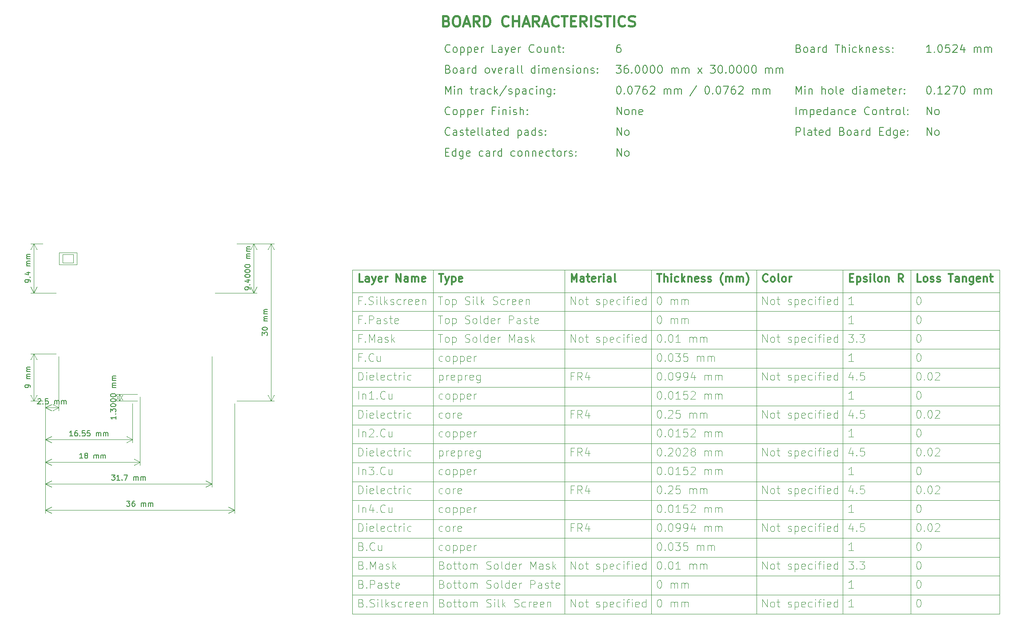
<source format=gbr>
%TF.GenerationSoftware,KiCad,Pcbnew,9.0.2*%
%TF.CreationDate,2025-11-14T17:05:06-08:00*%
%TF.ProjectId,pico2-nx-module,7069636f-322d-46e7-982d-6d6f64756c65,rev?*%
%TF.SameCoordinates,Original*%
%TF.FileFunction,OtherDrawing,Comment*%
%FSLAX46Y46*%
G04 Gerber Fmt 4.6, Leading zero omitted, Abs format (unit mm)*
G04 Created by KiCad (PCBNEW 9.0.2) date 2025-11-14 17:05:06*
%MOMM*%
%LPD*%
G01*
G04 APERTURE LIST*
%ADD10C,0.100000*%
%ADD11C,0.300000*%
%ADD12C,0.200000*%
%ADD13C,0.400000*%
%ADD14C,0.150000*%
%ADD15C,0.050000*%
G04 APERTURE END LIST*
D10*
X266330077Y-137820228D02*
X266472934Y-137820228D01*
X266472934Y-137820228D02*
X266615791Y-137891657D01*
X266615791Y-137891657D02*
X266687220Y-137963085D01*
X266687220Y-137963085D02*
X266758648Y-138105942D01*
X266758648Y-138105942D02*
X266830077Y-138391657D01*
X266830077Y-138391657D02*
X266830077Y-138748800D01*
X266830077Y-138748800D02*
X266758648Y-139034514D01*
X266758648Y-139034514D02*
X266687220Y-139177371D01*
X266687220Y-139177371D02*
X266615791Y-139248800D01*
X266615791Y-139248800D02*
X266472934Y-139320228D01*
X266472934Y-139320228D02*
X266330077Y-139320228D01*
X266330077Y-139320228D02*
X266187220Y-139248800D01*
X266187220Y-139248800D02*
X266115791Y-139177371D01*
X266115791Y-139177371D02*
X266044362Y-139034514D01*
X266044362Y-139034514D02*
X265972934Y-138748800D01*
X265972934Y-138748800D02*
X265972934Y-138391657D01*
X265972934Y-138391657D02*
X266044362Y-138105942D01*
X266044362Y-138105942D02*
X266115791Y-137963085D01*
X266115791Y-137963085D02*
X266187220Y-137891657D01*
X266187220Y-137891657D02*
X266330077Y-137820228D01*
X266330077Y-134214228D02*
X266472934Y-134214228D01*
X266472934Y-134214228D02*
X266615791Y-134285657D01*
X266615791Y-134285657D02*
X266687220Y-134357085D01*
X266687220Y-134357085D02*
X266758648Y-134499942D01*
X266758648Y-134499942D02*
X266830077Y-134785657D01*
X266830077Y-134785657D02*
X266830077Y-135142800D01*
X266830077Y-135142800D02*
X266758648Y-135428514D01*
X266758648Y-135428514D02*
X266687220Y-135571371D01*
X266687220Y-135571371D02*
X266615791Y-135642800D01*
X266615791Y-135642800D02*
X266472934Y-135714228D01*
X266472934Y-135714228D02*
X266330077Y-135714228D01*
X266330077Y-135714228D02*
X266187220Y-135642800D01*
X266187220Y-135642800D02*
X266115791Y-135571371D01*
X266115791Y-135571371D02*
X266044362Y-135428514D01*
X266044362Y-135428514D02*
X265972934Y-135142800D01*
X265972934Y-135142800D02*
X265972934Y-134785657D01*
X265972934Y-134785657D02*
X266044362Y-134499942D01*
X266044362Y-134499942D02*
X266115791Y-134357085D01*
X266115791Y-134357085D02*
X266187220Y-134285657D01*
X266187220Y-134285657D02*
X266330077Y-134214228D01*
X266330077Y-127002228D02*
X266472934Y-127002228D01*
X266472934Y-127002228D02*
X266615791Y-127073657D01*
X266615791Y-127073657D02*
X266687220Y-127145085D01*
X266687220Y-127145085D02*
X266758648Y-127287942D01*
X266758648Y-127287942D02*
X266830077Y-127573657D01*
X266830077Y-127573657D02*
X266830077Y-127930800D01*
X266830077Y-127930800D02*
X266758648Y-128216514D01*
X266758648Y-128216514D02*
X266687220Y-128359371D01*
X266687220Y-128359371D02*
X266615791Y-128430800D01*
X266615791Y-128430800D02*
X266472934Y-128502228D01*
X266472934Y-128502228D02*
X266330077Y-128502228D01*
X266330077Y-128502228D02*
X266187220Y-128430800D01*
X266187220Y-128430800D02*
X266115791Y-128359371D01*
X266115791Y-128359371D02*
X266044362Y-128216514D01*
X266044362Y-128216514D02*
X265972934Y-127930800D01*
X265972934Y-127930800D02*
X265972934Y-127573657D01*
X265972934Y-127573657D02*
X266044362Y-127287942D01*
X266044362Y-127287942D02*
X266115791Y-127145085D01*
X266115791Y-127145085D02*
X266187220Y-127073657D01*
X266187220Y-127073657D02*
X266330077Y-127002228D01*
X266330077Y-123396228D02*
X266472934Y-123396228D01*
X266472934Y-123396228D02*
X266615791Y-123467657D01*
X266615791Y-123467657D02*
X266687220Y-123539085D01*
X266687220Y-123539085D02*
X266758648Y-123681942D01*
X266758648Y-123681942D02*
X266830077Y-123967657D01*
X266830077Y-123967657D02*
X266830077Y-124324800D01*
X266830077Y-124324800D02*
X266758648Y-124610514D01*
X266758648Y-124610514D02*
X266687220Y-124753371D01*
X266687220Y-124753371D02*
X266615791Y-124824800D01*
X266615791Y-124824800D02*
X266472934Y-124896228D01*
X266472934Y-124896228D02*
X266330077Y-124896228D01*
X266330077Y-124896228D02*
X266187220Y-124824800D01*
X266187220Y-124824800D02*
X266115791Y-124753371D01*
X266115791Y-124753371D02*
X266044362Y-124610514D01*
X266044362Y-124610514D02*
X265972934Y-124324800D01*
X265972934Y-124324800D02*
X265972934Y-123967657D01*
X265972934Y-123967657D02*
X266044362Y-123681942D01*
X266044362Y-123681942D02*
X266115791Y-123539085D01*
X266115791Y-123539085D02*
X266187220Y-123467657D01*
X266187220Y-123467657D02*
X266330077Y-123396228D01*
X267472933Y-124753371D02*
X267544362Y-124824800D01*
X267544362Y-124824800D02*
X267472933Y-124896228D01*
X267472933Y-124896228D02*
X267401505Y-124824800D01*
X267401505Y-124824800D02*
X267472933Y-124753371D01*
X267472933Y-124753371D02*
X267472933Y-124896228D01*
X268472934Y-123396228D02*
X268615791Y-123396228D01*
X268615791Y-123396228D02*
X268758648Y-123467657D01*
X268758648Y-123467657D02*
X268830077Y-123539085D01*
X268830077Y-123539085D02*
X268901505Y-123681942D01*
X268901505Y-123681942D02*
X268972934Y-123967657D01*
X268972934Y-123967657D02*
X268972934Y-124324800D01*
X268972934Y-124324800D02*
X268901505Y-124610514D01*
X268901505Y-124610514D02*
X268830077Y-124753371D01*
X268830077Y-124753371D02*
X268758648Y-124824800D01*
X268758648Y-124824800D02*
X268615791Y-124896228D01*
X268615791Y-124896228D02*
X268472934Y-124896228D01*
X268472934Y-124896228D02*
X268330077Y-124824800D01*
X268330077Y-124824800D02*
X268258648Y-124753371D01*
X268258648Y-124753371D02*
X268187219Y-124610514D01*
X268187219Y-124610514D02*
X268115791Y-124324800D01*
X268115791Y-124324800D02*
X268115791Y-123967657D01*
X268115791Y-123967657D02*
X268187219Y-123681942D01*
X268187219Y-123681942D02*
X268258648Y-123539085D01*
X268258648Y-123539085D02*
X268330077Y-123467657D01*
X268330077Y-123467657D02*
X268472934Y-123396228D01*
X269544362Y-123539085D02*
X269615790Y-123467657D01*
X269615790Y-123467657D02*
X269758648Y-123396228D01*
X269758648Y-123396228D02*
X270115790Y-123396228D01*
X270115790Y-123396228D02*
X270258648Y-123467657D01*
X270258648Y-123467657D02*
X270330076Y-123539085D01*
X270330076Y-123539085D02*
X270401505Y-123681942D01*
X270401505Y-123681942D02*
X270401505Y-123824800D01*
X270401505Y-123824800D02*
X270330076Y-124039085D01*
X270330076Y-124039085D02*
X269472933Y-124896228D01*
X269472933Y-124896228D02*
X270401505Y-124896228D01*
X266330077Y-119790228D02*
X266472934Y-119790228D01*
X266472934Y-119790228D02*
X266615791Y-119861657D01*
X266615791Y-119861657D02*
X266687220Y-119933085D01*
X266687220Y-119933085D02*
X266758648Y-120075942D01*
X266758648Y-120075942D02*
X266830077Y-120361657D01*
X266830077Y-120361657D02*
X266830077Y-120718800D01*
X266830077Y-120718800D02*
X266758648Y-121004514D01*
X266758648Y-121004514D02*
X266687220Y-121147371D01*
X266687220Y-121147371D02*
X266615791Y-121218800D01*
X266615791Y-121218800D02*
X266472934Y-121290228D01*
X266472934Y-121290228D02*
X266330077Y-121290228D01*
X266330077Y-121290228D02*
X266187220Y-121218800D01*
X266187220Y-121218800D02*
X266115791Y-121147371D01*
X266115791Y-121147371D02*
X266044362Y-121004514D01*
X266044362Y-121004514D02*
X265972934Y-120718800D01*
X265972934Y-120718800D02*
X265972934Y-120361657D01*
X265972934Y-120361657D02*
X266044362Y-120075942D01*
X266044362Y-120075942D02*
X266115791Y-119933085D01*
X266115791Y-119933085D02*
X266187220Y-119861657D01*
X266187220Y-119861657D02*
X266330077Y-119790228D01*
X266330077Y-116184228D02*
X266472934Y-116184228D01*
X266472934Y-116184228D02*
X266615791Y-116255657D01*
X266615791Y-116255657D02*
X266687220Y-116327085D01*
X266687220Y-116327085D02*
X266758648Y-116469942D01*
X266758648Y-116469942D02*
X266830077Y-116755657D01*
X266830077Y-116755657D02*
X266830077Y-117112800D01*
X266830077Y-117112800D02*
X266758648Y-117398514D01*
X266758648Y-117398514D02*
X266687220Y-117541371D01*
X266687220Y-117541371D02*
X266615791Y-117612800D01*
X266615791Y-117612800D02*
X266472934Y-117684228D01*
X266472934Y-117684228D02*
X266330077Y-117684228D01*
X266330077Y-117684228D02*
X266187220Y-117612800D01*
X266187220Y-117612800D02*
X266115791Y-117541371D01*
X266115791Y-117541371D02*
X266044362Y-117398514D01*
X266044362Y-117398514D02*
X265972934Y-117112800D01*
X265972934Y-117112800D02*
X265972934Y-116755657D01*
X265972934Y-116755657D02*
X266044362Y-116469942D01*
X266044362Y-116469942D02*
X266115791Y-116327085D01*
X266115791Y-116327085D02*
X266187220Y-116255657D01*
X266187220Y-116255657D02*
X266330077Y-116184228D01*
X267472933Y-117541371D02*
X267544362Y-117612800D01*
X267544362Y-117612800D02*
X267472933Y-117684228D01*
X267472933Y-117684228D02*
X267401505Y-117612800D01*
X267401505Y-117612800D02*
X267472933Y-117541371D01*
X267472933Y-117541371D02*
X267472933Y-117684228D01*
X268472934Y-116184228D02*
X268615791Y-116184228D01*
X268615791Y-116184228D02*
X268758648Y-116255657D01*
X268758648Y-116255657D02*
X268830077Y-116327085D01*
X268830077Y-116327085D02*
X268901505Y-116469942D01*
X268901505Y-116469942D02*
X268972934Y-116755657D01*
X268972934Y-116755657D02*
X268972934Y-117112800D01*
X268972934Y-117112800D02*
X268901505Y-117398514D01*
X268901505Y-117398514D02*
X268830077Y-117541371D01*
X268830077Y-117541371D02*
X268758648Y-117612800D01*
X268758648Y-117612800D02*
X268615791Y-117684228D01*
X268615791Y-117684228D02*
X268472934Y-117684228D01*
X268472934Y-117684228D02*
X268330077Y-117612800D01*
X268330077Y-117612800D02*
X268258648Y-117541371D01*
X268258648Y-117541371D02*
X268187219Y-117398514D01*
X268187219Y-117398514D02*
X268115791Y-117112800D01*
X268115791Y-117112800D02*
X268115791Y-116755657D01*
X268115791Y-116755657D02*
X268187219Y-116469942D01*
X268187219Y-116469942D02*
X268258648Y-116327085D01*
X268258648Y-116327085D02*
X268330077Y-116255657D01*
X268330077Y-116255657D02*
X268472934Y-116184228D01*
X269544362Y-116327085D02*
X269615790Y-116255657D01*
X269615790Y-116255657D02*
X269758648Y-116184228D01*
X269758648Y-116184228D02*
X270115790Y-116184228D01*
X270115790Y-116184228D02*
X270258648Y-116255657D01*
X270258648Y-116255657D02*
X270330076Y-116327085D01*
X270330076Y-116327085D02*
X270401505Y-116469942D01*
X270401505Y-116469942D02*
X270401505Y-116612800D01*
X270401505Y-116612800D02*
X270330076Y-116827085D01*
X270330076Y-116827085D02*
X269472933Y-117684228D01*
X269472933Y-117684228D02*
X270401505Y-117684228D01*
X266330077Y-112578228D02*
X266472934Y-112578228D01*
X266472934Y-112578228D02*
X266615791Y-112649657D01*
X266615791Y-112649657D02*
X266687220Y-112721085D01*
X266687220Y-112721085D02*
X266758648Y-112863942D01*
X266758648Y-112863942D02*
X266830077Y-113149657D01*
X266830077Y-113149657D02*
X266830077Y-113506800D01*
X266830077Y-113506800D02*
X266758648Y-113792514D01*
X266758648Y-113792514D02*
X266687220Y-113935371D01*
X266687220Y-113935371D02*
X266615791Y-114006800D01*
X266615791Y-114006800D02*
X266472934Y-114078228D01*
X266472934Y-114078228D02*
X266330077Y-114078228D01*
X266330077Y-114078228D02*
X266187220Y-114006800D01*
X266187220Y-114006800D02*
X266115791Y-113935371D01*
X266115791Y-113935371D02*
X266044362Y-113792514D01*
X266044362Y-113792514D02*
X265972934Y-113506800D01*
X265972934Y-113506800D02*
X265972934Y-113149657D01*
X265972934Y-113149657D02*
X266044362Y-112863942D01*
X266044362Y-112863942D02*
X266115791Y-112721085D01*
X266115791Y-112721085D02*
X266187220Y-112649657D01*
X266187220Y-112649657D02*
X266330077Y-112578228D01*
X266330077Y-108972228D02*
X266472934Y-108972228D01*
X266472934Y-108972228D02*
X266615791Y-109043657D01*
X266615791Y-109043657D02*
X266687220Y-109115085D01*
X266687220Y-109115085D02*
X266758648Y-109257942D01*
X266758648Y-109257942D02*
X266830077Y-109543657D01*
X266830077Y-109543657D02*
X266830077Y-109900800D01*
X266830077Y-109900800D02*
X266758648Y-110186514D01*
X266758648Y-110186514D02*
X266687220Y-110329371D01*
X266687220Y-110329371D02*
X266615791Y-110400800D01*
X266615791Y-110400800D02*
X266472934Y-110472228D01*
X266472934Y-110472228D02*
X266330077Y-110472228D01*
X266330077Y-110472228D02*
X266187220Y-110400800D01*
X266187220Y-110400800D02*
X266115791Y-110329371D01*
X266115791Y-110329371D02*
X266044362Y-110186514D01*
X266044362Y-110186514D02*
X265972934Y-109900800D01*
X265972934Y-109900800D02*
X265972934Y-109543657D01*
X265972934Y-109543657D02*
X266044362Y-109257942D01*
X266044362Y-109257942D02*
X266115791Y-109115085D01*
X266115791Y-109115085D02*
X266187220Y-109043657D01*
X266187220Y-109043657D02*
X266330077Y-108972228D01*
X267472933Y-110329371D02*
X267544362Y-110400800D01*
X267544362Y-110400800D02*
X267472933Y-110472228D01*
X267472933Y-110472228D02*
X267401505Y-110400800D01*
X267401505Y-110400800D02*
X267472933Y-110329371D01*
X267472933Y-110329371D02*
X267472933Y-110472228D01*
X268472934Y-108972228D02*
X268615791Y-108972228D01*
X268615791Y-108972228D02*
X268758648Y-109043657D01*
X268758648Y-109043657D02*
X268830077Y-109115085D01*
X268830077Y-109115085D02*
X268901505Y-109257942D01*
X268901505Y-109257942D02*
X268972934Y-109543657D01*
X268972934Y-109543657D02*
X268972934Y-109900800D01*
X268972934Y-109900800D02*
X268901505Y-110186514D01*
X268901505Y-110186514D02*
X268830077Y-110329371D01*
X268830077Y-110329371D02*
X268758648Y-110400800D01*
X268758648Y-110400800D02*
X268615791Y-110472228D01*
X268615791Y-110472228D02*
X268472934Y-110472228D01*
X268472934Y-110472228D02*
X268330077Y-110400800D01*
X268330077Y-110400800D02*
X268258648Y-110329371D01*
X268258648Y-110329371D02*
X268187219Y-110186514D01*
X268187219Y-110186514D02*
X268115791Y-109900800D01*
X268115791Y-109900800D02*
X268115791Y-109543657D01*
X268115791Y-109543657D02*
X268187219Y-109257942D01*
X268187219Y-109257942D02*
X268258648Y-109115085D01*
X268258648Y-109115085D02*
X268330077Y-109043657D01*
X268330077Y-109043657D02*
X268472934Y-108972228D01*
X269544362Y-109115085D02*
X269615790Y-109043657D01*
X269615790Y-109043657D02*
X269758648Y-108972228D01*
X269758648Y-108972228D02*
X270115790Y-108972228D01*
X270115790Y-108972228D02*
X270258648Y-109043657D01*
X270258648Y-109043657D02*
X270330076Y-109115085D01*
X270330076Y-109115085D02*
X270401505Y-109257942D01*
X270401505Y-109257942D02*
X270401505Y-109400800D01*
X270401505Y-109400800D02*
X270330076Y-109615085D01*
X270330076Y-109615085D02*
X269472933Y-110472228D01*
X269472933Y-110472228D02*
X270401505Y-110472228D01*
X266330077Y-105366228D02*
X266472934Y-105366228D01*
X266472934Y-105366228D02*
X266615791Y-105437657D01*
X266615791Y-105437657D02*
X266687220Y-105509085D01*
X266687220Y-105509085D02*
X266758648Y-105651942D01*
X266758648Y-105651942D02*
X266830077Y-105937657D01*
X266830077Y-105937657D02*
X266830077Y-106294800D01*
X266830077Y-106294800D02*
X266758648Y-106580514D01*
X266758648Y-106580514D02*
X266687220Y-106723371D01*
X266687220Y-106723371D02*
X266615791Y-106794800D01*
X266615791Y-106794800D02*
X266472934Y-106866228D01*
X266472934Y-106866228D02*
X266330077Y-106866228D01*
X266330077Y-106866228D02*
X266187220Y-106794800D01*
X266187220Y-106794800D02*
X266115791Y-106723371D01*
X266115791Y-106723371D02*
X266044362Y-106580514D01*
X266044362Y-106580514D02*
X265972934Y-106294800D01*
X265972934Y-106294800D02*
X265972934Y-105937657D01*
X265972934Y-105937657D02*
X266044362Y-105651942D01*
X266044362Y-105651942D02*
X266115791Y-105509085D01*
X266115791Y-105509085D02*
X266187220Y-105437657D01*
X266187220Y-105437657D02*
X266330077Y-105366228D01*
X266330077Y-101760228D02*
X266472934Y-101760228D01*
X266472934Y-101760228D02*
X266615791Y-101831657D01*
X266615791Y-101831657D02*
X266687220Y-101903085D01*
X266687220Y-101903085D02*
X266758648Y-102045942D01*
X266758648Y-102045942D02*
X266830077Y-102331657D01*
X266830077Y-102331657D02*
X266830077Y-102688800D01*
X266830077Y-102688800D02*
X266758648Y-102974514D01*
X266758648Y-102974514D02*
X266687220Y-103117371D01*
X266687220Y-103117371D02*
X266615791Y-103188800D01*
X266615791Y-103188800D02*
X266472934Y-103260228D01*
X266472934Y-103260228D02*
X266330077Y-103260228D01*
X266330077Y-103260228D02*
X266187220Y-103188800D01*
X266187220Y-103188800D02*
X266115791Y-103117371D01*
X266115791Y-103117371D02*
X266044362Y-102974514D01*
X266044362Y-102974514D02*
X265972934Y-102688800D01*
X265972934Y-102688800D02*
X265972934Y-102331657D01*
X265972934Y-102331657D02*
X266044362Y-102045942D01*
X266044362Y-102045942D02*
X266115791Y-101903085D01*
X266115791Y-101903085D02*
X266187220Y-101831657D01*
X266187220Y-101831657D02*
X266330077Y-101760228D01*
X267472933Y-103117371D02*
X267544362Y-103188800D01*
X267544362Y-103188800D02*
X267472933Y-103260228D01*
X267472933Y-103260228D02*
X267401505Y-103188800D01*
X267401505Y-103188800D02*
X267472933Y-103117371D01*
X267472933Y-103117371D02*
X267472933Y-103260228D01*
X268472934Y-101760228D02*
X268615791Y-101760228D01*
X268615791Y-101760228D02*
X268758648Y-101831657D01*
X268758648Y-101831657D02*
X268830077Y-101903085D01*
X268830077Y-101903085D02*
X268901505Y-102045942D01*
X268901505Y-102045942D02*
X268972934Y-102331657D01*
X268972934Y-102331657D02*
X268972934Y-102688800D01*
X268972934Y-102688800D02*
X268901505Y-102974514D01*
X268901505Y-102974514D02*
X268830077Y-103117371D01*
X268830077Y-103117371D02*
X268758648Y-103188800D01*
X268758648Y-103188800D02*
X268615791Y-103260228D01*
X268615791Y-103260228D02*
X268472934Y-103260228D01*
X268472934Y-103260228D02*
X268330077Y-103188800D01*
X268330077Y-103188800D02*
X268258648Y-103117371D01*
X268258648Y-103117371D02*
X268187219Y-102974514D01*
X268187219Y-102974514D02*
X268115791Y-102688800D01*
X268115791Y-102688800D02*
X268115791Y-102331657D01*
X268115791Y-102331657D02*
X268187219Y-102045942D01*
X268187219Y-102045942D02*
X268258648Y-101903085D01*
X268258648Y-101903085D02*
X268330077Y-101831657D01*
X268330077Y-101831657D02*
X268472934Y-101760228D01*
X269544362Y-101903085D02*
X269615790Y-101831657D01*
X269615790Y-101831657D02*
X269758648Y-101760228D01*
X269758648Y-101760228D02*
X270115790Y-101760228D01*
X270115790Y-101760228D02*
X270258648Y-101831657D01*
X270258648Y-101831657D02*
X270330076Y-101903085D01*
X270330076Y-101903085D02*
X270401505Y-102045942D01*
X270401505Y-102045942D02*
X270401505Y-102188800D01*
X270401505Y-102188800D02*
X270330076Y-102403085D01*
X270330076Y-102403085D02*
X269472933Y-103260228D01*
X269472933Y-103260228D02*
X270401505Y-103260228D01*
X266330077Y-98154228D02*
X266472934Y-98154228D01*
X266472934Y-98154228D02*
X266615791Y-98225657D01*
X266615791Y-98225657D02*
X266687220Y-98297085D01*
X266687220Y-98297085D02*
X266758648Y-98439942D01*
X266758648Y-98439942D02*
X266830077Y-98725657D01*
X266830077Y-98725657D02*
X266830077Y-99082800D01*
X266830077Y-99082800D02*
X266758648Y-99368514D01*
X266758648Y-99368514D02*
X266687220Y-99511371D01*
X266687220Y-99511371D02*
X266615791Y-99582800D01*
X266615791Y-99582800D02*
X266472934Y-99654228D01*
X266472934Y-99654228D02*
X266330077Y-99654228D01*
X266330077Y-99654228D02*
X266187220Y-99582800D01*
X266187220Y-99582800D02*
X266115791Y-99511371D01*
X266115791Y-99511371D02*
X266044362Y-99368514D01*
X266044362Y-99368514D02*
X265972934Y-99082800D01*
X265972934Y-99082800D02*
X265972934Y-98725657D01*
X265972934Y-98725657D02*
X266044362Y-98439942D01*
X266044362Y-98439942D02*
X266115791Y-98297085D01*
X266115791Y-98297085D02*
X266187220Y-98225657D01*
X266187220Y-98225657D02*
X266330077Y-98154228D01*
X266330077Y-94548228D02*
X266472934Y-94548228D01*
X266472934Y-94548228D02*
X266615791Y-94619657D01*
X266615791Y-94619657D02*
X266687220Y-94691085D01*
X266687220Y-94691085D02*
X266758648Y-94833942D01*
X266758648Y-94833942D02*
X266830077Y-95119657D01*
X266830077Y-95119657D02*
X266830077Y-95476800D01*
X266830077Y-95476800D02*
X266758648Y-95762514D01*
X266758648Y-95762514D02*
X266687220Y-95905371D01*
X266687220Y-95905371D02*
X266615791Y-95976800D01*
X266615791Y-95976800D02*
X266472934Y-96048228D01*
X266472934Y-96048228D02*
X266330077Y-96048228D01*
X266330077Y-96048228D02*
X266187220Y-95976800D01*
X266187220Y-95976800D02*
X266115791Y-95905371D01*
X266115791Y-95905371D02*
X266044362Y-95762514D01*
X266044362Y-95762514D02*
X265972934Y-95476800D01*
X265972934Y-95476800D02*
X265972934Y-95119657D01*
X265972934Y-95119657D02*
X266044362Y-94833942D01*
X266044362Y-94833942D02*
X266115791Y-94691085D01*
X266115791Y-94691085D02*
X266187220Y-94619657D01*
X266187220Y-94619657D02*
X266330077Y-94548228D01*
X267472933Y-95905371D02*
X267544362Y-95976800D01*
X267544362Y-95976800D02*
X267472933Y-96048228D01*
X267472933Y-96048228D02*
X267401505Y-95976800D01*
X267401505Y-95976800D02*
X267472933Y-95905371D01*
X267472933Y-95905371D02*
X267472933Y-96048228D01*
X268472934Y-94548228D02*
X268615791Y-94548228D01*
X268615791Y-94548228D02*
X268758648Y-94619657D01*
X268758648Y-94619657D02*
X268830077Y-94691085D01*
X268830077Y-94691085D02*
X268901505Y-94833942D01*
X268901505Y-94833942D02*
X268972934Y-95119657D01*
X268972934Y-95119657D02*
X268972934Y-95476800D01*
X268972934Y-95476800D02*
X268901505Y-95762514D01*
X268901505Y-95762514D02*
X268830077Y-95905371D01*
X268830077Y-95905371D02*
X268758648Y-95976800D01*
X268758648Y-95976800D02*
X268615791Y-96048228D01*
X268615791Y-96048228D02*
X268472934Y-96048228D01*
X268472934Y-96048228D02*
X268330077Y-95976800D01*
X268330077Y-95976800D02*
X268258648Y-95905371D01*
X268258648Y-95905371D02*
X268187219Y-95762514D01*
X268187219Y-95762514D02*
X268115791Y-95476800D01*
X268115791Y-95476800D02*
X268115791Y-95119657D01*
X268115791Y-95119657D02*
X268187219Y-94833942D01*
X268187219Y-94833942D02*
X268258648Y-94691085D01*
X268258648Y-94691085D02*
X268330077Y-94619657D01*
X268330077Y-94619657D02*
X268472934Y-94548228D01*
X269544362Y-94691085D02*
X269615790Y-94619657D01*
X269615790Y-94619657D02*
X269758648Y-94548228D01*
X269758648Y-94548228D02*
X270115790Y-94548228D01*
X270115790Y-94548228D02*
X270258648Y-94619657D01*
X270258648Y-94619657D02*
X270330076Y-94691085D01*
X270330076Y-94691085D02*
X270401505Y-94833942D01*
X270401505Y-94833942D02*
X270401505Y-94976800D01*
X270401505Y-94976800D02*
X270330076Y-95191085D01*
X270330076Y-95191085D02*
X269472933Y-96048228D01*
X269472933Y-96048228D02*
X270401505Y-96048228D01*
X266330077Y-90942228D02*
X266472934Y-90942228D01*
X266472934Y-90942228D02*
X266615791Y-91013657D01*
X266615791Y-91013657D02*
X266687220Y-91085085D01*
X266687220Y-91085085D02*
X266758648Y-91227942D01*
X266758648Y-91227942D02*
X266830077Y-91513657D01*
X266830077Y-91513657D02*
X266830077Y-91870800D01*
X266830077Y-91870800D02*
X266758648Y-92156514D01*
X266758648Y-92156514D02*
X266687220Y-92299371D01*
X266687220Y-92299371D02*
X266615791Y-92370800D01*
X266615791Y-92370800D02*
X266472934Y-92442228D01*
X266472934Y-92442228D02*
X266330077Y-92442228D01*
X266330077Y-92442228D02*
X266187220Y-92370800D01*
X266187220Y-92370800D02*
X266115791Y-92299371D01*
X266115791Y-92299371D02*
X266044362Y-92156514D01*
X266044362Y-92156514D02*
X265972934Y-91870800D01*
X265972934Y-91870800D02*
X265972934Y-91513657D01*
X265972934Y-91513657D02*
X266044362Y-91227942D01*
X266044362Y-91227942D02*
X266115791Y-91085085D01*
X266115791Y-91085085D02*
X266187220Y-91013657D01*
X266187220Y-91013657D02*
X266330077Y-90942228D01*
X266330077Y-87336228D02*
X266472934Y-87336228D01*
X266472934Y-87336228D02*
X266615791Y-87407657D01*
X266615791Y-87407657D02*
X266687220Y-87479085D01*
X266687220Y-87479085D02*
X266758648Y-87621942D01*
X266758648Y-87621942D02*
X266830077Y-87907657D01*
X266830077Y-87907657D02*
X266830077Y-88264800D01*
X266830077Y-88264800D02*
X266758648Y-88550514D01*
X266758648Y-88550514D02*
X266687220Y-88693371D01*
X266687220Y-88693371D02*
X266615791Y-88764800D01*
X266615791Y-88764800D02*
X266472934Y-88836228D01*
X266472934Y-88836228D02*
X266330077Y-88836228D01*
X266330077Y-88836228D02*
X266187220Y-88764800D01*
X266187220Y-88764800D02*
X266115791Y-88693371D01*
X266115791Y-88693371D02*
X266044362Y-88550514D01*
X266044362Y-88550514D02*
X265972934Y-88264800D01*
X265972934Y-88264800D02*
X265972934Y-87907657D01*
X265972934Y-87907657D02*
X266044362Y-87621942D01*
X266044362Y-87621942D02*
X266115791Y-87479085D01*
X266115791Y-87479085D02*
X266187220Y-87407657D01*
X266187220Y-87407657D02*
X266330077Y-87336228D01*
X266330077Y-83730228D02*
X266472934Y-83730228D01*
X266472934Y-83730228D02*
X266615791Y-83801657D01*
X266615791Y-83801657D02*
X266687220Y-83873085D01*
X266687220Y-83873085D02*
X266758648Y-84015942D01*
X266758648Y-84015942D02*
X266830077Y-84301657D01*
X266830077Y-84301657D02*
X266830077Y-84658800D01*
X266830077Y-84658800D02*
X266758648Y-84944514D01*
X266758648Y-84944514D02*
X266687220Y-85087371D01*
X266687220Y-85087371D02*
X266615791Y-85158800D01*
X266615791Y-85158800D02*
X266472934Y-85230228D01*
X266472934Y-85230228D02*
X266330077Y-85230228D01*
X266330077Y-85230228D02*
X266187220Y-85158800D01*
X266187220Y-85158800D02*
X266115791Y-85087371D01*
X266115791Y-85087371D02*
X266044362Y-84944514D01*
X266044362Y-84944514D02*
X265972934Y-84658800D01*
X265972934Y-84658800D02*
X265972934Y-84301657D01*
X265972934Y-84301657D02*
X266044362Y-84015942D01*
X266044362Y-84015942D02*
X266115791Y-83873085D01*
X266115791Y-83873085D02*
X266187220Y-83801657D01*
X266187220Y-83801657D02*
X266330077Y-83730228D01*
X266330077Y-80124228D02*
X266472934Y-80124228D01*
X266472934Y-80124228D02*
X266615791Y-80195657D01*
X266615791Y-80195657D02*
X266687220Y-80267085D01*
X266687220Y-80267085D02*
X266758648Y-80409942D01*
X266758648Y-80409942D02*
X266830077Y-80695657D01*
X266830077Y-80695657D02*
X266830077Y-81052800D01*
X266830077Y-81052800D02*
X266758648Y-81338514D01*
X266758648Y-81338514D02*
X266687220Y-81481371D01*
X266687220Y-81481371D02*
X266615791Y-81552800D01*
X266615791Y-81552800D02*
X266472934Y-81624228D01*
X266472934Y-81624228D02*
X266330077Y-81624228D01*
X266330077Y-81624228D02*
X266187220Y-81552800D01*
X266187220Y-81552800D02*
X266115791Y-81481371D01*
X266115791Y-81481371D02*
X266044362Y-81338514D01*
X266044362Y-81338514D02*
X265972934Y-81052800D01*
X265972934Y-81052800D02*
X265972934Y-80695657D01*
X265972934Y-80695657D02*
X266044362Y-80409942D01*
X266044362Y-80409942D02*
X266115791Y-80267085D01*
X266115791Y-80267085D02*
X266187220Y-80195657D01*
X266187220Y-80195657D02*
X266330077Y-80124228D01*
X253944362Y-139320228D02*
X253087219Y-139320228D01*
X253515790Y-139320228D02*
X253515790Y-137820228D01*
X253515790Y-137820228D02*
X253372933Y-138034514D01*
X253372933Y-138034514D02*
X253230076Y-138177371D01*
X253230076Y-138177371D02*
X253087219Y-138248800D01*
X253944362Y-135714228D02*
X253087219Y-135714228D01*
X253515790Y-135714228D02*
X253515790Y-134214228D01*
X253515790Y-134214228D02*
X253372933Y-134428514D01*
X253372933Y-134428514D02*
X253230076Y-134571371D01*
X253230076Y-134571371D02*
X253087219Y-134642800D01*
X253944362Y-128502228D02*
X253087219Y-128502228D01*
X253515790Y-128502228D02*
X253515790Y-127002228D01*
X253515790Y-127002228D02*
X253372933Y-127216514D01*
X253372933Y-127216514D02*
X253230076Y-127359371D01*
X253230076Y-127359371D02*
X253087219Y-127430800D01*
X266330077Y-130608228D02*
X266472934Y-130608228D01*
X266472934Y-130608228D02*
X266615791Y-130679657D01*
X266615791Y-130679657D02*
X266687220Y-130751085D01*
X266687220Y-130751085D02*
X266758648Y-130893942D01*
X266758648Y-130893942D02*
X266830077Y-131179657D01*
X266830077Y-131179657D02*
X266830077Y-131536800D01*
X266830077Y-131536800D02*
X266758648Y-131822514D01*
X266758648Y-131822514D02*
X266687220Y-131965371D01*
X266687220Y-131965371D02*
X266615791Y-132036800D01*
X266615791Y-132036800D02*
X266472934Y-132108228D01*
X266472934Y-132108228D02*
X266330077Y-132108228D01*
X266330077Y-132108228D02*
X266187220Y-132036800D01*
X266187220Y-132036800D02*
X266115791Y-131965371D01*
X266115791Y-131965371D02*
X266044362Y-131822514D01*
X266044362Y-131822514D02*
X265972934Y-131536800D01*
X265972934Y-131536800D02*
X265972934Y-131179657D01*
X265972934Y-131179657D02*
X266044362Y-130893942D01*
X266044362Y-130893942D02*
X266115791Y-130751085D01*
X266115791Y-130751085D02*
X266187220Y-130679657D01*
X266187220Y-130679657D02*
X266330077Y-130608228D01*
X253801505Y-123896228D02*
X253801505Y-124896228D01*
X253444362Y-123324800D02*
X253087219Y-124396228D01*
X253087219Y-124396228D02*
X254015790Y-124396228D01*
X254587218Y-124753371D02*
X254658647Y-124824800D01*
X254658647Y-124824800D02*
X254587218Y-124896228D01*
X254587218Y-124896228D02*
X254515790Y-124824800D01*
X254515790Y-124824800D02*
X254587218Y-124753371D01*
X254587218Y-124753371D02*
X254587218Y-124896228D01*
X256015790Y-123396228D02*
X255301504Y-123396228D01*
X255301504Y-123396228D02*
X255230076Y-124110514D01*
X255230076Y-124110514D02*
X255301504Y-124039085D01*
X255301504Y-124039085D02*
X255444362Y-123967657D01*
X255444362Y-123967657D02*
X255801504Y-123967657D01*
X255801504Y-123967657D02*
X255944362Y-124039085D01*
X255944362Y-124039085D02*
X256015790Y-124110514D01*
X256015790Y-124110514D02*
X256087219Y-124253371D01*
X256087219Y-124253371D02*
X256087219Y-124610514D01*
X256087219Y-124610514D02*
X256015790Y-124753371D01*
X256015790Y-124753371D02*
X255944362Y-124824800D01*
X255944362Y-124824800D02*
X255801504Y-124896228D01*
X255801504Y-124896228D02*
X255444362Y-124896228D01*
X255444362Y-124896228D02*
X255301504Y-124824800D01*
X255301504Y-124824800D02*
X255230076Y-124753371D01*
X253944362Y-121290228D02*
X253087219Y-121290228D01*
X253515790Y-121290228D02*
X253515790Y-119790228D01*
X253515790Y-119790228D02*
X253372933Y-120004514D01*
X253372933Y-120004514D02*
X253230076Y-120147371D01*
X253230076Y-120147371D02*
X253087219Y-120218800D01*
X253801505Y-116684228D02*
X253801505Y-117684228D01*
X253444362Y-116112800D02*
X253087219Y-117184228D01*
X253087219Y-117184228D02*
X254015790Y-117184228D01*
X254587218Y-117541371D02*
X254658647Y-117612800D01*
X254658647Y-117612800D02*
X254587218Y-117684228D01*
X254587218Y-117684228D02*
X254515790Y-117612800D01*
X254515790Y-117612800D02*
X254587218Y-117541371D01*
X254587218Y-117541371D02*
X254587218Y-117684228D01*
X256015790Y-116184228D02*
X255301504Y-116184228D01*
X255301504Y-116184228D02*
X255230076Y-116898514D01*
X255230076Y-116898514D02*
X255301504Y-116827085D01*
X255301504Y-116827085D02*
X255444362Y-116755657D01*
X255444362Y-116755657D02*
X255801504Y-116755657D01*
X255801504Y-116755657D02*
X255944362Y-116827085D01*
X255944362Y-116827085D02*
X256015790Y-116898514D01*
X256015790Y-116898514D02*
X256087219Y-117041371D01*
X256087219Y-117041371D02*
X256087219Y-117398514D01*
X256087219Y-117398514D02*
X256015790Y-117541371D01*
X256015790Y-117541371D02*
X255944362Y-117612800D01*
X255944362Y-117612800D02*
X255801504Y-117684228D01*
X255801504Y-117684228D02*
X255444362Y-117684228D01*
X255444362Y-117684228D02*
X255301504Y-117612800D01*
X255301504Y-117612800D02*
X255230076Y-117541371D01*
X253944362Y-114078228D02*
X253087219Y-114078228D01*
X253515790Y-114078228D02*
X253515790Y-112578228D01*
X253515790Y-112578228D02*
X253372933Y-112792514D01*
X253372933Y-112792514D02*
X253230076Y-112935371D01*
X253230076Y-112935371D02*
X253087219Y-113006800D01*
X253944362Y-106866228D02*
X253087219Y-106866228D01*
X253515790Y-106866228D02*
X253515790Y-105366228D01*
X253515790Y-105366228D02*
X253372933Y-105580514D01*
X253372933Y-105580514D02*
X253230076Y-105723371D01*
X253230076Y-105723371D02*
X253087219Y-105794800D01*
X253801505Y-95048228D02*
X253801505Y-96048228D01*
X253444362Y-94476800D02*
X253087219Y-95548228D01*
X253087219Y-95548228D02*
X254015790Y-95548228D01*
X254587218Y-95905371D02*
X254658647Y-95976800D01*
X254658647Y-95976800D02*
X254587218Y-96048228D01*
X254587218Y-96048228D02*
X254515790Y-95976800D01*
X254515790Y-95976800D02*
X254587218Y-95905371D01*
X254587218Y-95905371D02*
X254587218Y-96048228D01*
X256015790Y-94548228D02*
X255301504Y-94548228D01*
X255301504Y-94548228D02*
X255230076Y-95262514D01*
X255230076Y-95262514D02*
X255301504Y-95191085D01*
X255301504Y-95191085D02*
X255444362Y-95119657D01*
X255444362Y-95119657D02*
X255801504Y-95119657D01*
X255801504Y-95119657D02*
X255944362Y-95191085D01*
X255944362Y-95191085D02*
X256015790Y-95262514D01*
X256015790Y-95262514D02*
X256087219Y-95405371D01*
X256087219Y-95405371D02*
X256087219Y-95762514D01*
X256087219Y-95762514D02*
X256015790Y-95905371D01*
X256015790Y-95905371D02*
X255944362Y-95976800D01*
X255944362Y-95976800D02*
X255801504Y-96048228D01*
X255801504Y-96048228D02*
X255444362Y-96048228D01*
X255444362Y-96048228D02*
X255301504Y-95976800D01*
X255301504Y-95976800D02*
X255230076Y-95905371D01*
X253944362Y-92442228D02*
X253087219Y-92442228D01*
X253515790Y-92442228D02*
X253515790Y-90942228D01*
X253515790Y-90942228D02*
X253372933Y-91156514D01*
X253372933Y-91156514D02*
X253230076Y-91299371D01*
X253230076Y-91299371D02*
X253087219Y-91370800D01*
X253015790Y-87336228D02*
X253944362Y-87336228D01*
X253944362Y-87336228D02*
X253444362Y-87907657D01*
X253444362Y-87907657D02*
X253658647Y-87907657D01*
X253658647Y-87907657D02*
X253801505Y-87979085D01*
X253801505Y-87979085D02*
X253872933Y-88050514D01*
X253872933Y-88050514D02*
X253944362Y-88193371D01*
X253944362Y-88193371D02*
X253944362Y-88550514D01*
X253944362Y-88550514D02*
X253872933Y-88693371D01*
X253872933Y-88693371D02*
X253801505Y-88764800D01*
X253801505Y-88764800D02*
X253658647Y-88836228D01*
X253658647Y-88836228D02*
X253230076Y-88836228D01*
X253230076Y-88836228D02*
X253087219Y-88764800D01*
X253087219Y-88764800D02*
X253015790Y-88693371D01*
X254587218Y-88693371D02*
X254658647Y-88764800D01*
X254658647Y-88764800D02*
X254587218Y-88836228D01*
X254587218Y-88836228D02*
X254515790Y-88764800D01*
X254515790Y-88764800D02*
X254587218Y-88693371D01*
X254587218Y-88693371D02*
X254587218Y-88836228D01*
X255158647Y-87336228D02*
X256087219Y-87336228D01*
X256087219Y-87336228D02*
X255587219Y-87907657D01*
X255587219Y-87907657D02*
X255801504Y-87907657D01*
X255801504Y-87907657D02*
X255944362Y-87979085D01*
X255944362Y-87979085D02*
X256015790Y-88050514D01*
X256015790Y-88050514D02*
X256087219Y-88193371D01*
X256087219Y-88193371D02*
X256087219Y-88550514D01*
X256087219Y-88550514D02*
X256015790Y-88693371D01*
X256015790Y-88693371D02*
X255944362Y-88764800D01*
X255944362Y-88764800D02*
X255801504Y-88836228D01*
X255801504Y-88836228D02*
X255372933Y-88836228D01*
X255372933Y-88836228D02*
X255230076Y-88764800D01*
X255230076Y-88764800D02*
X255158647Y-88693371D01*
X253944362Y-85230228D02*
X253087219Y-85230228D01*
X253515790Y-85230228D02*
X253515790Y-83730228D01*
X253515790Y-83730228D02*
X253372933Y-83944514D01*
X253372933Y-83944514D02*
X253230076Y-84087371D01*
X253230076Y-84087371D02*
X253087219Y-84158800D01*
X253944362Y-99654228D02*
X253087219Y-99654228D01*
X253515790Y-99654228D02*
X253515790Y-98154228D01*
X253515790Y-98154228D02*
X253372933Y-98368514D01*
X253372933Y-98368514D02*
X253230076Y-98511371D01*
X253230076Y-98511371D02*
X253087219Y-98582800D01*
X253944362Y-81624228D02*
X253087219Y-81624228D01*
X253515790Y-81624228D02*
X253515790Y-80124228D01*
X253515790Y-80124228D02*
X253372933Y-80338514D01*
X253372933Y-80338514D02*
X253230076Y-80481371D01*
X253230076Y-80481371D02*
X253087219Y-80552800D01*
D11*
X253290226Y-76520114D02*
X253790226Y-76520114D01*
X254004512Y-77305828D02*
X253290226Y-77305828D01*
X253290226Y-77305828D02*
X253290226Y-75805828D01*
X253290226Y-75805828D02*
X254004512Y-75805828D01*
X254647369Y-76305828D02*
X254647369Y-77805828D01*
X254647369Y-76377257D02*
X254790227Y-76305828D01*
X254790227Y-76305828D02*
X255075941Y-76305828D01*
X255075941Y-76305828D02*
X255218798Y-76377257D01*
X255218798Y-76377257D02*
X255290227Y-76448685D01*
X255290227Y-76448685D02*
X255361655Y-76591542D01*
X255361655Y-76591542D02*
X255361655Y-77020114D01*
X255361655Y-77020114D02*
X255290227Y-77162971D01*
X255290227Y-77162971D02*
X255218798Y-77234400D01*
X255218798Y-77234400D02*
X255075941Y-77305828D01*
X255075941Y-77305828D02*
X254790227Y-77305828D01*
X254790227Y-77305828D02*
X254647369Y-77234400D01*
X255933084Y-77234400D02*
X256075941Y-77305828D01*
X256075941Y-77305828D02*
X256361655Y-77305828D01*
X256361655Y-77305828D02*
X256504512Y-77234400D01*
X256504512Y-77234400D02*
X256575941Y-77091542D01*
X256575941Y-77091542D02*
X256575941Y-77020114D01*
X256575941Y-77020114D02*
X256504512Y-76877257D01*
X256504512Y-76877257D02*
X256361655Y-76805828D01*
X256361655Y-76805828D02*
X256147370Y-76805828D01*
X256147370Y-76805828D02*
X256004512Y-76734400D01*
X256004512Y-76734400D02*
X255933084Y-76591542D01*
X255933084Y-76591542D02*
X255933084Y-76520114D01*
X255933084Y-76520114D02*
X256004512Y-76377257D01*
X256004512Y-76377257D02*
X256147370Y-76305828D01*
X256147370Y-76305828D02*
X256361655Y-76305828D01*
X256361655Y-76305828D02*
X256504512Y-76377257D01*
X257218798Y-77305828D02*
X257218798Y-76305828D01*
X257218798Y-75805828D02*
X257147370Y-75877257D01*
X257147370Y-75877257D02*
X257218798Y-75948685D01*
X257218798Y-75948685D02*
X257290227Y-75877257D01*
X257290227Y-75877257D02*
X257218798Y-75805828D01*
X257218798Y-75805828D02*
X257218798Y-75948685D01*
X258147370Y-77305828D02*
X258004513Y-77234400D01*
X258004513Y-77234400D02*
X257933084Y-77091542D01*
X257933084Y-77091542D02*
X257933084Y-75805828D01*
X258933084Y-77305828D02*
X258790227Y-77234400D01*
X258790227Y-77234400D02*
X258718798Y-77162971D01*
X258718798Y-77162971D02*
X258647370Y-77020114D01*
X258647370Y-77020114D02*
X258647370Y-76591542D01*
X258647370Y-76591542D02*
X258718798Y-76448685D01*
X258718798Y-76448685D02*
X258790227Y-76377257D01*
X258790227Y-76377257D02*
X258933084Y-76305828D01*
X258933084Y-76305828D02*
X259147370Y-76305828D01*
X259147370Y-76305828D02*
X259290227Y-76377257D01*
X259290227Y-76377257D02*
X259361656Y-76448685D01*
X259361656Y-76448685D02*
X259433084Y-76591542D01*
X259433084Y-76591542D02*
X259433084Y-77020114D01*
X259433084Y-77020114D02*
X259361656Y-77162971D01*
X259361656Y-77162971D02*
X259290227Y-77234400D01*
X259290227Y-77234400D02*
X259147370Y-77305828D01*
X259147370Y-77305828D02*
X258933084Y-77305828D01*
X260075941Y-76305828D02*
X260075941Y-77305828D01*
X260075941Y-76448685D02*
X260147370Y-76377257D01*
X260147370Y-76377257D02*
X260290227Y-76305828D01*
X260290227Y-76305828D02*
X260504513Y-76305828D01*
X260504513Y-76305828D02*
X260647370Y-76377257D01*
X260647370Y-76377257D02*
X260718799Y-76520114D01*
X260718799Y-76520114D02*
X260718799Y-77305828D01*
X263433084Y-77305828D02*
X262933084Y-76591542D01*
X262575941Y-77305828D02*
X262575941Y-75805828D01*
X262575941Y-75805828D02*
X263147370Y-75805828D01*
X263147370Y-75805828D02*
X263290227Y-75877257D01*
X263290227Y-75877257D02*
X263361656Y-75948685D01*
X263361656Y-75948685D02*
X263433084Y-76091542D01*
X263433084Y-76091542D02*
X263433084Y-76305828D01*
X263433084Y-76305828D02*
X263361656Y-76448685D01*
X263361656Y-76448685D02*
X263290227Y-76520114D01*
X263290227Y-76520114D02*
X263147370Y-76591542D01*
X263147370Y-76591542D02*
X262575941Y-76591542D01*
D10*
X236658646Y-139320228D02*
X236658646Y-137820228D01*
X236658646Y-137820228D02*
X237515789Y-139320228D01*
X237515789Y-139320228D02*
X237515789Y-137820228D01*
X238444361Y-139320228D02*
X238301504Y-139248800D01*
X238301504Y-139248800D02*
X238230075Y-139177371D01*
X238230075Y-139177371D02*
X238158647Y-139034514D01*
X238158647Y-139034514D02*
X238158647Y-138605942D01*
X238158647Y-138605942D02*
X238230075Y-138463085D01*
X238230075Y-138463085D02*
X238301504Y-138391657D01*
X238301504Y-138391657D02*
X238444361Y-138320228D01*
X238444361Y-138320228D02*
X238658647Y-138320228D01*
X238658647Y-138320228D02*
X238801504Y-138391657D01*
X238801504Y-138391657D02*
X238872933Y-138463085D01*
X238872933Y-138463085D02*
X238944361Y-138605942D01*
X238944361Y-138605942D02*
X238944361Y-139034514D01*
X238944361Y-139034514D02*
X238872933Y-139177371D01*
X238872933Y-139177371D02*
X238801504Y-139248800D01*
X238801504Y-139248800D02*
X238658647Y-139320228D01*
X238658647Y-139320228D02*
X238444361Y-139320228D01*
X239372933Y-138320228D02*
X239944361Y-138320228D01*
X239587218Y-137820228D02*
X239587218Y-139105942D01*
X239587218Y-139105942D02*
X239658647Y-139248800D01*
X239658647Y-139248800D02*
X239801504Y-139320228D01*
X239801504Y-139320228D02*
X239944361Y-139320228D01*
X241515790Y-139248800D02*
X241658647Y-139320228D01*
X241658647Y-139320228D02*
X241944361Y-139320228D01*
X241944361Y-139320228D02*
X242087218Y-139248800D01*
X242087218Y-139248800D02*
X242158647Y-139105942D01*
X242158647Y-139105942D02*
X242158647Y-139034514D01*
X242158647Y-139034514D02*
X242087218Y-138891657D01*
X242087218Y-138891657D02*
X241944361Y-138820228D01*
X241944361Y-138820228D02*
X241730076Y-138820228D01*
X241730076Y-138820228D02*
X241587218Y-138748800D01*
X241587218Y-138748800D02*
X241515790Y-138605942D01*
X241515790Y-138605942D02*
X241515790Y-138534514D01*
X241515790Y-138534514D02*
X241587218Y-138391657D01*
X241587218Y-138391657D02*
X241730076Y-138320228D01*
X241730076Y-138320228D02*
X241944361Y-138320228D01*
X241944361Y-138320228D02*
X242087218Y-138391657D01*
X242801504Y-138320228D02*
X242801504Y-139820228D01*
X242801504Y-138391657D02*
X242944362Y-138320228D01*
X242944362Y-138320228D02*
X243230076Y-138320228D01*
X243230076Y-138320228D02*
X243372933Y-138391657D01*
X243372933Y-138391657D02*
X243444362Y-138463085D01*
X243444362Y-138463085D02*
X243515790Y-138605942D01*
X243515790Y-138605942D02*
X243515790Y-139034514D01*
X243515790Y-139034514D02*
X243444362Y-139177371D01*
X243444362Y-139177371D02*
X243372933Y-139248800D01*
X243372933Y-139248800D02*
X243230076Y-139320228D01*
X243230076Y-139320228D02*
X242944362Y-139320228D01*
X242944362Y-139320228D02*
X242801504Y-139248800D01*
X244730076Y-139248800D02*
X244587219Y-139320228D01*
X244587219Y-139320228D02*
X244301505Y-139320228D01*
X244301505Y-139320228D02*
X244158647Y-139248800D01*
X244158647Y-139248800D02*
X244087219Y-139105942D01*
X244087219Y-139105942D02*
X244087219Y-138534514D01*
X244087219Y-138534514D02*
X244158647Y-138391657D01*
X244158647Y-138391657D02*
X244301505Y-138320228D01*
X244301505Y-138320228D02*
X244587219Y-138320228D01*
X244587219Y-138320228D02*
X244730076Y-138391657D01*
X244730076Y-138391657D02*
X244801505Y-138534514D01*
X244801505Y-138534514D02*
X244801505Y-138677371D01*
X244801505Y-138677371D02*
X244087219Y-138820228D01*
X246087219Y-139248800D02*
X245944361Y-139320228D01*
X245944361Y-139320228D02*
X245658647Y-139320228D01*
X245658647Y-139320228D02*
X245515790Y-139248800D01*
X245515790Y-139248800D02*
X245444361Y-139177371D01*
X245444361Y-139177371D02*
X245372933Y-139034514D01*
X245372933Y-139034514D02*
X245372933Y-138605942D01*
X245372933Y-138605942D02*
X245444361Y-138463085D01*
X245444361Y-138463085D02*
X245515790Y-138391657D01*
X245515790Y-138391657D02*
X245658647Y-138320228D01*
X245658647Y-138320228D02*
X245944361Y-138320228D01*
X245944361Y-138320228D02*
X246087219Y-138391657D01*
X246730075Y-139320228D02*
X246730075Y-138320228D01*
X246730075Y-137820228D02*
X246658647Y-137891657D01*
X246658647Y-137891657D02*
X246730075Y-137963085D01*
X246730075Y-137963085D02*
X246801504Y-137891657D01*
X246801504Y-137891657D02*
X246730075Y-137820228D01*
X246730075Y-137820228D02*
X246730075Y-137963085D01*
X247230076Y-138320228D02*
X247801504Y-138320228D01*
X247444361Y-139320228D02*
X247444361Y-138034514D01*
X247444361Y-138034514D02*
X247515790Y-137891657D01*
X247515790Y-137891657D02*
X247658647Y-137820228D01*
X247658647Y-137820228D02*
X247801504Y-137820228D01*
X248301504Y-139320228D02*
X248301504Y-138320228D01*
X248301504Y-137820228D02*
X248230076Y-137891657D01*
X248230076Y-137891657D02*
X248301504Y-137963085D01*
X248301504Y-137963085D02*
X248372933Y-137891657D01*
X248372933Y-137891657D02*
X248301504Y-137820228D01*
X248301504Y-137820228D02*
X248301504Y-137963085D01*
X249587219Y-139248800D02*
X249444362Y-139320228D01*
X249444362Y-139320228D02*
X249158648Y-139320228D01*
X249158648Y-139320228D02*
X249015790Y-139248800D01*
X249015790Y-139248800D02*
X248944362Y-139105942D01*
X248944362Y-139105942D02*
X248944362Y-138534514D01*
X248944362Y-138534514D02*
X249015790Y-138391657D01*
X249015790Y-138391657D02*
X249158648Y-138320228D01*
X249158648Y-138320228D02*
X249444362Y-138320228D01*
X249444362Y-138320228D02*
X249587219Y-138391657D01*
X249587219Y-138391657D02*
X249658648Y-138534514D01*
X249658648Y-138534514D02*
X249658648Y-138677371D01*
X249658648Y-138677371D02*
X248944362Y-138820228D01*
X250944362Y-139320228D02*
X250944362Y-137820228D01*
X250944362Y-139248800D02*
X250801504Y-139320228D01*
X250801504Y-139320228D02*
X250515790Y-139320228D01*
X250515790Y-139320228D02*
X250372933Y-139248800D01*
X250372933Y-139248800D02*
X250301504Y-139177371D01*
X250301504Y-139177371D02*
X250230076Y-139034514D01*
X250230076Y-139034514D02*
X250230076Y-138605942D01*
X250230076Y-138605942D02*
X250301504Y-138463085D01*
X250301504Y-138463085D02*
X250372933Y-138391657D01*
X250372933Y-138391657D02*
X250515790Y-138320228D01*
X250515790Y-138320228D02*
X250801504Y-138320228D01*
X250801504Y-138320228D02*
X250944362Y-138391657D01*
X236658646Y-117684228D02*
X236658646Y-116184228D01*
X236658646Y-116184228D02*
X237515789Y-117684228D01*
X237515789Y-117684228D02*
X237515789Y-116184228D01*
X238444361Y-117684228D02*
X238301504Y-117612800D01*
X238301504Y-117612800D02*
X238230075Y-117541371D01*
X238230075Y-117541371D02*
X238158647Y-117398514D01*
X238158647Y-117398514D02*
X238158647Y-116969942D01*
X238158647Y-116969942D02*
X238230075Y-116827085D01*
X238230075Y-116827085D02*
X238301504Y-116755657D01*
X238301504Y-116755657D02*
X238444361Y-116684228D01*
X238444361Y-116684228D02*
X238658647Y-116684228D01*
X238658647Y-116684228D02*
X238801504Y-116755657D01*
X238801504Y-116755657D02*
X238872933Y-116827085D01*
X238872933Y-116827085D02*
X238944361Y-116969942D01*
X238944361Y-116969942D02*
X238944361Y-117398514D01*
X238944361Y-117398514D02*
X238872933Y-117541371D01*
X238872933Y-117541371D02*
X238801504Y-117612800D01*
X238801504Y-117612800D02*
X238658647Y-117684228D01*
X238658647Y-117684228D02*
X238444361Y-117684228D01*
X239372933Y-116684228D02*
X239944361Y-116684228D01*
X239587218Y-116184228D02*
X239587218Y-117469942D01*
X239587218Y-117469942D02*
X239658647Y-117612800D01*
X239658647Y-117612800D02*
X239801504Y-117684228D01*
X239801504Y-117684228D02*
X239944361Y-117684228D01*
X241515790Y-117612800D02*
X241658647Y-117684228D01*
X241658647Y-117684228D02*
X241944361Y-117684228D01*
X241944361Y-117684228D02*
X242087218Y-117612800D01*
X242087218Y-117612800D02*
X242158647Y-117469942D01*
X242158647Y-117469942D02*
X242158647Y-117398514D01*
X242158647Y-117398514D02*
X242087218Y-117255657D01*
X242087218Y-117255657D02*
X241944361Y-117184228D01*
X241944361Y-117184228D02*
X241730076Y-117184228D01*
X241730076Y-117184228D02*
X241587218Y-117112800D01*
X241587218Y-117112800D02*
X241515790Y-116969942D01*
X241515790Y-116969942D02*
X241515790Y-116898514D01*
X241515790Y-116898514D02*
X241587218Y-116755657D01*
X241587218Y-116755657D02*
X241730076Y-116684228D01*
X241730076Y-116684228D02*
X241944361Y-116684228D01*
X241944361Y-116684228D02*
X242087218Y-116755657D01*
X242801504Y-116684228D02*
X242801504Y-118184228D01*
X242801504Y-116755657D02*
X242944362Y-116684228D01*
X242944362Y-116684228D02*
X243230076Y-116684228D01*
X243230076Y-116684228D02*
X243372933Y-116755657D01*
X243372933Y-116755657D02*
X243444362Y-116827085D01*
X243444362Y-116827085D02*
X243515790Y-116969942D01*
X243515790Y-116969942D02*
X243515790Y-117398514D01*
X243515790Y-117398514D02*
X243444362Y-117541371D01*
X243444362Y-117541371D02*
X243372933Y-117612800D01*
X243372933Y-117612800D02*
X243230076Y-117684228D01*
X243230076Y-117684228D02*
X242944362Y-117684228D01*
X242944362Y-117684228D02*
X242801504Y-117612800D01*
X244730076Y-117612800D02*
X244587219Y-117684228D01*
X244587219Y-117684228D02*
X244301505Y-117684228D01*
X244301505Y-117684228D02*
X244158647Y-117612800D01*
X244158647Y-117612800D02*
X244087219Y-117469942D01*
X244087219Y-117469942D02*
X244087219Y-116898514D01*
X244087219Y-116898514D02*
X244158647Y-116755657D01*
X244158647Y-116755657D02*
X244301505Y-116684228D01*
X244301505Y-116684228D02*
X244587219Y-116684228D01*
X244587219Y-116684228D02*
X244730076Y-116755657D01*
X244730076Y-116755657D02*
X244801505Y-116898514D01*
X244801505Y-116898514D02*
X244801505Y-117041371D01*
X244801505Y-117041371D02*
X244087219Y-117184228D01*
X246087219Y-117612800D02*
X245944361Y-117684228D01*
X245944361Y-117684228D02*
X245658647Y-117684228D01*
X245658647Y-117684228D02*
X245515790Y-117612800D01*
X245515790Y-117612800D02*
X245444361Y-117541371D01*
X245444361Y-117541371D02*
X245372933Y-117398514D01*
X245372933Y-117398514D02*
X245372933Y-116969942D01*
X245372933Y-116969942D02*
X245444361Y-116827085D01*
X245444361Y-116827085D02*
X245515790Y-116755657D01*
X245515790Y-116755657D02*
X245658647Y-116684228D01*
X245658647Y-116684228D02*
X245944361Y-116684228D01*
X245944361Y-116684228D02*
X246087219Y-116755657D01*
X246730075Y-117684228D02*
X246730075Y-116684228D01*
X246730075Y-116184228D02*
X246658647Y-116255657D01*
X246658647Y-116255657D02*
X246730075Y-116327085D01*
X246730075Y-116327085D02*
X246801504Y-116255657D01*
X246801504Y-116255657D02*
X246730075Y-116184228D01*
X246730075Y-116184228D02*
X246730075Y-116327085D01*
X247230076Y-116684228D02*
X247801504Y-116684228D01*
X247444361Y-117684228D02*
X247444361Y-116398514D01*
X247444361Y-116398514D02*
X247515790Y-116255657D01*
X247515790Y-116255657D02*
X247658647Y-116184228D01*
X247658647Y-116184228D02*
X247801504Y-116184228D01*
X248301504Y-117684228D02*
X248301504Y-116684228D01*
X248301504Y-116184228D02*
X248230076Y-116255657D01*
X248230076Y-116255657D02*
X248301504Y-116327085D01*
X248301504Y-116327085D02*
X248372933Y-116255657D01*
X248372933Y-116255657D02*
X248301504Y-116184228D01*
X248301504Y-116184228D02*
X248301504Y-116327085D01*
X249587219Y-117612800D02*
X249444362Y-117684228D01*
X249444362Y-117684228D02*
X249158648Y-117684228D01*
X249158648Y-117684228D02*
X249015790Y-117612800D01*
X249015790Y-117612800D02*
X248944362Y-117469942D01*
X248944362Y-117469942D02*
X248944362Y-116898514D01*
X248944362Y-116898514D02*
X249015790Y-116755657D01*
X249015790Y-116755657D02*
X249158648Y-116684228D01*
X249158648Y-116684228D02*
X249444362Y-116684228D01*
X249444362Y-116684228D02*
X249587219Y-116755657D01*
X249587219Y-116755657D02*
X249658648Y-116898514D01*
X249658648Y-116898514D02*
X249658648Y-117041371D01*
X249658648Y-117041371D02*
X248944362Y-117184228D01*
X250944362Y-117684228D02*
X250944362Y-116184228D01*
X250944362Y-117612800D02*
X250801504Y-117684228D01*
X250801504Y-117684228D02*
X250515790Y-117684228D01*
X250515790Y-117684228D02*
X250372933Y-117612800D01*
X250372933Y-117612800D02*
X250301504Y-117541371D01*
X250301504Y-117541371D02*
X250230076Y-117398514D01*
X250230076Y-117398514D02*
X250230076Y-116969942D01*
X250230076Y-116969942D02*
X250301504Y-116827085D01*
X250301504Y-116827085D02*
X250372933Y-116755657D01*
X250372933Y-116755657D02*
X250515790Y-116684228D01*
X250515790Y-116684228D02*
X250801504Y-116684228D01*
X250801504Y-116684228D02*
X250944362Y-116755657D01*
X236658646Y-88836228D02*
X236658646Y-87336228D01*
X236658646Y-87336228D02*
X237515789Y-88836228D01*
X237515789Y-88836228D02*
X237515789Y-87336228D01*
X238444361Y-88836228D02*
X238301504Y-88764800D01*
X238301504Y-88764800D02*
X238230075Y-88693371D01*
X238230075Y-88693371D02*
X238158647Y-88550514D01*
X238158647Y-88550514D02*
X238158647Y-88121942D01*
X238158647Y-88121942D02*
X238230075Y-87979085D01*
X238230075Y-87979085D02*
X238301504Y-87907657D01*
X238301504Y-87907657D02*
X238444361Y-87836228D01*
X238444361Y-87836228D02*
X238658647Y-87836228D01*
X238658647Y-87836228D02*
X238801504Y-87907657D01*
X238801504Y-87907657D02*
X238872933Y-87979085D01*
X238872933Y-87979085D02*
X238944361Y-88121942D01*
X238944361Y-88121942D02*
X238944361Y-88550514D01*
X238944361Y-88550514D02*
X238872933Y-88693371D01*
X238872933Y-88693371D02*
X238801504Y-88764800D01*
X238801504Y-88764800D02*
X238658647Y-88836228D01*
X238658647Y-88836228D02*
X238444361Y-88836228D01*
X239372933Y-87836228D02*
X239944361Y-87836228D01*
X239587218Y-87336228D02*
X239587218Y-88621942D01*
X239587218Y-88621942D02*
X239658647Y-88764800D01*
X239658647Y-88764800D02*
X239801504Y-88836228D01*
X239801504Y-88836228D02*
X239944361Y-88836228D01*
X241515790Y-88764800D02*
X241658647Y-88836228D01*
X241658647Y-88836228D02*
X241944361Y-88836228D01*
X241944361Y-88836228D02*
X242087218Y-88764800D01*
X242087218Y-88764800D02*
X242158647Y-88621942D01*
X242158647Y-88621942D02*
X242158647Y-88550514D01*
X242158647Y-88550514D02*
X242087218Y-88407657D01*
X242087218Y-88407657D02*
X241944361Y-88336228D01*
X241944361Y-88336228D02*
X241730076Y-88336228D01*
X241730076Y-88336228D02*
X241587218Y-88264800D01*
X241587218Y-88264800D02*
X241515790Y-88121942D01*
X241515790Y-88121942D02*
X241515790Y-88050514D01*
X241515790Y-88050514D02*
X241587218Y-87907657D01*
X241587218Y-87907657D02*
X241730076Y-87836228D01*
X241730076Y-87836228D02*
X241944361Y-87836228D01*
X241944361Y-87836228D02*
X242087218Y-87907657D01*
X242801504Y-87836228D02*
X242801504Y-89336228D01*
X242801504Y-87907657D02*
X242944362Y-87836228D01*
X242944362Y-87836228D02*
X243230076Y-87836228D01*
X243230076Y-87836228D02*
X243372933Y-87907657D01*
X243372933Y-87907657D02*
X243444362Y-87979085D01*
X243444362Y-87979085D02*
X243515790Y-88121942D01*
X243515790Y-88121942D02*
X243515790Y-88550514D01*
X243515790Y-88550514D02*
X243444362Y-88693371D01*
X243444362Y-88693371D02*
X243372933Y-88764800D01*
X243372933Y-88764800D02*
X243230076Y-88836228D01*
X243230076Y-88836228D02*
X242944362Y-88836228D01*
X242944362Y-88836228D02*
X242801504Y-88764800D01*
X244730076Y-88764800D02*
X244587219Y-88836228D01*
X244587219Y-88836228D02*
X244301505Y-88836228D01*
X244301505Y-88836228D02*
X244158647Y-88764800D01*
X244158647Y-88764800D02*
X244087219Y-88621942D01*
X244087219Y-88621942D02*
X244087219Y-88050514D01*
X244087219Y-88050514D02*
X244158647Y-87907657D01*
X244158647Y-87907657D02*
X244301505Y-87836228D01*
X244301505Y-87836228D02*
X244587219Y-87836228D01*
X244587219Y-87836228D02*
X244730076Y-87907657D01*
X244730076Y-87907657D02*
X244801505Y-88050514D01*
X244801505Y-88050514D02*
X244801505Y-88193371D01*
X244801505Y-88193371D02*
X244087219Y-88336228D01*
X246087219Y-88764800D02*
X245944361Y-88836228D01*
X245944361Y-88836228D02*
X245658647Y-88836228D01*
X245658647Y-88836228D02*
X245515790Y-88764800D01*
X245515790Y-88764800D02*
X245444361Y-88693371D01*
X245444361Y-88693371D02*
X245372933Y-88550514D01*
X245372933Y-88550514D02*
X245372933Y-88121942D01*
X245372933Y-88121942D02*
X245444361Y-87979085D01*
X245444361Y-87979085D02*
X245515790Y-87907657D01*
X245515790Y-87907657D02*
X245658647Y-87836228D01*
X245658647Y-87836228D02*
X245944361Y-87836228D01*
X245944361Y-87836228D02*
X246087219Y-87907657D01*
X246730075Y-88836228D02*
X246730075Y-87836228D01*
X246730075Y-87336228D02*
X246658647Y-87407657D01*
X246658647Y-87407657D02*
X246730075Y-87479085D01*
X246730075Y-87479085D02*
X246801504Y-87407657D01*
X246801504Y-87407657D02*
X246730075Y-87336228D01*
X246730075Y-87336228D02*
X246730075Y-87479085D01*
X247230076Y-87836228D02*
X247801504Y-87836228D01*
X247444361Y-88836228D02*
X247444361Y-87550514D01*
X247444361Y-87550514D02*
X247515790Y-87407657D01*
X247515790Y-87407657D02*
X247658647Y-87336228D01*
X247658647Y-87336228D02*
X247801504Y-87336228D01*
X248301504Y-88836228D02*
X248301504Y-87836228D01*
X248301504Y-87336228D02*
X248230076Y-87407657D01*
X248230076Y-87407657D02*
X248301504Y-87479085D01*
X248301504Y-87479085D02*
X248372933Y-87407657D01*
X248372933Y-87407657D02*
X248301504Y-87336228D01*
X248301504Y-87336228D02*
X248301504Y-87479085D01*
X249587219Y-88764800D02*
X249444362Y-88836228D01*
X249444362Y-88836228D02*
X249158648Y-88836228D01*
X249158648Y-88836228D02*
X249015790Y-88764800D01*
X249015790Y-88764800D02*
X248944362Y-88621942D01*
X248944362Y-88621942D02*
X248944362Y-88050514D01*
X248944362Y-88050514D02*
X249015790Y-87907657D01*
X249015790Y-87907657D02*
X249158648Y-87836228D01*
X249158648Y-87836228D02*
X249444362Y-87836228D01*
X249444362Y-87836228D02*
X249587219Y-87907657D01*
X249587219Y-87907657D02*
X249658648Y-88050514D01*
X249658648Y-88050514D02*
X249658648Y-88193371D01*
X249658648Y-88193371D02*
X248944362Y-88336228D01*
X250944362Y-88836228D02*
X250944362Y-87336228D01*
X250944362Y-88764800D02*
X250801504Y-88836228D01*
X250801504Y-88836228D02*
X250515790Y-88836228D01*
X250515790Y-88836228D02*
X250372933Y-88764800D01*
X250372933Y-88764800D02*
X250301504Y-88693371D01*
X250301504Y-88693371D02*
X250230076Y-88550514D01*
X250230076Y-88550514D02*
X250230076Y-88121942D01*
X250230076Y-88121942D02*
X250301504Y-87979085D01*
X250301504Y-87979085D02*
X250372933Y-87907657D01*
X250372933Y-87907657D02*
X250515790Y-87836228D01*
X250515790Y-87836228D02*
X250801504Y-87836228D01*
X250801504Y-87836228D02*
X250944362Y-87907657D01*
X236658646Y-81624228D02*
X236658646Y-80124228D01*
X236658646Y-80124228D02*
X237515789Y-81624228D01*
X237515789Y-81624228D02*
X237515789Y-80124228D01*
X238444361Y-81624228D02*
X238301504Y-81552800D01*
X238301504Y-81552800D02*
X238230075Y-81481371D01*
X238230075Y-81481371D02*
X238158647Y-81338514D01*
X238158647Y-81338514D02*
X238158647Y-80909942D01*
X238158647Y-80909942D02*
X238230075Y-80767085D01*
X238230075Y-80767085D02*
X238301504Y-80695657D01*
X238301504Y-80695657D02*
X238444361Y-80624228D01*
X238444361Y-80624228D02*
X238658647Y-80624228D01*
X238658647Y-80624228D02*
X238801504Y-80695657D01*
X238801504Y-80695657D02*
X238872933Y-80767085D01*
X238872933Y-80767085D02*
X238944361Y-80909942D01*
X238944361Y-80909942D02*
X238944361Y-81338514D01*
X238944361Y-81338514D02*
X238872933Y-81481371D01*
X238872933Y-81481371D02*
X238801504Y-81552800D01*
X238801504Y-81552800D02*
X238658647Y-81624228D01*
X238658647Y-81624228D02*
X238444361Y-81624228D01*
X239372933Y-80624228D02*
X239944361Y-80624228D01*
X239587218Y-80124228D02*
X239587218Y-81409942D01*
X239587218Y-81409942D02*
X239658647Y-81552800D01*
X239658647Y-81552800D02*
X239801504Y-81624228D01*
X239801504Y-81624228D02*
X239944361Y-81624228D01*
X241515790Y-81552800D02*
X241658647Y-81624228D01*
X241658647Y-81624228D02*
X241944361Y-81624228D01*
X241944361Y-81624228D02*
X242087218Y-81552800D01*
X242087218Y-81552800D02*
X242158647Y-81409942D01*
X242158647Y-81409942D02*
X242158647Y-81338514D01*
X242158647Y-81338514D02*
X242087218Y-81195657D01*
X242087218Y-81195657D02*
X241944361Y-81124228D01*
X241944361Y-81124228D02*
X241730076Y-81124228D01*
X241730076Y-81124228D02*
X241587218Y-81052800D01*
X241587218Y-81052800D02*
X241515790Y-80909942D01*
X241515790Y-80909942D02*
X241515790Y-80838514D01*
X241515790Y-80838514D02*
X241587218Y-80695657D01*
X241587218Y-80695657D02*
X241730076Y-80624228D01*
X241730076Y-80624228D02*
X241944361Y-80624228D01*
X241944361Y-80624228D02*
X242087218Y-80695657D01*
X242801504Y-80624228D02*
X242801504Y-82124228D01*
X242801504Y-80695657D02*
X242944362Y-80624228D01*
X242944362Y-80624228D02*
X243230076Y-80624228D01*
X243230076Y-80624228D02*
X243372933Y-80695657D01*
X243372933Y-80695657D02*
X243444362Y-80767085D01*
X243444362Y-80767085D02*
X243515790Y-80909942D01*
X243515790Y-80909942D02*
X243515790Y-81338514D01*
X243515790Y-81338514D02*
X243444362Y-81481371D01*
X243444362Y-81481371D02*
X243372933Y-81552800D01*
X243372933Y-81552800D02*
X243230076Y-81624228D01*
X243230076Y-81624228D02*
X242944362Y-81624228D01*
X242944362Y-81624228D02*
X242801504Y-81552800D01*
X244730076Y-81552800D02*
X244587219Y-81624228D01*
X244587219Y-81624228D02*
X244301505Y-81624228D01*
X244301505Y-81624228D02*
X244158647Y-81552800D01*
X244158647Y-81552800D02*
X244087219Y-81409942D01*
X244087219Y-81409942D02*
X244087219Y-80838514D01*
X244087219Y-80838514D02*
X244158647Y-80695657D01*
X244158647Y-80695657D02*
X244301505Y-80624228D01*
X244301505Y-80624228D02*
X244587219Y-80624228D01*
X244587219Y-80624228D02*
X244730076Y-80695657D01*
X244730076Y-80695657D02*
X244801505Y-80838514D01*
X244801505Y-80838514D02*
X244801505Y-80981371D01*
X244801505Y-80981371D02*
X244087219Y-81124228D01*
X246087219Y-81552800D02*
X245944361Y-81624228D01*
X245944361Y-81624228D02*
X245658647Y-81624228D01*
X245658647Y-81624228D02*
X245515790Y-81552800D01*
X245515790Y-81552800D02*
X245444361Y-81481371D01*
X245444361Y-81481371D02*
X245372933Y-81338514D01*
X245372933Y-81338514D02*
X245372933Y-80909942D01*
X245372933Y-80909942D02*
X245444361Y-80767085D01*
X245444361Y-80767085D02*
X245515790Y-80695657D01*
X245515790Y-80695657D02*
X245658647Y-80624228D01*
X245658647Y-80624228D02*
X245944361Y-80624228D01*
X245944361Y-80624228D02*
X246087219Y-80695657D01*
X246730075Y-81624228D02*
X246730075Y-80624228D01*
X246730075Y-80124228D02*
X246658647Y-80195657D01*
X246658647Y-80195657D02*
X246730075Y-80267085D01*
X246730075Y-80267085D02*
X246801504Y-80195657D01*
X246801504Y-80195657D02*
X246730075Y-80124228D01*
X246730075Y-80124228D02*
X246730075Y-80267085D01*
X247230076Y-80624228D02*
X247801504Y-80624228D01*
X247444361Y-81624228D02*
X247444361Y-80338514D01*
X247444361Y-80338514D02*
X247515790Y-80195657D01*
X247515790Y-80195657D02*
X247658647Y-80124228D01*
X247658647Y-80124228D02*
X247801504Y-80124228D01*
X248301504Y-81624228D02*
X248301504Y-80624228D01*
X248301504Y-80124228D02*
X248230076Y-80195657D01*
X248230076Y-80195657D02*
X248301504Y-80267085D01*
X248301504Y-80267085D02*
X248372933Y-80195657D01*
X248372933Y-80195657D02*
X248301504Y-80124228D01*
X248301504Y-80124228D02*
X248301504Y-80267085D01*
X249587219Y-81552800D02*
X249444362Y-81624228D01*
X249444362Y-81624228D02*
X249158648Y-81624228D01*
X249158648Y-81624228D02*
X249015790Y-81552800D01*
X249015790Y-81552800D02*
X248944362Y-81409942D01*
X248944362Y-81409942D02*
X248944362Y-80838514D01*
X248944362Y-80838514D02*
X249015790Y-80695657D01*
X249015790Y-80695657D02*
X249158648Y-80624228D01*
X249158648Y-80624228D02*
X249444362Y-80624228D01*
X249444362Y-80624228D02*
X249587219Y-80695657D01*
X249587219Y-80695657D02*
X249658648Y-80838514D01*
X249658648Y-80838514D02*
X249658648Y-80981371D01*
X249658648Y-80981371D02*
X248944362Y-81124228D01*
X250944362Y-81624228D02*
X250944362Y-80124228D01*
X250944362Y-81552800D02*
X250801504Y-81624228D01*
X250801504Y-81624228D02*
X250515790Y-81624228D01*
X250515790Y-81624228D02*
X250372933Y-81552800D01*
X250372933Y-81552800D02*
X250301504Y-81481371D01*
X250301504Y-81481371D02*
X250230076Y-81338514D01*
X250230076Y-81338514D02*
X250230076Y-80909942D01*
X250230076Y-80909942D02*
X250301504Y-80767085D01*
X250301504Y-80767085D02*
X250372933Y-80695657D01*
X250372933Y-80695657D02*
X250515790Y-80624228D01*
X250515790Y-80624228D02*
X250801504Y-80624228D01*
X250801504Y-80624228D02*
X250944362Y-80695657D01*
D11*
X237647368Y-77162971D02*
X237575940Y-77234400D01*
X237575940Y-77234400D02*
X237361654Y-77305828D01*
X237361654Y-77305828D02*
X237218797Y-77305828D01*
X237218797Y-77305828D02*
X237004511Y-77234400D01*
X237004511Y-77234400D02*
X236861654Y-77091542D01*
X236861654Y-77091542D02*
X236790225Y-76948685D01*
X236790225Y-76948685D02*
X236718797Y-76662971D01*
X236718797Y-76662971D02*
X236718797Y-76448685D01*
X236718797Y-76448685D02*
X236790225Y-76162971D01*
X236790225Y-76162971D02*
X236861654Y-76020114D01*
X236861654Y-76020114D02*
X237004511Y-75877257D01*
X237004511Y-75877257D02*
X237218797Y-75805828D01*
X237218797Y-75805828D02*
X237361654Y-75805828D01*
X237361654Y-75805828D02*
X237575940Y-75877257D01*
X237575940Y-75877257D02*
X237647368Y-75948685D01*
X238504511Y-77305828D02*
X238361654Y-77234400D01*
X238361654Y-77234400D02*
X238290225Y-77162971D01*
X238290225Y-77162971D02*
X238218797Y-77020114D01*
X238218797Y-77020114D02*
X238218797Y-76591542D01*
X238218797Y-76591542D02*
X238290225Y-76448685D01*
X238290225Y-76448685D02*
X238361654Y-76377257D01*
X238361654Y-76377257D02*
X238504511Y-76305828D01*
X238504511Y-76305828D02*
X238718797Y-76305828D01*
X238718797Y-76305828D02*
X238861654Y-76377257D01*
X238861654Y-76377257D02*
X238933083Y-76448685D01*
X238933083Y-76448685D02*
X239004511Y-76591542D01*
X239004511Y-76591542D02*
X239004511Y-77020114D01*
X239004511Y-77020114D02*
X238933083Y-77162971D01*
X238933083Y-77162971D02*
X238861654Y-77234400D01*
X238861654Y-77234400D02*
X238718797Y-77305828D01*
X238718797Y-77305828D02*
X238504511Y-77305828D01*
X239861654Y-77305828D02*
X239718797Y-77234400D01*
X239718797Y-77234400D02*
X239647368Y-77091542D01*
X239647368Y-77091542D02*
X239647368Y-75805828D01*
X240647368Y-77305828D02*
X240504511Y-77234400D01*
X240504511Y-77234400D02*
X240433082Y-77162971D01*
X240433082Y-77162971D02*
X240361654Y-77020114D01*
X240361654Y-77020114D02*
X240361654Y-76591542D01*
X240361654Y-76591542D02*
X240433082Y-76448685D01*
X240433082Y-76448685D02*
X240504511Y-76377257D01*
X240504511Y-76377257D02*
X240647368Y-76305828D01*
X240647368Y-76305828D02*
X240861654Y-76305828D01*
X240861654Y-76305828D02*
X241004511Y-76377257D01*
X241004511Y-76377257D02*
X241075940Y-76448685D01*
X241075940Y-76448685D02*
X241147368Y-76591542D01*
X241147368Y-76591542D02*
X241147368Y-77020114D01*
X241147368Y-77020114D02*
X241075940Y-77162971D01*
X241075940Y-77162971D02*
X241004511Y-77234400D01*
X241004511Y-77234400D02*
X240861654Y-77305828D01*
X240861654Y-77305828D02*
X240647368Y-77305828D01*
X241790225Y-77305828D02*
X241790225Y-76305828D01*
X241790225Y-76591542D02*
X241861654Y-76448685D01*
X241861654Y-76448685D02*
X241933083Y-76377257D01*
X241933083Y-76377257D02*
X242075940Y-76305828D01*
X242075940Y-76305828D02*
X242218797Y-76305828D01*
D10*
X216915789Y-137820228D02*
X217058646Y-137820228D01*
X217058646Y-137820228D02*
X217201503Y-137891657D01*
X217201503Y-137891657D02*
X217272932Y-137963085D01*
X217272932Y-137963085D02*
X217344360Y-138105942D01*
X217344360Y-138105942D02*
X217415789Y-138391657D01*
X217415789Y-138391657D02*
X217415789Y-138748800D01*
X217415789Y-138748800D02*
X217344360Y-139034514D01*
X217344360Y-139034514D02*
X217272932Y-139177371D01*
X217272932Y-139177371D02*
X217201503Y-139248800D01*
X217201503Y-139248800D02*
X217058646Y-139320228D01*
X217058646Y-139320228D02*
X216915789Y-139320228D01*
X216915789Y-139320228D02*
X216772932Y-139248800D01*
X216772932Y-139248800D02*
X216701503Y-139177371D01*
X216701503Y-139177371D02*
X216630074Y-139034514D01*
X216630074Y-139034514D02*
X216558646Y-138748800D01*
X216558646Y-138748800D02*
X216558646Y-138391657D01*
X216558646Y-138391657D02*
X216630074Y-138105942D01*
X216630074Y-138105942D02*
X216701503Y-137963085D01*
X216701503Y-137963085D02*
X216772932Y-137891657D01*
X216772932Y-137891657D02*
X216915789Y-137820228D01*
X219201502Y-139320228D02*
X219201502Y-138320228D01*
X219201502Y-138463085D02*
X219272931Y-138391657D01*
X219272931Y-138391657D02*
X219415788Y-138320228D01*
X219415788Y-138320228D02*
X219630074Y-138320228D01*
X219630074Y-138320228D02*
X219772931Y-138391657D01*
X219772931Y-138391657D02*
X219844360Y-138534514D01*
X219844360Y-138534514D02*
X219844360Y-139320228D01*
X219844360Y-138534514D02*
X219915788Y-138391657D01*
X219915788Y-138391657D02*
X220058645Y-138320228D01*
X220058645Y-138320228D02*
X220272931Y-138320228D01*
X220272931Y-138320228D02*
X220415788Y-138391657D01*
X220415788Y-138391657D02*
X220487217Y-138534514D01*
X220487217Y-138534514D02*
X220487217Y-139320228D01*
X221201502Y-139320228D02*
X221201502Y-138320228D01*
X221201502Y-138463085D02*
X221272931Y-138391657D01*
X221272931Y-138391657D02*
X221415788Y-138320228D01*
X221415788Y-138320228D02*
X221630074Y-138320228D01*
X221630074Y-138320228D02*
X221772931Y-138391657D01*
X221772931Y-138391657D02*
X221844360Y-138534514D01*
X221844360Y-138534514D02*
X221844360Y-139320228D01*
X221844360Y-138534514D02*
X221915788Y-138391657D01*
X221915788Y-138391657D02*
X222058645Y-138320228D01*
X222058645Y-138320228D02*
X222272931Y-138320228D01*
X222272931Y-138320228D02*
X222415788Y-138391657D01*
X222415788Y-138391657D02*
X222487217Y-138534514D01*
X222487217Y-138534514D02*
X222487217Y-139320228D01*
X236658646Y-103260228D02*
X236658646Y-101760228D01*
X236658646Y-101760228D02*
X237515789Y-103260228D01*
X237515789Y-103260228D02*
X237515789Y-101760228D01*
X238444361Y-103260228D02*
X238301504Y-103188800D01*
X238301504Y-103188800D02*
X238230075Y-103117371D01*
X238230075Y-103117371D02*
X238158647Y-102974514D01*
X238158647Y-102974514D02*
X238158647Y-102545942D01*
X238158647Y-102545942D02*
X238230075Y-102403085D01*
X238230075Y-102403085D02*
X238301504Y-102331657D01*
X238301504Y-102331657D02*
X238444361Y-102260228D01*
X238444361Y-102260228D02*
X238658647Y-102260228D01*
X238658647Y-102260228D02*
X238801504Y-102331657D01*
X238801504Y-102331657D02*
X238872933Y-102403085D01*
X238872933Y-102403085D02*
X238944361Y-102545942D01*
X238944361Y-102545942D02*
X238944361Y-102974514D01*
X238944361Y-102974514D02*
X238872933Y-103117371D01*
X238872933Y-103117371D02*
X238801504Y-103188800D01*
X238801504Y-103188800D02*
X238658647Y-103260228D01*
X238658647Y-103260228D02*
X238444361Y-103260228D01*
X239372933Y-102260228D02*
X239944361Y-102260228D01*
X239587218Y-101760228D02*
X239587218Y-103045942D01*
X239587218Y-103045942D02*
X239658647Y-103188800D01*
X239658647Y-103188800D02*
X239801504Y-103260228D01*
X239801504Y-103260228D02*
X239944361Y-103260228D01*
X241515790Y-103188800D02*
X241658647Y-103260228D01*
X241658647Y-103260228D02*
X241944361Y-103260228D01*
X241944361Y-103260228D02*
X242087218Y-103188800D01*
X242087218Y-103188800D02*
X242158647Y-103045942D01*
X242158647Y-103045942D02*
X242158647Y-102974514D01*
X242158647Y-102974514D02*
X242087218Y-102831657D01*
X242087218Y-102831657D02*
X241944361Y-102760228D01*
X241944361Y-102760228D02*
X241730076Y-102760228D01*
X241730076Y-102760228D02*
X241587218Y-102688800D01*
X241587218Y-102688800D02*
X241515790Y-102545942D01*
X241515790Y-102545942D02*
X241515790Y-102474514D01*
X241515790Y-102474514D02*
X241587218Y-102331657D01*
X241587218Y-102331657D02*
X241730076Y-102260228D01*
X241730076Y-102260228D02*
X241944361Y-102260228D01*
X241944361Y-102260228D02*
X242087218Y-102331657D01*
X242801504Y-102260228D02*
X242801504Y-103760228D01*
X242801504Y-102331657D02*
X242944362Y-102260228D01*
X242944362Y-102260228D02*
X243230076Y-102260228D01*
X243230076Y-102260228D02*
X243372933Y-102331657D01*
X243372933Y-102331657D02*
X243444362Y-102403085D01*
X243444362Y-102403085D02*
X243515790Y-102545942D01*
X243515790Y-102545942D02*
X243515790Y-102974514D01*
X243515790Y-102974514D02*
X243444362Y-103117371D01*
X243444362Y-103117371D02*
X243372933Y-103188800D01*
X243372933Y-103188800D02*
X243230076Y-103260228D01*
X243230076Y-103260228D02*
X242944362Y-103260228D01*
X242944362Y-103260228D02*
X242801504Y-103188800D01*
X244730076Y-103188800D02*
X244587219Y-103260228D01*
X244587219Y-103260228D02*
X244301505Y-103260228D01*
X244301505Y-103260228D02*
X244158647Y-103188800D01*
X244158647Y-103188800D02*
X244087219Y-103045942D01*
X244087219Y-103045942D02*
X244087219Y-102474514D01*
X244087219Y-102474514D02*
X244158647Y-102331657D01*
X244158647Y-102331657D02*
X244301505Y-102260228D01*
X244301505Y-102260228D02*
X244587219Y-102260228D01*
X244587219Y-102260228D02*
X244730076Y-102331657D01*
X244730076Y-102331657D02*
X244801505Y-102474514D01*
X244801505Y-102474514D02*
X244801505Y-102617371D01*
X244801505Y-102617371D02*
X244087219Y-102760228D01*
X246087219Y-103188800D02*
X245944361Y-103260228D01*
X245944361Y-103260228D02*
X245658647Y-103260228D01*
X245658647Y-103260228D02*
X245515790Y-103188800D01*
X245515790Y-103188800D02*
X245444361Y-103117371D01*
X245444361Y-103117371D02*
X245372933Y-102974514D01*
X245372933Y-102974514D02*
X245372933Y-102545942D01*
X245372933Y-102545942D02*
X245444361Y-102403085D01*
X245444361Y-102403085D02*
X245515790Y-102331657D01*
X245515790Y-102331657D02*
X245658647Y-102260228D01*
X245658647Y-102260228D02*
X245944361Y-102260228D01*
X245944361Y-102260228D02*
X246087219Y-102331657D01*
X246730075Y-103260228D02*
X246730075Y-102260228D01*
X246730075Y-101760228D02*
X246658647Y-101831657D01*
X246658647Y-101831657D02*
X246730075Y-101903085D01*
X246730075Y-101903085D02*
X246801504Y-101831657D01*
X246801504Y-101831657D02*
X246730075Y-101760228D01*
X246730075Y-101760228D02*
X246730075Y-101903085D01*
X247230076Y-102260228D02*
X247801504Y-102260228D01*
X247444361Y-103260228D02*
X247444361Y-101974514D01*
X247444361Y-101974514D02*
X247515790Y-101831657D01*
X247515790Y-101831657D02*
X247658647Y-101760228D01*
X247658647Y-101760228D02*
X247801504Y-101760228D01*
X248301504Y-103260228D02*
X248301504Y-102260228D01*
X248301504Y-101760228D02*
X248230076Y-101831657D01*
X248230076Y-101831657D02*
X248301504Y-101903085D01*
X248301504Y-101903085D02*
X248372933Y-101831657D01*
X248372933Y-101831657D02*
X248301504Y-101760228D01*
X248301504Y-101760228D02*
X248301504Y-101903085D01*
X249587219Y-103188800D02*
X249444362Y-103260228D01*
X249444362Y-103260228D02*
X249158648Y-103260228D01*
X249158648Y-103260228D02*
X249015790Y-103188800D01*
X249015790Y-103188800D02*
X248944362Y-103045942D01*
X248944362Y-103045942D02*
X248944362Y-102474514D01*
X248944362Y-102474514D02*
X249015790Y-102331657D01*
X249015790Y-102331657D02*
X249158648Y-102260228D01*
X249158648Y-102260228D02*
X249444362Y-102260228D01*
X249444362Y-102260228D02*
X249587219Y-102331657D01*
X249587219Y-102331657D02*
X249658648Y-102474514D01*
X249658648Y-102474514D02*
X249658648Y-102617371D01*
X249658648Y-102617371D02*
X248944362Y-102760228D01*
X250944362Y-103260228D02*
X250944362Y-101760228D01*
X250944362Y-103188800D02*
X250801504Y-103260228D01*
X250801504Y-103260228D02*
X250515790Y-103260228D01*
X250515790Y-103260228D02*
X250372933Y-103188800D01*
X250372933Y-103188800D02*
X250301504Y-103117371D01*
X250301504Y-103117371D02*
X250230076Y-102974514D01*
X250230076Y-102974514D02*
X250230076Y-102545942D01*
X250230076Y-102545942D02*
X250301504Y-102403085D01*
X250301504Y-102403085D02*
X250372933Y-102331657D01*
X250372933Y-102331657D02*
X250515790Y-102260228D01*
X250515790Y-102260228D02*
X250801504Y-102260228D01*
X250801504Y-102260228D02*
X250944362Y-102331657D01*
X216915789Y-134214228D02*
X217058646Y-134214228D01*
X217058646Y-134214228D02*
X217201503Y-134285657D01*
X217201503Y-134285657D02*
X217272932Y-134357085D01*
X217272932Y-134357085D02*
X217344360Y-134499942D01*
X217344360Y-134499942D02*
X217415789Y-134785657D01*
X217415789Y-134785657D02*
X217415789Y-135142800D01*
X217415789Y-135142800D02*
X217344360Y-135428514D01*
X217344360Y-135428514D02*
X217272932Y-135571371D01*
X217272932Y-135571371D02*
X217201503Y-135642800D01*
X217201503Y-135642800D02*
X217058646Y-135714228D01*
X217058646Y-135714228D02*
X216915789Y-135714228D01*
X216915789Y-135714228D02*
X216772932Y-135642800D01*
X216772932Y-135642800D02*
X216701503Y-135571371D01*
X216701503Y-135571371D02*
X216630074Y-135428514D01*
X216630074Y-135428514D02*
X216558646Y-135142800D01*
X216558646Y-135142800D02*
X216558646Y-134785657D01*
X216558646Y-134785657D02*
X216630074Y-134499942D01*
X216630074Y-134499942D02*
X216701503Y-134357085D01*
X216701503Y-134357085D02*
X216772932Y-134285657D01*
X216772932Y-134285657D02*
X216915789Y-134214228D01*
X219201502Y-135714228D02*
X219201502Y-134714228D01*
X219201502Y-134857085D02*
X219272931Y-134785657D01*
X219272931Y-134785657D02*
X219415788Y-134714228D01*
X219415788Y-134714228D02*
X219630074Y-134714228D01*
X219630074Y-134714228D02*
X219772931Y-134785657D01*
X219772931Y-134785657D02*
X219844360Y-134928514D01*
X219844360Y-134928514D02*
X219844360Y-135714228D01*
X219844360Y-134928514D02*
X219915788Y-134785657D01*
X219915788Y-134785657D02*
X220058645Y-134714228D01*
X220058645Y-134714228D02*
X220272931Y-134714228D01*
X220272931Y-134714228D02*
X220415788Y-134785657D01*
X220415788Y-134785657D02*
X220487217Y-134928514D01*
X220487217Y-134928514D02*
X220487217Y-135714228D01*
X221201502Y-135714228D02*
X221201502Y-134714228D01*
X221201502Y-134857085D02*
X221272931Y-134785657D01*
X221272931Y-134785657D02*
X221415788Y-134714228D01*
X221415788Y-134714228D02*
X221630074Y-134714228D01*
X221630074Y-134714228D02*
X221772931Y-134785657D01*
X221772931Y-134785657D02*
X221844360Y-134928514D01*
X221844360Y-134928514D02*
X221844360Y-135714228D01*
X221844360Y-134928514D02*
X221915788Y-134785657D01*
X221915788Y-134785657D02*
X222058645Y-134714228D01*
X222058645Y-134714228D02*
X222272931Y-134714228D01*
X222272931Y-134714228D02*
X222415788Y-134785657D01*
X222415788Y-134785657D02*
X222487217Y-134928514D01*
X222487217Y-134928514D02*
X222487217Y-135714228D01*
X216915789Y-130608228D02*
X217058646Y-130608228D01*
X217058646Y-130608228D02*
X217201503Y-130679657D01*
X217201503Y-130679657D02*
X217272932Y-130751085D01*
X217272932Y-130751085D02*
X217344360Y-130893942D01*
X217344360Y-130893942D02*
X217415789Y-131179657D01*
X217415789Y-131179657D02*
X217415789Y-131536800D01*
X217415789Y-131536800D02*
X217344360Y-131822514D01*
X217344360Y-131822514D02*
X217272932Y-131965371D01*
X217272932Y-131965371D02*
X217201503Y-132036800D01*
X217201503Y-132036800D02*
X217058646Y-132108228D01*
X217058646Y-132108228D02*
X216915789Y-132108228D01*
X216915789Y-132108228D02*
X216772932Y-132036800D01*
X216772932Y-132036800D02*
X216701503Y-131965371D01*
X216701503Y-131965371D02*
X216630074Y-131822514D01*
X216630074Y-131822514D02*
X216558646Y-131536800D01*
X216558646Y-131536800D02*
X216558646Y-131179657D01*
X216558646Y-131179657D02*
X216630074Y-130893942D01*
X216630074Y-130893942D02*
X216701503Y-130751085D01*
X216701503Y-130751085D02*
X216772932Y-130679657D01*
X216772932Y-130679657D02*
X216915789Y-130608228D01*
X218058645Y-131965371D02*
X218130074Y-132036800D01*
X218130074Y-132036800D02*
X218058645Y-132108228D01*
X218058645Y-132108228D02*
X217987217Y-132036800D01*
X217987217Y-132036800D02*
X218058645Y-131965371D01*
X218058645Y-131965371D02*
X218058645Y-132108228D01*
X219058646Y-130608228D02*
X219201503Y-130608228D01*
X219201503Y-130608228D02*
X219344360Y-130679657D01*
X219344360Y-130679657D02*
X219415789Y-130751085D01*
X219415789Y-130751085D02*
X219487217Y-130893942D01*
X219487217Y-130893942D02*
X219558646Y-131179657D01*
X219558646Y-131179657D02*
X219558646Y-131536800D01*
X219558646Y-131536800D02*
X219487217Y-131822514D01*
X219487217Y-131822514D02*
X219415789Y-131965371D01*
X219415789Y-131965371D02*
X219344360Y-132036800D01*
X219344360Y-132036800D02*
X219201503Y-132108228D01*
X219201503Y-132108228D02*
X219058646Y-132108228D01*
X219058646Y-132108228D02*
X218915789Y-132036800D01*
X218915789Y-132036800D02*
X218844360Y-131965371D01*
X218844360Y-131965371D02*
X218772931Y-131822514D01*
X218772931Y-131822514D02*
X218701503Y-131536800D01*
X218701503Y-131536800D02*
X218701503Y-131179657D01*
X218701503Y-131179657D02*
X218772931Y-130893942D01*
X218772931Y-130893942D02*
X218844360Y-130751085D01*
X218844360Y-130751085D02*
X218915789Y-130679657D01*
X218915789Y-130679657D02*
X219058646Y-130608228D01*
X220987217Y-132108228D02*
X220130074Y-132108228D01*
X220558645Y-132108228D02*
X220558645Y-130608228D01*
X220558645Y-130608228D02*
X220415788Y-130822514D01*
X220415788Y-130822514D02*
X220272931Y-130965371D01*
X220272931Y-130965371D02*
X220130074Y-131036800D01*
X222772930Y-132108228D02*
X222772930Y-131108228D01*
X222772930Y-131251085D02*
X222844359Y-131179657D01*
X222844359Y-131179657D02*
X222987216Y-131108228D01*
X222987216Y-131108228D02*
X223201502Y-131108228D01*
X223201502Y-131108228D02*
X223344359Y-131179657D01*
X223344359Y-131179657D02*
X223415788Y-131322514D01*
X223415788Y-131322514D02*
X223415788Y-132108228D01*
X223415788Y-131322514D02*
X223487216Y-131179657D01*
X223487216Y-131179657D02*
X223630073Y-131108228D01*
X223630073Y-131108228D02*
X223844359Y-131108228D01*
X223844359Y-131108228D02*
X223987216Y-131179657D01*
X223987216Y-131179657D02*
X224058645Y-131322514D01*
X224058645Y-131322514D02*
X224058645Y-132108228D01*
X224772930Y-132108228D02*
X224772930Y-131108228D01*
X224772930Y-131251085D02*
X224844359Y-131179657D01*
X224844359Y-131179657D02*
X224987216Y-131108228D01*
X224987216Y-131108228D02*
X225201502Y-131108228D01*
X225201502Y-131108228D02*
X225344359Y-131179657D01*
X225344359Y-131179657D02*
X225415788Y-131322514D01*
X225415788Y-131322514D02*
X225415788Y-132108228D01*
X225415788Y-131322514D02*
X225487216Y-131179657D01*
X225487216Y-131179657D02*
X225630073Y-131108228D01*
X225630073Y-131108228D02*
X225844359Y-131108228D01*
X225844359Y-131108228D02*
X225987216Y-131179657D01*
X225987216Y-131179657D02*
X226058645Y-131322514D01*
X226058645Y-131322514D02*
X226058645Y-132108228D01*
X216915789Y-123396228D02*
X217058646Y-123396228D01*
X217058646Y-123396228D02*
X217201503Y-123467657D01*
X217201503Y-123467657D02*
X217272932Y-123539085D01*
X217272932Y-123539085D02*
X217344360Y-123681942D01*
X217344360Y-123681942D02*
X217415789Y-123967657D01*
X217415789Y-123967657D02*
X217415789Y-124324800D01*
X217415789Y-124324800D02*
X217344360Y-124610514D01*
X217344360Y-124610514D02*
X217272932Y-124753371D01*
X217272932Y-124753371D02*
X217201503Y-124824800D01*
X217201503Y-124824800D02*
X217058646Y-124896228D01*
X217058646Y-124896228D02*
X216915789Y-124896228D01*
X216915789Y-124896228D02*
X216772932Y-124824800D01*
X216772932Y-124824800D02*
X216701503Y-124753371D01*
X216701503Y-124753371D02*
X216630074Y-124610514D01*
X216630074Y-124610514D02*
X216558646Y-124324800D01*
X216558646Y-124324800D02*
X216558646Y-123967657D01*
X216558646Y-123967657D02*
X216630074Y-123681942D01*
X216630074Y-123681942D02*
X216701503Y-123539085D01*
X216701503Y-123539085D02*
X216772932Y-123467657D01*
X216772932Y-123467657D02*
X216915789Y-123396228D01*
X218058645Y-124753371D02*
X218130074Y-124824800D01*
X218130074Y-124824800D02*
X218058645Y-124896228D01*
X218058645Y-124896228D02*
X217987217Y-124824800D01*
X217987217Y-124824800D02*
X218058645Y-124753371D01*
X218058645Y-124753371D02*
X218058645Y-124896228D01*
X219058646Y-123396228D02*
X219201503Y-123396228D01*
X219201503Y-123396228D02*
X219344360Y-123467657D01*
X219344360Y-123467657D02*
X219415789Y-123539085D01*
X219415789Y-123539085D02*
X219487217Y-123681942D01*
X219487217Y-123681942D02*
X219558646Y-123967657D01*
X219558646Y-123967657D02*
X219558646Y-124324800D01*
X219558646Y-124324800D02*
X219487217Y-124610514D01*
X219487217Y-124610514D02*
X219415789Y-124753371D01*
X219415789Y-124753371D02*
X219344360Y-124824800D01*
X219344360Y-124824800D02*
X219201503Y-124896228D01*
X219201503Y-124896228D02*
X219058646Y-124896228D01*
X219058646Y-124896228D02*
X218915789Y-124824800D01*
X218915789Y-124824800D02*
X218844360Y-124753371D01*
X218844360Y-124753371D02*
X218772931Y-124610514D01*
X218772931Y-124610514D02*
X218701503Y-124324800D01*
X218701503Y-124324800D02*
X218701503Y-123967657D01*
X218701503Y-123967657D02*
X218772931Y-123681942D01*
X218772931Y-123681942D02*
X218844360Y-123539085D01*
X218844360Y-123539085D02*
X218915789Y-123467657D01*
X218915789Y-123467657D02*
X219058646Y-123396228D01*
X220272931Y-124896228D02*
X220558645Y-124896228D01*
X220558645Y-124896228D02*
X220701502Y-124824800D01*
X220701502Y-124824800D02*
X220772931Y-124753371D01*
X220772931Y-124753371D02*
X220915788Y-124539085D01*
X220915788Y-124539085D02*
X220987217Y-124253371D01*
X220987217Y-124253371D02*
X220987217Y-123681942D01*
X220987217Y-123681942D02*
X220915788Y-123539085D01*
X220915788Y-123539085D02*
X220844360Y-123467657D01*
X220844360Y-123467657D02*
X220701502Y-123396228D01*
X220701502Y-123396228D02*
X220415788Y-123396228D01*
X220415788Y-123396228D02*
X220272931Y-123467657D01*
X220272931Y-123467657D02*
X220201502Y-123539085D01*
X220201502Y-123539085D02*
X220130074Y-123681942D01*
X220130074Y-123681942D02*
X220130074Y-124039085D01*
X220130074Y-124039085D02*
X220201502Y-124181942D01*
X220201502Y-124181942D02*
X220272931Y-124253371D01*
X220272931Y-124253371D02*
X220415788Y-124324800D01*
X220415788Y-124324800D02*
X220701502Y-124324800D01*
X220701502Y-124324800D02*
X220844360Y-124253371D01*
X220844360Y-124253371D02*
X220915788Y-124181942D01*
X220915788Y-124181942D02*
X220987217Y-124039085D01*
X221701502Y-124896228D02*
X221987216Y-124896228D01*
X221987216Y-124896228D02*
X222130073Y-124824800D01*
X222130073Y-124824800D02*
X222201502Y-124753371D01*
X222201502Y-124753371D02*
X222344359Y-124539085D01*
X222344359Y-124539085D02*
X222415788Y-124253371D01*
X222415788Y-124253371D02*
X222415788Y-123681942D01*
X222415788Y-123681942D02*
X222344359Y-123539085D01*
X222344359Y-123539085D02*
X222272931Y-123467657D01*
X222272931Y-123467657D02*
X222130073Y-123396228D01*
X222130073Y-123396228D02*
X221844359Y-123396228D01*
X221844359Y-123396228D02*
X221701502Y-123467657D01*
X221701502Y-123467657D02*
X221630073Y-123539085D01*
X221630073Y-123539085D02*
X221558645Y-123681942D01*
X221558645Y-123681942D02*
X221558645Y-124039085D01*
X221558645Y-124039085D02*
X221630073Y-124181942D01*
X221630073Y-124181942D02*
X221701502Y-124253371D01*
X221701502Y-124253371D02*
X221844359Y-124324800D01*
X221844359Y-124324800D02*
X222130073Y-124324800D01*
X222130073Y-124324800D02*
X222272931Y-124253371D01*
X222272931Y-124253371D02*
X222344359Y-124181942D01*
X222344359Y-124181942D02*
X222415788Y-124039085D01*
X223701502Y-123896228D02*
X223701502Y-124896228D01*
X223344359Y-123324800D02*
X222987216Y-124396228D01*
X222987216Y-124396228D02*
X223915787Y-124396228D01*
X225630072Y-124896228D02*
X225630072Y-123896228D01*
X225630072Y-124039085D02*
X225701501Y-123967657D01*
X225701501Y-123967657D02*
X225844358Y-123896228D01*
X225844358Y-123896228D02*
X226058644Y-123896228D01*
X226058644Y-123896228D02*
X226201501Y-123967657D01*
X226201501Y-123967657D02*
X226272930Y-124110514D01*
X226272930Y-124110514D02*
X226272930Y-124896228D01*
X226272930Y-124110514D02*
X226344358Y-123967657D01*
X226344358Y-123967657D02*
X226487215Y-123896228D01*
X226487215Y-123896228D02*
X226701501Y-123896228D01*
X226701501Y-123896228D02*
X226844358Y-123967657D01*
X226844358Y-123967657D02*
X226915787Y-124110514D01*
X226915787Y-124110514D02*
X226915787Y-124896228D01*
X227630072Y-124896228D02*
X227630072Y-123896228D01*
X227630072Y-124039085D02*
X227701501Y-123967657D01*
X227701501Y-123967657D02*
X227844358Y-123896228D01*
X227844358Y-123896228D02*
X228058644Y-123896228D01*
X228058644Y-123896228D02*
X228201501Y-123967657D01*
X228201501Y-123967657D02*
X228272930Y-124110514D01*
X228272930Y-124110514D02*
X228272930Y-124896228D01*
X228272930Y-124110514D02*
X228344358Y-123967657D01*
X228344358Y-123967657D02*
X228487215Y-123896228D01*
X228487215Y-123896228D02*
X228701501Y-123896228D01*
X228701501Y-123896228D02*
X228844358Y-123967657D01*
X228844358Y-123967657D02*
X228915787Y-124110514D01*
X228915787Y-124110514D02*
X228915787Y-124896228D01*
D11*
X266890227Y-77305828D02*
X266175941Y-77305828D01*
X266175941Y-77305828D02*
X266175941Y-75805828D01*
X267604513Y-77305828D02*
X267461656Y-77234400D01*
X267461656Y-77234400D02*
X267390227Y-77162971D01*
X267390227Y-77162971D02*
X267318799Y-77020114D01*
X267318799Y-77020114D02*
X267318799Y-76591542D01*
X267318799Y-76591542D02*
X267390227Y-76448685D01*
X267390227Y-76448685D02*
X267461656Y-76377257D01*
X267461656Y-76377257D02*
X267604513Y-76305828D01*
X267604513Y-76305828D02*
X267818799Y-76305828D01*
X267818799Y-76305828D02*
X267961656Y-76377257D01*
X267961656Y-76377257D02*
X268033085Y-76448685D01*
X268033085Y-76448685D02*
X268104513Y-76591542D01*
X268104513Y-76591542D02*
X268104513Y-77020114D01*
X268104513Y-77020114D02*
X268033085Y-77162971D01*
X268033085Y-77162971D02*
X267961656Y-77234400D01*
X267961656Y-77234400D02*
X267818799Y-77305828D01*
X267818799Y-77305828D02*
X267604513Y-77305828D01*
X268675942Y-77234400D02*
X268818799Y-77305828D01*
X268818799Y-77305828D02*
X269104513Y-77305828D01*
X269104513Y-77305828D02*
X269247370Y-77234400D01*
X269247370Y-77234400D02*
X269318799Y-77091542D01*
X269318799Y-77091542D02*
X269318799Y-77020114D01*
X269318799Y-77020114D02*
X269247370Y-76877257D01*
X269247370Y-76877257D02*
X269104513Y-76805828D01*
X269104513Y-76805828D02*
X268890228Y-76805828D01*
X268890228Y-76805828D02*
X268747370Y-76734400D01*
X268747370Y-76734400D02*
X268675942Y-76591542D01*
X268675942Y-76591542D02*
X268675942Y-76520114D01*
X268675942Y-76520114D02*
X268747370Y-76377257D01*
X268747370Y-76377257D02*
X268890228Y-76305828D01*
X268890228Y-76305828D02*
X269104513Y-76305828D01*
X269104513Y-76305828D02*
X269247370Y-76377257D01*
X269890228Y-77234400D02*
X270033085Y-77305828D01*
X270033085Y-77305828D02*
X270318799Y-77305828D01*
X270318799Y-77305828D02*
X270461656Y-77234400D01*
X270461656Y-77234400D02*
X270533085Y-77091542D01*
X270533085Y-77091542D02*
X270533085Y-77020114D01*
X270533085Y-77020114D02*
X270461656Y-76877257D01*
X270461656Y-76877257D02*
X270318799Y-76805828D01*
X270318799Y-76805828D02*
X270104514Y-76805828D01*
X270104514Y-76805828D02*
X269961656Y-76734400D01*
X269961656Y-76734400D02*
X269890228Y-76591542D01*
X269890228Y-76591542D02*
X269890228Y-76520114D01*
X269890228Y-76520114D02*
X269961656Y-76377257D01*
X269961656Y-76377257D02*
X270104514Y-76305828D01*
X270104514Y-76305828D02*
X270318799Y-76305828D01*
X270318799Y-76305828D02*
X270461656Y-76377257D01*
X272104514Y-75805828D02*
X272961657Y-75805828D01*
X272533085Y-77305828D02*
X272533085Y-75805828D01*
X274104514Y-77305828D02*
X274104514Y-76520114D01*
X274104514Y-76520114D02*
X274033085Y-76377257D01*
X274033085Y-76377257D02*
X273890228Y-76305828D01*
X273890228Y-76305828D02*
X273604514Y-76305828D01*
X273604514Y-76305828D02*
X273461656Y-76377257D01*
X274104514Y-77234400D02*
X273961656Y-77305828D01*
X273961656Y-77305828D02*
X273604514Y-77305828D01*
X273604514Y-77305828D02*
X273461656Y-77234400D01*
X273461656Y-77234400D02*
X273390228Y-77091542D01*
X273390228Y-77091542D02*
X273390228Y-76948685D01*
X273390228Y-76948685D02*
X273461656Y-76805828D01*
X273461656Y-76805828D02*
X273604514Y-76734400D01*
X273604514Y-76734400D02*
X273961656Y-76734400D01*
X273961656Y-76734400D02*
X274104514Y-76662971D01*
X274818799Y-76305828D02*
X274818799Y-77305828D01*
X274818799Y-76448685D02*
X274890228Y-76377257D01*
X274890228Y-76377257D02*
X275033085Y-76305828D01*
X275033085Y-76305828D02*
X275247371Y-76305828D01*
X275247371Y-76305828D02*
X275390228Y-76377257D01*
X275390228Y-76377257D02*
X275461657Y-76520114D01*
X275461657Y-76520114D02*
X275461657Y-77305828D01*
X276818800Y-76305828D02*
X276818800Y-77520114D01*
X276818800Y-77520114D02*
X276747371Y-77662971D01*
X276747371Y-77662971D02*
X276675942Y-77734400D01*
X276675942Y-77734400D02*
X276533085Y-77805828D01*
X276533085Y-77805828D02*
X276318800Y-77805828D01*
X276318800Y-77805828D02*
X276175942Y-77734400D01*
X276818800Y-77234400D02*
X276675942Y-77305828D01*
X276675942Y-77305828D02*
X276390228Y-77305828D01*
X276390228Y-77305828D02*
X276247371Y-77234400D01*
X276247371Y-77234400D02*
X276175942Y-77162971D01*
X276175942Y-77162971D02*
X276104514Y-77020114D01*
X276104514Y-77020114D02*
X276104514Y-76591542D01*
X276104514Y-76591542D02*
X276175942Y-76448685D01*
X276175942Y-76448685D02*
X276247371Y-76377257D01*
X276247371Y-76377257D02*
X276390228Y-76305828D01*
X276390228Y-76305828D02*
X276675942Y-76305828D01*
X276675942Y-76305828D02*
X276818800Y-76377257D01*
X278104514Y-77234400D02*
X277961657Y-77305828D01*
X277961657Y-77305828D02*
X277675943Y-77305828D01*
X277675943Y-77305828D02*
X277533085Y-77234400D01*
X277533085Y-77234400D02*
X277461657Y-77091542D01*
X277461657Y-77091542D02*
X277461657Y-76520114D01*
X277461657Y-76520114D02*
X277533085Y-76377257D01*
X277533085Y-76377257D02*
X277675943Y-76305828D01*
X277675943Y-76305828D02*
X277961657Y-76305828D01*
X277961657Y-76305828D02*
X278104514Y-76377257D01*
X278104514Y-76377257D02*
X278175943Y-76520114D01*
X278175943Y-76520114D02*
X278175943Y-76662971D01*
X278175943Y-76662971D02*
X277461657Y-76805828D01*
X278818799Y-76305828D02*
X278818799Y-77305828D01*
X278818799Y-76448685D02*
X278890228Y-76377257D01*
X278890228Y-76377257D02*
X279033085Y-76305828D01*
X279033085Y-76305828D02*
X279247371Y-76305828D01*
X279247371Y-76305828D02*
X279390228Y-76377257D01*
X279390228Y-76377257D02*
X279461657Y-76520114D01*
X279461657Y-76520114D02*
X279461657Y-77305828D01*
X279961657Y-76305828D02*
X280533085Y-76305828D01*
X280175942Y-75805828D02*
X280175942Y-77091542D01*
X280175942Y-77091542D02*
X280247371Y-77234400D01*
X280247371Y-77234400D02*
X280390228Y-77305828D01*
X280390228Y-77305828D02*
X280533085Y-77305828D01*
D10*
X216915789Y-119790228D02*
X217058646Y-119790228D01*
X217058646Y-119790228D02*
X217201503Y-119861657D01*
X217201503Y-119861657D02*
X217272932Y-119933085D01*
X217272932Y-119933085D02*
X217344360Y-120075942D01*
X217344360Y-120075942D02*
X217415789Y-120361657D01*
X217415789Y-120361657D02*
X217415789Y-120718800D01*
X217415789Y-120718800D02*
X217344360Y-121004514D01*
X217344360Y-121004514D02*
X217272932Y-121147371D01*
X217272932Y-121147371D02*
X217201503Y-121218800D01*
X217201503Y-121218800D02*
X217058646Y-121290228D01*
X217058646Y-121290228D02*
X216915789Y-121290228D01*
X216915789Y-121290228D02*
X216772932Y-121218800D01*
X216772932Y-121218800D02*
X216701503Y-121147371D01*
X216701503Y-121147371D02*
X216630074Y-121004514D01*
X216630074Y-121004514D02*
X216558646Y-120718800D01*
X216558646Y-120718800D02*
X216558646Y-120361657D01*
X216558646Y-120361657D02*
X216630074Y-120075942D01*
X216630074Y-120075942D02*
X216701503Y-119933085D01*
X216701503Y-119933085D02*
X216772932Y-119861657D01*
X216772932Y-119861657D02*
X216915789Y-119790228D01*
X218058645Y-121147371D02*
X218130074Y-121218800D01*
X218130074Y-121218800D02*
X218058645Y-121290228D01*
X218058645Y-121290228D02*
X217987217Y-121218800D01*
X217987217Y-121218800D02*
X218058645Y-121147371D01*
X218058645Y-121147371D02*
X218058645Y-121290228D01*
X219058646Y-119790228D02*
X219201503Y-119790228D01*
X219201503Y-119790228D02*
X219344360Y-119861657D01*
X219344360Y-119861657D02*
X219415789Y-119933085D01*
X219415789Y-119933085D02*
X219487217Y-120075942D01*
X219487217Y-120075942D02*
X219558646Y-120361657D01*
X219558646Y-120361657D02*
X219558646Y-120718800D01*
X219558646Y-120718800D02*
X219487217Y-121004514D01*
X219487217Y-121004514D02*
X219415789Y-121147371D01*
X219415789Y-121147371D02*
X219344360Y-121218800D01*
X219344360Y-121218800D02*
X219201503Y-121290228D01*
X219201503Y-121290228D02*
X219058646Y-121290228D01*
X219058646Y-121290228D02*
X218915789Y-121218800D01*
X218915789Y-121218800D02*
X218844360Y-121147371D01*
X218844360Y-121147371D02*
X218772931Y-121004514D01*
X218772931Y-121004514D02*
X218701503Y-120718800D01*
X218701503Y-120718800D02*
X218701503Y-120361657D01*
X218701503Y-120361657D02*
X218772931Y-120075942D01*
X218772931Y-120075942D02*
X218844360Y-119933085D01*
X218844360Y-119933085D02*
X218915789Y-119861657D01*
X218915789Y-119861657D02*
X219058646Y-119790228D01*
X220987217Y-121290228D02*
X220130074Y-121290228D01*
X220558645Y-121290228D02*
X220558645Y-119790228D01*
X220558645Y-119790228D02*
X220415788Y-120004514D01*
X220415788Y-120004514D02*
X220272931Y-120147371D01*
X220272931Y-120147371D02*
X220130074Y-120218800D01*
X222344359Y-119790228D02*
X221630073Y-119790228D01*
X221630073Y-119790228D02*
X221558645Y-120504514D01*
X221558645Y-120504514D02*
X221630073Y-120433085D01*
X221630073Y-120433085D02*
X221772931Y-120361657D01*
X221772931Y-120361657D02*
X222130073Y-120361657D01*
X222130073Y-120361657D02*
X222272931Y-120433085D01*
X222272931Y-120433085D02*
X222344359Y-120504514D01*
X222344359Y-120504514D02*
X222415788Y-120647371D01*
X222415788Y-120647371D02*
X222415788Y-121004514D01*
X222415788Y-121004514D02*
X222344359Y-121147371D01*
X222344359Y-121147371D02*
X222272931Y-121218800D01*
X222272931Y-121218800D02*
X222130073Y-121290228D01*
X222130073Y-121290228D02*
X221772931Y-121290228D01*
X221772931Y-121290228D02*
X221630073Y-121218800D01*
X221630073Y-121218800D02*
X221558645Y-121147371D01*
X222987216Y-119933085D02*
X223058644Y-119861657D01*
X223058644Y-119861657D02*
X223201502Y-119790228D01*
X223201502Y-119790228D02*
X223558644Y-119790228D01*
X223558644Y-119790228D02*
X223701502Y-119861657D01*
X223701502Y-119861657D02*
X223772930Y-119933085D01*
X223772930Y-119933085D02*
X223844359Y-120075942D01*
X223844359Y-120075942D02*
X223844359Y-120218800D01*
X223844359Y-120218800D02*
X223772930Y-120433085D01*
X223772930Y-120433085D02*
X222915787Y-121290228D01*
X222915787Y-121290228D02*
X223844359Y-121290228D01*
X225630072Y-121290228D02*
X225630072Y-120290228D01*
X225630072Y-120433085D02*
X225701501Y-120361657D01*
X225701501Y-120361657D02*
X225844358Y-120290228D01*
X225844358Y-120290228D02*
X226058644Y-120290228D01*
X226058644Y-120290228D02*
X226201501Y-120361657D01*
X226201501Y-120361657D02*
X226272930Y-120504514D01*
X226272930Y-120504514D02*
X226272930Y-121290228D01*
X226272930Y-120504514D02*
X226344358Y-120361657D01*
X226344358Y-120361657D02*
X226487215Y-120290228D01*
X226487215Y-120290228D02*
X226701501Y-120290228D01*
X226701501Y-120290228D02*
X226844358Y-120361657D01*
X226844358Y-120361657D02*
X226915787Y-120504514D01*
X226915787Y-120504514D02*
X226915787Y-121290228D01*
X227630072Y-121290228D02*
X227630072Y-120290228D01*
X227630072Y-120433085D02*
X227701501Y-120361657D01*
X227701501Y-120361657D02*
X227844358Y-120290228D01*
X227844358Y-120290228D02*
X228058644Y-120290228D01*
X228058644Y-120290228D02*
X228201501Y-120361657D01*
X228201501Y-120361657D02*
X228272930Y-120504514D01*
X228272930Y-120504514D02*
X228272930Y-121290228D01*
X228272930Y-120504514D02*
X228344358Y-120361657D01*
X228344358Y-120361657D02*
X228487215Y-120290228D01*
X228487215Y-120290228D02*
X228701501Y-120290228D01*
X228701501Y-120290228D02*
X228844358Y-120361657D01*
X228844358Y-120361657D02*
X228915787Y-120504514D01*
X228915787Y-120504514D02*
X228915787Y-121290228D01*
X216915789Y-116184228D02*
X217058646Y-116184228D01*
X217058646Y-116184228D02*
X217201503Y-116255657D01*
X217201503Y-116255657D02*
X217272932Y-116327085D01*
X217272932Y-116327085D02*
X217344360Y-116469942D01*
X217344360Y-116469942D02*
X217415789Y-116755657D01*
X217415789Y-116755657D02*
X217415789Y-117112800D01*
X217415789Y-117112800D02*
X217344360Y-117398514D01*
X217344360Y-117398514D02*
X217272932Y-117541371D01*
X217272932Y-117541371D02*
X217201503Y-117612800D01*
X217201503Y-117612800D02*
X217058646Y-117684228D01*
X217058646Y-117684228D02*
X216915789Y-117684228D01*
X216915789Y-117684228D02*
X216772932Y-117612800D01*
X216772932Y-117612800D02*
X216701503Y-117541371D01*
X216701503Y-117541371D02*
X216630074Y-117398514D01*
X216630074Y-117398514D02*
X216558646Y-117112800D01*
X216558646Y-117112800D02*
X216558646Y-116755657D01*
X216558646Y-116755657D02*
X216630074Y-116469942D01*
X216630074Y-116469942D02*
X216701503Y-116327085D01*
X216701503Y-116327085D02*
X216772932Y-116255657D01*
X216772932Y-116255657D02*
X216915789Y-116184228D01*
X218058645Y-117541371D02*
X218130074Y-117612800D01*
X218130074Y-117612800D02*
X218058645Y-117684228D01*
X218058645Y-117684228D02*
X217987217Y-117612800D01*
X217987217Y-117612800D02*
X218058645Y-117541371D01*
X218058645Y-117541371D02*
X218058645Y-117684228D01*
X218701503Y-116327085D02*
X218772931Y-116255657D01*
X218772931Y-116255657D02*
X218915789Y-116184228D01*
X218915789Y-116184228D02*
X219272931Y-116184228D01*
X219272931Y-116184228D02*
X219415789Y-116255657D01*
X219415789Y-116255657D02*
X219487217Y-116327085D01*
X219487217Y-116327085D02*
X219558646Y-116469942D01*
X219558646Y-116469942D02*
X219558646Y-116612800D01*
X219558646Y-116612800D02*
X219487217Y-116827085D01*
X219487217Y-116827085D02*
X218630074Y-117684228D01*
X218630074Y-117684228D02*
X219558646Y-117684228D01*
X220915788Y-116184228D02*
X220201502Y-116184228D01*
X220201502Y-116184228D02*
X220130074Y-116898514D01*
X220130074Y-116898514D02*
X220201502Y-116827085D01*
X220201502Y-116827085D02*
X220344360Y-116755657D01*
X220344360Y-116755657D02*
X220701502Y-116755657D01*
X220701502Y-116755657D02*
X220844360Y-116827085D01*
X220844360Y-116827085D02*
X220915788Y-116898514D01*
X220915788Y-116898514D02*
X220987217Y-117041371D01*
X220987217Y-117041371D02*
X220987217Y-117398514D01*
X220987217Y-117398514D02*
X220915788Y-117541371D01*
X220915788Y-117541371D02*
X220844360Y-117612800D01*
X220844360Y-117612800D02*
X220701502Y-117684228D01*
X220701502Y-117684228D02*
X220344360Y-117684228D01*
X220344360Y-117684228D02*
X220201502Y-117612800D01*
X220201502Y-117612800D02*
X220130074Y-117541371D01*
X222772930Y-117684228D02*
X222772930Y-116684228D01*
X222772930Y-116827085D02*
X222844359Y-116755657D01*
X222844359Y-116755657D02*
X222987216Y-116684228D01*
X222987216Y-116684228D02*
X223201502Y-116684228D01*
X223201502Y-116684228D02*
X223344359Y-116755657D01*
X223344359Y-116755657D02*
X223415788Y-116898514D01*
X223415788Y-116898514D02*
X223415788Y-117684228D01*
X223415788Y-116898514D02*
X223487216Y-116755657D01*
X223487216Y-116755657D02*
X223630073Y-116684228D01*
X223630073Y-116684228D02*
X223844359Y-116684228D01*
X223844359Y-116684228D02*
X223987216Y-116755657D01*
X223987216Y-116755657D02*
X224058645Y-116898514D01*
X224058645Y-116898514D02*
X224058645Y-117684228D01*
X224772930Y-117684228D02*
X224772930Y-116684228D01*
X224772930Y-116827085D02*
X224844359Y-116755657D01*
X224844359Y-116755657D02*
X224987216Y-116684228D01*
X224987216Y-116684228D02*
X225201502Y-116684228D01*
X225201502Y-116684228D02*
X225344359Y-116755657D01*
X225344359Y-116755657D02*
X225415788Y-116898514D01*
X225415788Y-116898514D02*
X225415788Y-117684228D01*
X225415788Y-116898514D02*
X225487216Y-116755657D01*
X225487216Y-116755657D02*
X225630073Y-116684228D01*
X225630073Y-116684228D02*
X225844359Y-116684228D01*
X225844359Y-116684228D02*
X225987216Y-116755657D01*
X225987216Y-116755657D02*
X226058645Y-116898514D01*
X226058645Y-116898514D02*
X226058645Y-117684228D01*
X216915789Y-108972228D02*
X217058646Y-108972228D01*
X217058646Y-108972228D02*
X217201503Y-109043657D01*
X217201503Y-109043657D02*
X217272932Y-109115085D01*
X217272932Y-109115085D02*
X217344360Y-109257942D01*
X217344360Y-109257942D02*
X217415789Y-109543657D01*
X217415789Y-109543657D02*
X217415789Y-109900800D01*
X217415789Y-109900800D02*
X217344360Y-110186514D01*
X217344360Y-110186514D02*
X217272932Y-110329371D01*
X217272932Y-110329371D02*
X217201503Y-110400800D01*
X217201503Y-110400800D02*
X217058646Y-110472228D01*
X217058646Y-110472228D02*
X216915789Y-110472228D01*
X216915789Y-110472228D02*
X216772932Y-110400800D01*
X216772932Y-110400800D02*
X216701503Y-110329371D01*
X216701503Y-110329371D02*
X216630074Y-110186514D01*
X216630074Y-110186514D02*
X216558646Y-109900800D01*
X216558646Y-109900800D02*
X216558646Y-109543657D01*
X216558646Y-109543657D02*
X216630074Y-109257942D01*
X216630074Y-109257942D02*
X216701503Y-109115085D01*
X216701503Y-109115085D02*
X216772932Y-109043657D01*
X216772932Y-109043657D02*
X216915789Y-108972228D01*
X218058645Y-110329371D02*
X218130074Y-110400800D01*
X218130074Y-110400800D02*
X218058645Y-110472228D01*
X218058645Y-110472228D02*
X217987217Y-110400800D01*
X217987217Y-110400800D02*
X218058645Y-110329371D01*
X218058645Y-110329371D02*
X218058645Y-110472228D01*
X218701503Y-109115085D02*
X218772931Y-109043657D01*
X218772931Y-109043657D02*
X218915789Y-108972228D01*
X218915789Y-108972228D02*
X219272931Y-108972228D01*
X219272931Y-108972228D02*
X219415789Y-109043657D01*
X219415789Y-109043657D02*
X219487217Y-109115085D01*
X219487217Y-109115085D02*
X219558646Y-109257942D01*
X219558646Y-109257942D02*
X219558646Y-109400800D01*
X219558646Y-109400800D02*
X219487217Y-109615085D01*
X219487217Y-109615085D02*
X218630074Y-110472228D01*
X218630074Y-110472228D02*
X219558646Y-110472228D01*
X220487217Y-108972228D02*
X220630074Y-108972228D01*
X220630074Y-108972228D02*
X220772931Y-109043657D01*
X220772931Y-109043657D02*
X220844360Y-109115085D01*
X220844360Y-109115085D02*
X220915788Y-109257942D01*
X220915788Y-109257942D02*
X220987217Y-109543657D01*
X220987217Y-109543657D02*
X220987217Y-109900800D01*
X220987217Y-109900800D02*
X220915788Y-110186514D01*
X220915788Y-110186514D02*
X220844360Y-110329371D01*
X220844360Y-110329371D02*
X220772931Y-110400800D01*
X220772931Y-110400800D02*
X220630074Y-110472228D01*
X220630074Y-110472228D02*
X220487217Y-110472228D01*
X220487217Y-110472228D02*
X220344360Y-110400800D01*
X220344360Y-110400800D02*
X220272931Y-110329371D01*
X220272931Y-110329371D02*
X220201502Y-110186514D01*
X220201502Y-110186514D02*
X220130074Y-109900800D01*
X220130074Y-109900800D02*
X220130074Y-109543657D01*
X220130074Y-109543657D02*
X220201502Y-109257942D01*
X220201502Y-109257942D02*
X220272931Y-109115085D01*
X220272931Y-109115085D02*
X220344360Y-109043657D01*
X220344360Y-109043657D02*
X220487217Y-108972228D01*
X221558645Y-109115085D02*
X221630073Y-109043657D01*
X221630073Y-109043657D02*
X221772931Y-108972228D01*
X221772931Y-108972228D02*
X222130073Y-108972228D01*
X222130073Y-108972228D02*
X222272931Y-109043657D01*
X222272931Y-109043657D02*
X222344359Y-109115085D01*
X222344359Y-109115085D02*
X222415788Y-109257942D01*
X222415788Y-109257942D02*
X222415788Y-109400800D01*
X222415788Y-109400800D02*
X222344359Y-109615085D01*
X222344359Y-109615085D02*
X221487216Y-110472228D01*
X221487216Y-110472228D02*
X222415788Y-110472228D01*
X223272930Y-109615085D02*
X223130073Y-109543657D01*
X223130073Y-109543657D02*
X223058644Y-109472228D01*
X223058644Y-109472228D02*
X222987216Y-109329371D01*
X222987216Y-109329371D02*
X222987216Y-109257942D01*
X222987216Y-109257942D02*
X223058644Y-109115085D01*
X223058644Y-109115085D02*
X223130073Y-109043657D01*
X223130073Y-109043657D02*
X223272930Y-108972228D01*
X223272930Y-108972228D02*
X223558644Y-108972228D01*
X223558644Y-108972228D02*
X223701502Y-109043657D01*
X223701502Y-109043657D02*
X223772930Y-109115085D01*
X223772930Y-109115085D02*
X223844359Y-109257942D01*
X223844359Y-109257942D02*
X223844359Y-109329371D01*
X223844359Y-109329371D02*
X223772930Y-109472228D01*
X223772930Y-109472228D02*
X223701502Y-109543657D01*
X223701502Y-109543657D02*
X223558644Y-109615085D01*
X223558644Y-109615085D02*
X223272930Y-109615085D01*
X223272930Y-109615085D02*
X223130073Y-109686514D01*
X223130073Y-109686514D02*
X223058644Y-109757942D01*
X223058644Y-109757942D02*
X222987216Y-109900800D01*
X222987216Y-109900800D02*
X222987216Y-110186514D01*
X222987216Y-110186514D02*
X223058644Y-110329371D01*
X223058644Y-110329371D02*
X223130073Y-110400800D01*
X223130073Y-110400800D02*
X223272930Y-110472228D01*
X223272930Y-110472228D02*
X223558644Y-110472228D01*
X223558644Y-110472228D02*
X223701502Y-110400800D01*
X223701502Y-110400800D02*
X223772930Y-110329371D01*
X223772930Y-110329371D02*
X223844359Y-110186514D01*
X223844359Y-110186514D02*
X223844359Y-109900800D01*
X223844359Y-109900800D02*
X223772930Y-109757942D01*
X223772930Y-109757942D02*
X223701502Y-109686514D01*
X223701502Y-109686514D02*
X223558644Y-109615085D01*
X225630072Y-110472228D02*
X225630072Y-109472228D01*
X225630072Y-109615085D02*
X225701501Y-109543657D01*
X225701501Y-109543657D02*
X225844358Y-109472228D01*
X225844358Y-109472228D02*
X226058644Y-109472228D01*
X226058644Y-109472228D02*
X226201501Y-109543657D01*
X226201501Y-109543657D02*
X226272930Y-109686514D01*
X226272930Y-109686514D02*
X226272930Y-110472228D01*
X226272930Y-109686514D02*
X226344358Y-109543657D01*
X226344358Y-109543657D02*
X226487215Y-109472228D01*
X226487215Y-109472228D02*
X226701501Y-109472228D01*
X226701501Y-109472228D02*
X226844358Y-109543657D01*
X226844358Y-109543657D02*
X226915787Y-109686514D01*
X226915787Y-109686514D02*
X226915787Y-110472228D01*
X227630072Y-110472228D02*
X227630072Y-109472228D01*
X227630072Y-109615085D02*
X227701501Y-109543657D01*
X227701501Y-109543657D02*
X227844358Y-109472228D01*
X227844358Y-109472228D02*
X228058644Y-109472228D01*
X228058644Y-109472228D02*
X228201501Y-109543657D01*
X228201501Y-109543657D02*
X228272930Y-109686514D01*
X228272930Y-109686514D02*
X228272930Y-110472228D01*
X228272930Y-109686514D02*
X228344358Y-109543657D01*
X228344358Y-109543657D02*
X228487215Y-109472228D01*
X228487215Y-109472228D02*
X228701501Y-109472228D01*
X228701501Y-109472228D02*
X228844358Y-109543657D01*
X228844358Y-109543657D02*
X228915787Y-109686514D01*
X228915787Y-109686514D02*
X228915787Y-110472228D01*
X216915789Y-105366228D02*
X217058646Y-105366228D01*
X217058646Y-105366228D02*
X217201503Y-105437657D01*
X217201503Y-105437657D02*
X217272932Y-105509085D01*
X217272932Y-105509085D02*
X217344360Y-105651942D01*
X217344360Y-105651942D02*
X217415789Y-105937657D01*
X217415789Y-105937657D02*
X217415789Y-106294800D01*
X217415789Y-106294800D02*
X217344360Y-106580514D01*
X217344360Y-106580514D02*
X217272932Y-106723371D01*
X217272932Y-106723371D02*
X217201503Y-106794800D01*
X217201503Y-106794800D02*
X217058646Y-106866228D01*
X217058646Y-106866228D02*
X216915789Y-106866228D01*
X216915789Y-106866228D02*
X216772932Y-106794800D01*
X216772932Y-106794800D02*
X216701503Y-106723371D01*
X216701503Y-106723371D02*
X216630074Y-106580514D01*
X216630074Y-106580514D02*
X216558646Y-106294800D01*
X216558646Y-106294800D02*
X216558646Y-105937657D01*
X216558646Y-105937657D02*
X216630074Y-105651942D01*
X216630074Y-105651942D02*
X216701503Y-105509085D01*
X216701503Y-105509085D02*
X216772932Y-105437657D01*
X216772932Y-105437657D02*
X216915789Y-105366228D01*
X218058645Y-106723371D02*
X218130074Y-106794800D01*
X218130074Y-106794800D02*
X218058645Y-106866228D01*
X218058645Y-106866228D02*
X217987217Y-106794800D01*
X217987217Y-106794800D02*
X218058645Y-106723371D01*
X218058645Y-106723371D02*
X218058645Y-106866228D01*
X219058646Y-105366228D02*
X219201503Y-105366228D01*
X219201503Y-105366228D02*
X219344360Y-105437657D01*
X219344360Y-105437657D02*
X219415789Y-105509085D01*
X219415789Y-105509085D02*
X219487217Y-105651942D01*
X219487217Y-105651942D02*
X219558646Y-105937657D01*
X219558646Y-105937657D02*
X219558646Y-106294800D01*
X219558646Y-106294800D02*
X219487217Y-106580514D01*
X219487217Y-106580514D02*
X219415789Y-106723371D01*
X219415789Y-106723371D02*
X219344360Y-106794800D01*
X219344360Y-106794800D02*
X219201503Y-106866228D01*
X219201503Y-106866228D02*
X219058646Y-106866228D01*
X219058646Y-106866228D02*
X218915789Y-106794800D01*
X218915789Y-106794800D02*
X218844360Y-106723371D01*
X218844360Y-106723371D02*
X218772931Y-106580514D01*
X218772931Y-106580514D02*
X218701503Y-106294800D01*
X218701503Y-106294800D02*
X218701503Y-105937657D01*
X218701503Y-105937657D02*
X218772931Y-105651942D01*
X218772931Y-105651942D02*
X218844360Y-105509085D01*
X218844360Y-105509085D02*
X218915789Y-105437657D01*
X218915789Y-105437657D02*
X219058646Y-105366228D01*
X220987217Y-106866228D02*
X220130074Y-106866228D01*
X220558645Y-106866228D02*
X220558645Y-105366228D01*
X220558645Y-105366228D02*
X220415788Y-105580514D01*
X220415788Y-105580514D02*
X220272931Y-105723371D01*
X220272931Y-105723371D02*
X220130074Y-105794800D01*
X222344359Y-105366228D02*
X221630073Y-105366228D01*
X221630073Y-105366228D02*
X221558645Y-106080514D01*
X221558645Y-106080514D02*
X221630073Y-106009085D01*
X221630073Y-106009085D02*
X221772931Y-105937657D01*
X221772931Y-105937657D02*
X222130073Y-105937657D01*
X222130073Y-105937657D02*
X222272931Y-106009085D01*
X222272931Y-106009085D02*
X222344359Y-106080514D01*
X222344359Y-106080514D02*
X222415788Y-106223371D01*
X222415788Y-106223371D02*
X222415788Y-106580514D01*
X222415788Y-106580514D02*
X222344359Y-106723371D01*
X222344359Y-106723371D02*
X222272931Y-106794800D01*
X222272931Y-106794800D02*
X222130073Y-106866228D01*
X222130073Y-106866228D02*
X221772931Y-106866228D01*
X221772931Y-106866228D02*
X221630073Y-106794800D01*
X221630073Y-106794800D02*
X221558645Y-106723371D01*
X222987216Y-105509085D02*
X223058644Y-105437657D01*
X223058644Y-105437657D02*
X223201502Y-105366228D01*
X223201502Y-105366228D02*
X223558644Y-105366228D01*
X223558644Y-105366228D02*
X223701502Y-105437657D01*
X223701502Y-105437657D02*
X223772930Y-105509085D01*
X223772930Y-105509085D02*
X223844359Y-105651942D01*
X223844359Y-105651942D02*
X223844359Y-105794800D01*
X223844359Y-105794800D02*
X223772930Y-106009085D01*
X223772930Y-106009085D02*
X222915787Y-106866228D01*
X222915787Y-106866228D02*
X223844359Y-106866228D01*
X225630072Y-106866228D02*
X225630072Y-105866228D01*
X225630072Y-106009085D02*
X225701501Y-105937657D01*
X225701501Y-105937657D02*
X225844358Y-105866228D01*
X225844358Y-105866228D02*
X226058644Y-105866228D01*
X226058644Y-105866228D02*
X226201501Y-105937657D01*
X226201501Y-105937657D02*
X226272930Y-106080514D01*
X226272930Y-106080514D02*
X226272930Y-106866228D01*
X226272930Y-106080514D02*
X226344358Y-105937657D01*
X226344358Y-105937657D02*
X226487215Y-105866228D01*
X226487215Y-105866228D02*
X226701501Y-105866228D01*
X226701501Y-105866228D02*
X226844358Y-105937657D01*
X226844358Y-105937657D02*
X226915787Y-106080514D01*
X226915787Y-106080514D02*
X226915787Y-106866228D01*
X227630072Y-106866228D02*
X227630072Y-105866228D01*
X227630072Y-106009085D02*
X227701501Y-105937657D01*
X227701501Y-105937657D02*
X227844358Y-105866228D01*
X227844358Y-105866228D02*
X228058644Y-105866228D01*
X228058644Y-105866228D02*
X228201501Y-105937657D01*
X228201501Y-105937657D02*
X228272930Y-106080514D01*
X228272930Y-106080514D02*
X228272930Y-106866228D01*
X228272930Y-106080514D02*
X228344358Y-105937657D01*
X228344358Y-105937657D02*
X228487215Y-105866228D01*
X228487215Y-105866228D02*
X228701501Y-105866228D01*
X228701501Y-105866228D02*
X228844358Y-105937657D01*
X228844358Y-105937657D02*
X228915787Y-106080514D01*
X228915787Y-106080514D02*
X228915787Y-106866228D01*
X236658646Y-132108228D02*
X236658646Y-130608228D01*
X236658646Y-130608228D02*
X237515789Y-132108228D01*
X237515789Y-132108228D02*
X237515789Y-130608228D01*
X238444361Y-132108228D02*
X238301504Y-132036800D01*
X238301504Y-132036800D02*
X238230075Y-131965371D01*
X238230075Y-131965371D02*
X238158647Y-131822514D01*
X238158647Y-131822514D02*
X238158647Y-131393942D01*
X238158647Y-131393942D02*
X238230075Y-131251085D01*
X238230075Y-131251085D02*
X238301504Y-131179657D01*
X238301504Y-131179657D02*
X238444361Y-131108228D01*
X238444361Y-131108228D02*
X238658647Y-131108228D01*
X238658647Y-131108228D02*
X238801504Y-131179657D01*
X238801504Y-131179657D02*
X238872933Y-131251085D01*
X238872933Y-131251085D02*
X238944361Y-131393942D01*
X238944361Y-131393942D02*
X238944361Y-131822514D01*
X238944361Y-131822514D02*
X238872933Y-131965371D01*
X238872933Y-131965371D02*
X238801504Y-132036800D01*
X238801504Y-132036800D02*
X238658647Y-132108228D01*
X238658647Y-132108228D02*
X238444361Y-132108228D01*
X239372933Y-131108228D02*
X239944361Y-131108228D01*
X239587218Y-130608228D02*
X239587218Y-131893942D01*
X239587218Y-131893942D02*
X239658647Y-132036800D01*
X239658647Y-132036800D02*
X239801504Y-132108228D01*
X239801504Y-132108228D02*
X239944361Y-132108228D01*
X241515790Y-132036800D02*
X241658647Y-132108228D01*
X241658647Y-132108228D02*
X241944361Y-132108228D01*
X241944361Y-132108228D02*
X242087218Y-132036800D01*
X242087218Y-132036800D02*
X242158647Y-131893942D01*
X242158647Y-131893942D02*
X242158647Y-131822514D01*
X242158647Y-131822514D02*
X242087218Y-131679657D01*
X242087218Y-131679657D02*
X241944361Y-131608228D01*
X241944361Y-131608228D02*
X241730076Y-131608228D01*
X241730076Y-131608228D02*
X241587218Y-131536800D01*
X241587218Y-131536800D02*
X241515790Y-131393942D01*
X241515790Y-131393942D02*
X241515790Y-131322514D01*
X241515790Y-131322514D02*
X241587218Y-131179657D01*
X241587218Y-131179657D02*
X241730076Y-131108228D01*
X241730076Y-131108228D02*
X241944361Y-131108228D01*
X241944361Y-131108228D02*
X242087218Y-131179657D01*
X242801504Y-131108228D02*
X242801504Y-132608228D01*
X242801504Y-131179657D02*
X242944362Y-131108228D01*
X242944362Y-131108228D02*
X243230076Y-131108228D01*
X243230076Y-131108228D02*
X243372933Y-131179657D01*
X243372933Y-131179657D02*
X243444362Y-131251085D01*
X243444362Y-131251085D02*
X243515790Y-131393942D01*
X243515790Y-131393942D02*
X243515790Y-131822514D01*
X243515790Y-131822514D02*
X243444362Y-131965371D01*
X243444362Y-131965371D02*
X243372933Y-132036800D01*
X243372933Y-132036800D02*
X243230076Y-132108228D01*
X243230076Y-132108228D02*
X242944362Y-132108228D01*
X242944362Y-132108228D02*
X242801504Y-132036800D01*
X244730076Y-132036800D02*
X244587219Y-132108228D01*
X244587219Y-132108228D02*
X244301505Y-132108228D01*
X244301505Y-132108228D02*
X244158647Y-132036800D01*
X244158647Y-132036800D02*
X244087219Y-131893942D01*
X244087219Y-131893942D02*
X244087219Y-131322514D01*
X244087219Y-131322514D02*
X244158647Y-131179657D01*
X244158647Y-131179657D02*
X244301505Y-131108228D01*
X244301505Y-131108228D02*
X244587219Y-131108228D01*
X244587219Y-131108228D02*
X244730076Y-131179657D01*
X244730076Y-131179657D02*
X244801505Y-131322514D01*
X244801505Y-131322514D02*
X244801505Y-131465371D01*
X244801505Y-131465371D02*
X244087219Y-131608228D01*
X246087219Y-132036800D02*
X245944361Y-132108228D01*
X245944361Y-132108228D02*
X245658647Y-132108228D01*
X245658647Y-132108228D02*
X245515790Y-132036800D01*
X245515790Y-132036800D02*
X245444361Y-131965371D01*
X245444361Y-131965371D02*
X245372933Y-131822514D01*
X245372933Y-131822514D02*
X245372933Y-131393942D01*
X245372933Y-131393942D02*
X245444361Y-131251085D01*
X245444361Y-131251085D02*
X245515790Y-131179657D01*
X245515790Y-131179657D02*
X245658647Y-131108228D01*
X245658647Y-131108228D02*
X245944361Y-131108228D01*
X245944361Y-131108228D02*
X246087219Y-131179657D01*
X246730075Y-132108228D02*
X246730075Y-131108228D01*
X246730075Y-130608228D02*
X246658647Y-130679657D01*
X246658647Y-130679657D02*
X246730075Y-130751085D01*
X246730075Y-130751085D02*
X246801504Y-130679657D01*
X246801504Y-130679657D02*
X246730075Y-130608228D01*
X246730075Y-130608228D02*
X246730075Y-130751085D01*
X247230076Y-131108228D02*
X247801504Y-131108228D01*
X247444361Y-132108228D02*
X247444361Y-130822514D01*
X247444361Y-130822514D02*
X247515790Y-130679657D01*
X247515790Y-130679657D02*
X247658647Y-130608228D01*
X247658647Y-130608228D02*
X247801504Y-130608228D01*
X248301504Y-132108228D02*
X248301504Y-131108228D01*
X248301504Y-130608228D02*
X248230076Y-130679657D01*
X248230076Y-130679657D02*
X248301504Y-130751085D01*
X248301504Y-130751085D02*
X248372933Y-130679657D01*
X248372933Y-130679657D02*
X248301504Y-130608228D01*
X248301504Y-130608228D02*
X248301504Y-130751085D01*
X249587219Y-132036800D02*
X249444362Y-132108228D01*
X249444362Y-132108228D02*
X249158648Y-132108228D01*
X249158648Y-132108228D02*
X249015790Y-132036800D01*
X249015790Y-132036800D02*
X248944362Y-131893942D01*
X248944362Y-131893942D02*
X248944362Y-131322514D01*
X248944362Y-131322514D02*
X249015790Y-131179657D01*
X249015790Y-131179657D02*
X249158648Y-131108228D01*
X249158648Y-131108228D02*
X249444362Y-131108228D01*
X249444362Y-131108228D02*
X249587219Y-131179657D01*
X249587219Y-131179657D02*
X249658648Y-131322514D01*
X249658648Y-131322514D02*
X249658648Y-131465371D01*
X249658648Y-131465371D02*
X248944362Y-131608228D01*
X250944362Y-132108228D02*
X250944362Y-130608228D01*
X250944362Y-132036800D02*
X250801504Y-132108228D01*
X250801504Y-132108228D02*
X250515790Y-132108228D01*
X250515790Y-132108228D02*
X250372933Y-132036800D01*
X250372933Y-132036800D02*
X250301504Y-131965371D01*
X250301504Y-131965371D02*
X250230076Y-131822514D01*
X250230076Y-131822514D02*
X250230076Y-131393942D01*
X250230076Y-131393942D02*
X250301504Y-131251085D01*
X250301504Y-131251085D02*
X250372933Y-131179657D01*
X250372933Y-131179657D02*
X250515790Y-131108228D01*
X250515790Y-131108228D02*
X250801504Y-131108228D01*
X250801504Y-131108228D02*
X250944362Y-131179657D01*
X216915789Y-101760228D02*
X217058646Y-101760228D01*
X217058646Y-101760228D02*
X217201503Y-101831657D01*
X217201503Y-101831657D02*
X217272932Y-101903085D01*
X217272932Y-101903085D02*
X217344360Y-102045942D01*
X217344360Y-102045942D02*
X217415789Y-102331657D01*
X217415789Y-102331657D02*
X217415789Y-102688800D01*
X217415789Y-102688800D02*
X217344360Y-102974514D01*
X217344360Y-102974514D02*
X217272932Y-103117371D01*
X217272932Y-103117371D02*
X217201503Y-103188800D01*
X217201503Y-103188800D02*
X217058646Y-103260228D01*
X217058646Y-103260228D02*
X216915789Y-103260228D01*
X216915789Y-103260228D02*
X216772932Y-103188800D01*
X216772932Y-103188800D02*
X216701503Y-103117371D01*
X216701503Y-103117371D02*
X216630074Y-102974514D01*
X216630074Y-102974514D02*
X216558646Y-102688800D01*
X216558646Y-102688800D02*
X216558646Y-102331657D01*
X216558646Y-102331657D02*
X216630074Y-102045942D01*
X216630074Y-102045942D02*
X216701503Y-101903085D01*
X216701503Y-101903085D02*
X216772932Y-101831657D01*
X216772932Y-101831657D02*
X216915789Y-101760228D01*
X218058645Y-103117371D02*
X218130074Y-103188800D01*
X218130074Y-103188800D02*
X218058645Y-103260228D01*
X218058645Y-103260228D02*
X217987217Y-103188800D01*
X217987217Y-103188800D02*
X218058645Y-103117371D01*
X218058645Y-103117371D02*
X218058645Y-103260228D01*
X218701503Y-101903085D02*
X218772931Y-101831657D01*
X218772931Y-101831657D02*
X218915789Y-101760228D01*
X218915789Y-101760228D02*
X219272931Y-101760228D01*
X219272931Y-101760228D02*
X219415789Y-101831657D01*
X219415789Y-101831657D02*
X219487217Y-101903085D01*
X219487217Y-101903085D02*
X219558646Y-102045942D01*
X219558646Y-102045942D02*
X219558646Y-102188800D01*
X219558646Y-102188800D02*
X219487217Y-102403085D01*
X219487217Y-102403085D02*
X218630074Y-103260228D01*
X218630074Y-103260228D02*
X219558646Y-103260228D01*
X220915788Y-101760228D02*
X220201502Y-101760228D01*
X220201502Y-101760228D02*
X220130074Y-102474514D01*
X220130074Y-102474514D02*
X220201502Y-102403085D01*
X220201502Y-102403085D02*
X220344360Y-102331657D01*
X220344360Y-102331657D02*
X220701502Y-102331657D01*
X220701502Y-102331657D02*
X220844360Y-102403085D01*
X220844360Y-102403085D02*
X220915788Y-102474514D01*
X220915788Y-102474514D02*
X220987217Y-102617371D01*
X220987217Y-102617371D02*
X220987217Y-102974514D01*
X220987217Y-102974514D02*
X220915788Y-103117371D01*
X220915788Y-103117371D02*
X220844360Y-103188800D01*
X220844360Y-103188800D02*
X220701502Y-103260228D01*
X220701502Y-103260228D02*
X220344360Y-103260228D01*
X220344360Y-103260228D02*
X220201502Y-103188800D01*
X220201502Y-103188800D02*
X220130074Y-103117371D01*
X222772930Y-103260228D02*
X222772930Y-102260228D01*
X222772930Y-102403085D02*
X222844359Y-102331657D01*
X222844359Y-102331657D02*
X222987216Y-102260228D01*
X222987216Y-102260228D02*
X223201502Y-102260228D01*
X223201502Y-102260228D02*
X223344359Y-102331657D01*
X223344359Y-102331657D02*
X223415788Y-102474514D01*
X223415788Y-102474514D02*
X223415788Y-103260228D01*
X223415788Y-102474514D02*
X223487216Y-102331657D01*
X223487216Y-102331657D02*
X223630073Y-102260228D01*
X223630073Y-102260228D02*
X223844359Y-102260228D01*
X223844359Y-102260228D02*
X223987216Y-102331657D01*
X223987216Y-102331657D02*
X224058645Y-102474514D01*
X224058645Y-102474514D02*
X224058645Y-103260228D01*
X224772930Y-103260228D02*
X224772930Y-102260228D01*
X224772930Y-102403085D02*
X224844359Y-102331657D01*
X224844359Y-102331657D02*
X224987216Y-102260228D01*
X224987216Y-102260228D02*
X225201502Y-102260228D01*
X225201502Y-102260228D02*
X225344359Y-102331657D01*
X225344359Y-102331657D02*
X225415788Y-102474514D01*
X225415788Y-102474514D02*
X225415788Y-103260228D01*
X225415788Y-102474514D02*
X225487216Y-102331657D01*
X225487216Y-102331657D02*
X225630073Y-102260228D01*
X225630073Y-102260228D02*
X225844359Y-102260228D01*
X225844359Y-102260228D02*
X225987216Y-102331657D01*
X225987216Y-102331657D02*
X226058645Y-102474514D01*
X226058645Y-102474514D02*
X226058645Y-103260228D01*
X216915789Y-94548228D02*
X217058646Y-94548228D01*
X217058646Y-94548228D02*
X217201503Y-94619657D01*
X217201503Y-94619657D02*
X217272932Y-94691085D01*
X217272932Y-94691085D02*
X217344360Y-94833942D01*
X217344360Y-94833942D02*
X217415789Y-95119657D01*
X217415789Y-95119657D02*
X217415789Y-95476800D01*
X217415789Y-95476800D02*
X217344360Y-95762514D01*
X217344360Y-95762514D02*
X217272932Y-95905371D01*
X217272932Y-95905371D02*
X217201503Y-95976800D01*
X217201503Y-95976800D02*
X217058646Y-96048228D01*
X217058646Y-96048228D02*
X216915789Y-96048228D01*
X216915789Y-96048228D02*
X216772932Y-95976800D01*
X216772932Y-95976800D02*
X216701503Y-95905371D01*
X216701503Y-95905371D02*
X216630074Y-95762514D01*
X216630074Y-95762514D02*
X216558646Y-95476800D01*
X216558646Y-95476800D02*
X216558646Y-95119657D01*
X216558646Y-95119657D02*
X216630074Y-94833942D01*
X216630074Y-94833942D02*
X216701503Y-94691085D01*
X216701503Y-94691085D02*
X216772932Y-94619657D01*
X216772932Y-94619657D02*
X216915789Y-94548228D01*
X218058645Y-95905371D02*
X218130074Y-95976800D01*
X218130074Y-95976800D02*
X218058645Y-96048228D01*
X218058645Y-96048228D02*
X217987217Y-95976800D01*
X217987217Y-95976800D02*
X218058645Y-95905371D01*
X218058645Y-95905371D02*
X218058645Y-96048228D01*
X219058646Y-94548228D02*
X219201503Y-94548228D01*
X219201503Y-94548228D02*
X219344360Y-94619657D01*
X219344360Y-94619657D02*
X219415789Y-94691085D01*
X219415789Y-94691085D02*
X219487217Y-94833942D01*
X219487217Y-94833942D02*
X219558646Y-95119657D01*
X219558646Y-95119657D02*
X219558646Y-95476800D01*
X219558646Y-95476800D02*
X219487217Y-95762514D01*
X219487217Y-95762514D02*
X219415789Y-95905371D01*
X219415789Y-95905371D02*
X219344360Y-95976800D01*
X219344360Y-95976800D02*
X219201503Y-96048228D01*
X219201503Y-96048228D02*
X219058646Y-96048228D01*
X219058646Y-96048228D02*
X218915789Y-95976800D01*
X218915789Y-95976800D02*
X218844360Y-95905371D01*
X218844360Y-95905371D02*
X218772931Y-95762514D01*
X218772931Y-95762514D02*
X218701503Y-95476800D01*
X218701503Y-95476800D02*
X218701503Y-95119657D01*
X218701503Y-95119657D02*
X218772931Y-94833942D01*
X218772931Y-94833942D02*
X218844360Y-94691085D01*
X218844360Y-94691085D02*
X218915789Y-94619657D01*
X218915789Y-94619657D02*
X219058646Y-94548228D01*
X220272931Y-96048228D02*
X220558645Y-96048228D01*
X220558645Y-96048228D02*
X220701502Y-95976800D01*
X220701502Y-95976800D02*
X220772931Y-95905371D01*
X220772931Y-95905371D02*
X220915788Y-95691085D01*
X220915788Y-95691085D02*
X220987217Y-95405371D01*
X220987217Y-95405371D02*
X220987217Y-94833942D01*
X220987217Y-94833942D02*
X220915788Y-94691085D01*
X220915788Y-94691085D02*
X220844360Y-94619657D01*
X220844360Y-94619657D02*
X220701502Y-94548228D01*
X220701502Y-94548228D02*
X220415788Y-94548228D01*
X220415788Y-94548228D02*
X220272931Y-94619657D01*
X220272931Y-94619657D02*
X220201502Y-94691085D01*
X220201502Y-94691085D02*
X220130074Y-94833942D01*
X220130074Y-94833942D02*
X220130074Y-95191085D01*
X220130074Y-95191085D02*
X220201502Y-95333942D01*
X220201502Y-95333942D02*
X220272931Y-95405371D01*
X220272931Y-95405371D02*
X220415788Y-95476800D01*
X220415788Y-95476800D02*
X220701502Y-95476800D01*
X220701502Y-95476800D02*
X220844360Y-95405371D01*
X220844360Y-95405371D02*
X220915788Y-95333942D01*
X220915788Y-95333942D02*
X220987217Y-95191085D01*
X221701502Y-96048228D02*
X221987216Y-96048228D01*
X221987216Y-96048228D02*
X222130073Y-95976800D01*
X222130073Y-95976800D02*
X222201502Y-95905371D01*
X222201502Y-95905371D02*
X222344359Y-95691085D01*
X222344359Y-95691085D02*
X222415788Y-95405371D01*
X222415788Y-95405371D02*
X222415788Y-94833942D01*
X222415788Y-94833942D02*
X222344359Y-94691085D01*
X222344359Y-94691085D02*
X222272931Y-94619657D01*
X222272931Y-94619657D02*
X222130073Y-94548228D01*
X222130073Y-94548228D02*
X221844359Y-94548228D01*
X221844359Y-94548228D02*
X221701502Y-94619657D01*
X221701502Y-94619657D02*
X221630073Y-94691085D01*
X221630073Y-94691085D02*
X221558645Y-94833942D01*
X221558645Y-94833942D02*
X221558645Y-95191085D01*
X221558645Y-95191085D02*
X221630073Y-95333942D01*
X221630073Y-95333942D02*
X221701502Y-95405371D01*
X221701502Y-95405371D02*
X221844359Y-95476800D01*
X221844359Y-95476800D02*
X222130073Y-95476800D01*
X222130073Y-95476800D02*
X222272931Y-95405371D01*
X222272931Y-95405371D02*
X222344359Y-95333942D01*
X222344359Y-95333942D02*
X222415788Y-95191085D01*
X223701502Y-95048228D02*
X223701502Y-96048228D01*
X223344359Y-94476800D02*
X222987216Y-95548228D01*
X222987216Y-95548228D02*
X223915787Y-95548228D01*
X225630072Y-96048228D02*
X225630072Y-95048228D01*
X225630072Y-95191085D02*
X225701501Y-95119657D01*
X225701501Y-95119657D02*
X225844358Y-95048228D01*
X225844358Y-95048228D02*
X226058644Y-95048228D01*
X226058644Y-95048228D02*
X226201501Y-95119657D01*
X226201501Y-95119657D02*
X226272930Y-95262514D01*
X226272930Y-95262514D02*
X226272930Y-96048228D01*
X226272930Y-95262514D02*
X226344358Y-95119657D01*
X226344358Y-95119657D02*
X226487215Y-95048228D01*
X226487215Y-95048228D02*
X226701501Y-95048228D01*
X226701501Y-95048228D02*
X226844358Y-95119657D01*
X226844358Y-95119657D02*
X226915787Y-95262514D01*
X226915787Y-95262514D02*
X226915787Y-96048228D01*
X227630072Y-96048228D02*
X227630072Y-95048228D01*
X227630072Y-95191085D02*
X227701501Y-95119657D01*
X227701501Y-95119657D02*
X227844358Y-95048228D01*
X227844358Y-95048228D02*
X228058644Y-95048228D01*
X228058644Y-95048228D02*
X228201501Y-95119657D01*
X228201501Y-95119657D02*
X228272930Y-95262514D01*
X228272930Y-95262514D02*
X228272930Y-96048228D01*
X228272930Y-95262514D02*
X228344358Y-95119657D01*
X228344358Y-95119657D02*
X228487215Y-95048228D01*
X228487215Y-95048228D02*
X228701501Y-95048228D01*
X228701501Y-95048228D02*
X228844358Y-95119657D01*
X228844358Y-95119657D02*
X228915787Y-95262514D01*
X228915787Y-95262514D02*
X228915787Y-96048228D01*
X216915789Y-87336228D02*
X217058646Y-87336228D01*
X217058646Y-87336228D02*
X217201503Y-87407657D01*
X217201503Y-87407657D02*
X217272932Y-87479085D01*
X217272932Y-87479085D02*
X217344360Y-87621942D01*
X217344360Y-87621942D02*
X217415789Y-87907657D01*
X217415789Y-87907657D02*
X217415789Y-88264800D01*
X217415789Y-88264800D02*
X217344360Y-88550514D01*
X217344360Y-88550514D02*
X217272932Y-88693371D01*
X217272932Y-88693371D02*
X217201503Y-88764800D01*
X217201503Y-88764800D02*
X217058646Y-88836228D01*
X217058646Y-88836228D02*
X216915789Y-88836228D01*
X216915789Y-88836228D02*
X216772932Y-88764800D01*
X216772932Y-88764800D02*
X216701503Y-88693371D01*
X216701503Y-88693371D02*
X216630074Y-88550514D01*
X216630074Y-88550514D02*
X216558646Y-88264800D01*
X216558646Y-88264800D02*
X216558646Y-87907657D01*
X216558646Y-87907657D02*
X216630074Y-87621942D01*
X216630074Y-87621942D02*
X216701503Y-87479085D01*
X216701503Y-87479085D02*
X216772932Y-87407657D01*
X216772932Y-87407657D02*
X216915789Y-87336228D01*
X218058645Y-88693371D02*
X218130074Y-88764800D01*
X218130074Y-88764800D02*
X218058645Y-88836228D01*
X218058645Y-88836228D02*
X217987217Y-88764800D01*
X217987217Y-88764800D02*
X218058645Y-88693371D01*
X218058645Y-88693371D02*
X218058645Y-88836228D01*
X219058646Y-87336228D02*
X219201503Y-87336228D01*
X219201503Y-87336228D02*
X219344360Y-87407657D01*
X219344360Y-87407657D02*
X219415789Y-87479085D01*
X219415789Y-87479085D02*
X219487217Y-87621942D01*
X219487217Y-87621942D02*
X219558646Y-87907657D01*
X219558646Y-87907657D02*
X219558646Y-88264800D01*
X219558646Y-88264800D02*
X219487217Y-88550514D01*
X219487217Y-88550514D02*
X219415789Y-88693371D01*
X219415789Y-88693371D02*
X219344360Y-88764800D01*
X219344360Y-88764800D02*
X219201503Y-88836228D01*
X219201503Y-88836228D02*
X219058646Y-88836228D01*
X219058646Y-88836228D02*
X218915789Y-88764800D01*
X218915789Y-88764800D02*
X218844360Y-88693371D01*
X218844360Y-88693371D02*
X218772931Y-88550514D01*
X218772931Y-88550514D02*
X218701503Y-88264800D01*
X218701503Y-88264800D02*
X218701503Y-87907657D01*
X218701503Y-87907657D02*
X218772931Y-87621942D01*
X218772931Y-87621942D02*
X218844360Y-87479085D01*
X218844360Y-87479085D02*
X218915789Y-87407657D01*
X218915789Y-87407657D02*
X219058646Y-87336228D01*
X220987217Y-88836228D02*
X220130074Y-88836228D01*
X220558645Y-88836228D02*
X220558645Y-87336228D01*
X220558645Y-87336228D02*
X220415788Y-87550514D01*
X220415788Y-87550514D02*
X220272931Y-87693371D01*
X220272931Y-87693371D02*
X220130074Y-87764800D01*
X222772930Y-88836228D02*
X222772930Y-87836228D01*
X222772930Y-87979085D02*
X222844359Y-87907657D01*
X222844359Y-87907657D02*
X222987216Y-87836228D01*
X222987216Y-87836228D02*
X223201502Y-87836228D01*
X223201502Y-87836228D02*
X223344359Y-87907657D01*
X223344359Y-87907657D02*
X223415788Y-88050514D01*
X223415788Y-88050514D02*
X223415788Y-88836228D01*
X223415788Y-88050514D02*
X223487216Y-87907657D01*
X223487216Y-87907657D02*
X223630073Y-87836228D01*
X223630073Y-87836228D02*
X223844359Y-87836228D01*
X223844359Y-87836228D02*
X223987216Y-87907657D01*
X223987216Y-87907657D02*
X224058645Y-88050514D01*
X224058645Y-88050514D02*
X224058645Y-88836228D01*
X224772930Y-88836228D02*
X224772930Y-87836228D01*
X224772930Y-87979085D02*
X224844359Y-87907657D01*
X224844359Y-87907657D02*
X224987216Y-87836228D01*
X224987216Y-87836228D02*
X225201502Y-87836228D01*
X225201502Y-87836228D02*
X225344359Y-87907657D01*
X225344359Y-87907657D02*
X225415788Y-88050514D01*
X225415788Y-88050514D02*
X225415788Y-88836228D01*
X225415788Y-88050514D02*
X225487216Y-87907657D01*
X225487216Y-87907657D02*
X225630073Y-87836228D01*
X225630073Y-87836228D02*
X225844359Y-87836228D01*
X225844359Y-87836228D02*
X225987216Y-87907657D01*
X225987216Y-87907657D02*
X226058645Y-88050514D01*
X226058645Y-88050514D02*
X226058645Y-88836228D01*
X216915789Y-90942228D02*
X217058646Y-90942228D01*
X217058646Y-90942228D02*
X217201503Y-91013657D01*
X217201503Y-91013657D02*
X217272932Y-91085085D01*
X217272932Y-91085085D02*
X217344360Y-91227942D01*
X217344360Y-91227942D02*
X217415789Y-91513657D01*
X217415789Y-91513657D02*
X217415789Y-91870800D01*
X217415789Y-91870800D02*
X217344360Y-92156514D01*
X217344360Y-92156514D02*
X217272932Y-92299371D01*
X217272932Y-92299371D02*
X217201503Y-92370800D01*
X217201503Y-92370800D02*
X217058646Y-92442228D01*
X217058646Y-92442228D02*
X216915789Y-92442228D01*
X216915789Y-92442228D02*
X216772932Y-92370800D01*
X216772932Y-92370800D02*
X216701503Y-92299371D01*
X216701503Y-92299371D02*
X216630074Y-92156514D01*
X216630074Y-92156514D02*
X216558646Y-91870800D01*
X216558646Y-91870800D02*
X216558646Y-91513657D01*
X216558646Y-91513657D02*
X216630074Y-91227942D01*
X216630074Y-91227942D02*
X216701503Y-91085085D01*
X216701503Y-91085085D02*
X216772932Y-91013657D01*
X216772932Y-91013657D02*
X216915789Y-90942228D01*
X218058645Y-92299371D02*
X218130074Y-92370800D01*
X218130074Y-92370800D02*
X218058645Y-92442228D01*
X218058645Y-92442228D02*
X217987217Y-92370800D01*
X217987217Y-92370800D02*
X218058645Y-92299371D01*
X218058645Y-92299371D02*
X218058645Y-92442228D01*
X219058646Y-90942228D02*
X219201503Y-90942228D01*
X219201503Y-90942228D02*
X219344360Y-91013657D01*
X219344360Y-91013657D02*
X219415789Y-91085085D01*
X219415789Y-91085085D02*
X219487217Y-91227942D01*
X219487217Y-91227942D02*
X219558646Y-91513657D01*
X219558646Y-91513657D02*
X219558646Y-91870800D01*
X219558646Y-91870800D02*
X219487217Y-92156514D01*
X219487217Y-92156514D02*
X219415789Y-92299371D01*
X219415789Y-92299371D02*
X219344360Y-92370800D01*
X219344360Y-92370800D02*
X219201503Y-92442228D01*
X219201503Y-92442228D02*
X219058646Y-92442228D01*
X219058646Y-92442228D02*
X218915789Y-92370800D01*
X218915789Y-92370800D02*
X218844360Y-92299371D01*
X218844360Y-92299371D02*
X218772931Y-92156514D01*
X218772931Y-92156514D02*
X218701503Y-91870800D01*
X218701503Y-91870800D02*
X218701503Y-91513657D01*
X218701503Y-91513657D02*
X218772931Y-91227942D01*
X218772931Y-91227942D02*
X218844360Y-91085085D01*
X218844360Y-91085085D02*
X218915789Y-91013657D01*
X218915789Y-91013657D02*
X219058646Y-90942228D01*
X220058645Y-90942228D02*
X220987217Y-90942228D01*
X220987217Y-90942228D02*
X220487217Y-91513657D01*
X220487217Y-91513657D02*
X220701502Y-91513657D01*
X220701502Y-91513657D02*
X220844360Y-91585085D01*
X220844360Y-91585085D02*
X220915788Y-91656514D01*
X220915788Y-91656514D02*
X220987217Y-91799371D01*
X220987217Y-91799371D02*
X220987217Y-92156514D01*
X220987217Y-92156514D02*
X220915788Y-92299371D01*
X220915788Y-92299371D02*
X220844360Y-92370800D01*
X220844360Y-92370800D02*
X220701502Y-92442228D01*
X220701502Y-92442228D02*
X220272931Y-92442228D01*
X220272931Y-92442228D02*
X220130074Y-92370800D01*
X220130074Y-92370800D02*
X220058645Y-92299371D01*
X222344359Y-90942228D02*
X221630073Y-90942228D01*
X221630073Y-90942228D02*
X221558645Y-91656514D01*
X221558645Y-91656514D02*
X221630073Y-91585085D01*
X221630073Y-91585085D02*
X221772931Y-91513657D01*
X221772931Y-91513657D02*
X222130073Y-91513657D01*
X222130073Y-91513657D02*
X222272931Y-91585085D01*
X222272931Y-91585085D02*
X222344359Y-91656514D01*
X222344359Y-91656514D02*
X222415788Y-91799371D01*
X222415788Y-91799371D02*
X222415788Y-92156514D01*
X222415788Y-92156514D02*
X222344359Y-92299371D01*
X222344359Y-92299371D02*
X222272931Y-92370800D01*
X222272931Y-92370800D02*
X222130073Y-92442228D01*
X222130073Y-92442228D02*
X221772931Y-92442228D01*
X221772931Y-92442228D02*
X221630073Y-92370800D01*
X221630073Y-92370800D02*
X221558645Y-92299371D01*
X224201501Y-92442228D02*
X224201501Y-91442228D01*
X224201501Y-91585085D02*
X224272930Y-91513657D01*
X224272930Y-91513657D02*
X224415787Y-91442228D01*
X224415787Y-91442228D02*
X224630073Y-91442228D01*
X224630073Y-91442228D02*
X224772930Y-91513657D01*
X224772930Y-91513657D02*
X224844359Y-91656514D01*
X224844359Y-91656514D02*
X224844359Y-92442228D01*
X224844359Y-91656514D02*
X224915787Y-91513657D01*
X224915787Y-91513657D02*
X225058644Y-91442228D01*
X225058644Y-91442228D02*
X225272930Y-91442228D01*
X225272930Y-91442228D02*
X225415787Y-91513657D01*
X225415787Y-91513657D02*
X225487216Y-91656514D01*
X225487216Y-91656514D02*
X225487216Y-92442228D01*
X226201501Y-92442228D02*
X226201501Y-91442228D01*
X226201501Y-91585085D02*
X226272930Y-91513657D01*
X226272930Y-91513657D02*
X226415787Y-91442228D01*
X226415787Y-91442228D02*
X226630073Y-91442228D01*
X226630073Y-91442228D02*
X226772930Y-91513657D01*
X226772930Y-91513657D02*
X226844359Y-91656514D01*
X226844359Y-91656514D02*
X226844359Y-92442228D01*
X226844359Y-91656514D02*
X226915787Y-91513657D01*
X226915787Y-91513657D02*
X227058644Y-91442228D01*
X227058644Y-91442228D02*
X227272930Y-91442228D01*
X227272930Y-91442228D02*
X227415787Y-91513657D01*
X227415787Y-91513657D02*
X227487216Y-91656514D01*
X227487216Y-91656514D02*
X227487216Y-92442228D01*
X216915789Y-83730228D02*
X217058646Y-83730228D01*
X217058646Y-83730228D02*
X217201503Y-83801657D01*
X217201503Y-83801657D02*
X217272932Y-83873085D01*
X217272932Y-83873085D02*
X217344360Y-84015942D01*
X217344360Y-84015942D02*
X217415789Y-84301657D01*
X217415789Y-84301657D02*
X217415789Y-84658800D01*
X217415789Y-84658800D02*
X217344360Y-84944514D01*
X217344360Y-84944514D02*
X217272932Y-85087371D01*
X217272932Y-85087371D02*
X217201503Y-85158800D01*
X217201503Y-85158800D02*
X217058646Y-85230228D01*
X217058646Y-85230228D02*
X216915789Y-85230228D01*
X216915789Y-85230228D02*
X216772932Y-85158800D01*
X216772932Y-85158800D02*
X216701503Y-85087371D01*
X216701503Y-85087371D02*
X216630074Y-84944514D01*
X216630074Y-84944514D02*
X216558646Y-84658800D01*
X216558646Y-84658800D02*
X216558646Y-84301657D01*
X216558646Y-84301657D02*
X216630074Y-84015942D01*
X216630074Y-84015942D02*
X216701503Y-83873085D01*
X216701503Y-83873085D02*
X216772932Y-83801657D01*
X216772932Y-83801657D02*
X216915789Y-83730228D01*
X219201502Y-85230228D02*
X219201502Y-84230228D01*
X219201502Y-84373085D02*
X219272931Y-84301657D01*
X219272931Y-84301657D02*
X219415788Y-84230228D01*
X219415788Y-84230228D02*
X219630074Y-84230228D01*
X219630074Y-84230228D02*
X219772931Y-84301657D01*
X219772931Y-84301657D02*
X219844360Y-84444514D01*
X219844360Y-84444514D02*
X219844360Y-85230228D01*
X219844360Y-84444514D02*
X219915788Y-84301657D01*
X219915788Y-84301657D02*
X220058645Y-84230228D01*
X220058645Y-84230228D02*
X220272931Y-84230228D01*
X220272931Y-84230228D02*
X220415788Y-84301657D01*
X220415788Y-84301657D02*
X220487217Y-84444514D01*
X220487217Y-84444514D02*
X220487217Y-85230228D01*
X221201502Y-85230228D02*
X221201502Y-84230228D01*
X221201502Y-84373085D02*
X221272931Y-84301657D01*
X221272931Y-84301657D02*
X221415788Y-84230228D01*
X221415788Y-84230228D02*
X221630074Y-84230228D01*
X221630074Y-84230228D02*
X221772931Y-84301657D01*
X221772931Y-84301657D02*
X221844360Y-84444514D01*
X221844360Y-84444514D02*
X221844360Y-85230228D01*
X221844360Y-84444514D02*
X221915788Y-84301657D01*
X221915788Y-84301657D02*
X222058645Y-84230228D01*
X222058645Y-84230228D02*
X222272931Y-84230228D01*
X222272931Y-84230228D02*
X222415788Y-84301657D01*
X222415788Y-84301657D02*
X222487217Y-84444514D01*
X222487217Y-84444514D02*
X222487217Y-85230228D01*
X216915789Y-80124228D02*
X217058646Y-80124228D01*
X217058646Y-80124228D02*
X217201503Y-80195657D01*
X217201503Y-80195657D02*
X217272932Y-80267085D01*
X217272932Y-80267085D02*
X217344360Y-80409942D01*
X217344360Y-80409942D02*
X217415789Y-80695657D01*
X217415789Y-80695657D02*
X217415789Y-81052800D01*
X217415789Y-81052800D02*
X217344360Y-81338514D01*
X217344360Y-81338514D02*
X217272932Y-81481371D01*
X217272932Y-81481371D02*
X217201503Y-81552800D01*
X217201503Y-81552800D02*
X217058646Y-81624228D01*
X217058646Y-81624228D02*
X216915789Y-81624228D01*
X216915789Y-81624228D02*
X216772932Y-81552800D01*
X216772932Y-81552800D02*
X216701503Y-81481371D01*
X216701503Y-81481371D02*
X216630074Y-81338514D01*
X216630074Y-81338514D02*
X216558646Y-81052800D01*
X216558646Y-81052800D02*
X216558646Y-80695657D01*
X216558646Y-80695657D02*
X216630074Y-80409942D01*
X216630074Y-80409942D02*
X216701503Y-80267085D01*
X216701503Y-80267085D02*
X216772932Y-80195657D01*
X216772932Y-80195657D02*
X216915789Y-80124228D01*
X219201502Y-81624228D02*
X219201502Y-80624228D01*
X219201502Y-80767085D02*
X219272931Y-80695657D01*
X219272931Y-80695657D02*
X219415788Y-80624228D01*
X219415788Y-80624228D02*
X219630074Y-80624228D01*
X219630074Y-80624228D02*
X219772931Y-80695657D01*
X219772931Y-80695657D02*
X219844360Y-80838514D01*
X219844360Y-80838514D02*
X219844360Y-81624228D01*
X219844360Y-80838514D02*
X219915788Y-80695657D01*
X219915788Y-80695657D02*
X220058645Y-80624228D01*
X220058645Y-80624228D02*
X220272931Y-80624228D01*
X220272931Y-80624228D02*
X220415788Y-80695657D01*
X220415788Y-80695657D02*
X220487217Y-80838514D01*
X220487217Y-80838514D02*
X220487217Y-81624228D01*
X221201502Y-81624228D02*
X221201502Y-80624228D01*
X221201502Y-80767085D02*
X221272931Y-80695657D01*
X221272931Y-80695657D02*
X221415788Y-80624228D01*
X221415788Y-80624228D02*
X221630074Y-80624228D01*
X221630074Y-80624228D02*
X221772931Y-80695657D01*
X221772931Y-80695657D02*
X221844360Y-80838514D01*
X221844360Y-80838514D02*
X221844360Y-81624228D01*
X221844360Y-80838514D02*
X221915788Y-80695657D01*
X221915788Y-80695657D02*
X222058645Y-80624228D01*
X222058645Y-80624228D02*
X222272931Y-80624228D01*
X222272931Y-80624228D02*
X222415788Y-80695657D01*
X222415788Y-80695657D02*
X222487217Y-80838514D01*
X222487217Y-80838514D02*
X222487217Y-81624228D01*
X253801505Y-109472228D02*
X253801505Y-110472228D01*
X253444362Y-108900800D02*
X253087219Y-109972228D01*
X253087219Y-109972228D02*
X254015790Y-109972228D01*
X254587218Y-110329371D02*
X254658647Y-110400800D01*
X254658647Y-110400800D02*
X254587218Y-110472228D01*
X254587218Y-110472228D02*
X254515790Y-110400800D01*
X254515790Y-110400800D02*
X254587218Y-110329371D01*
X254587218Y-110329371D02*
X254587218Y-110472228D01*
X256015790Y-108972228D02*
X255301504Y-108972228D01*
X255301504Y-108972228D02*
X255230076Y-109686514D01*
X255230076Y-109686514D02*
X255301504Y-109615085D01*
X255301504Y-109615085D02*
X255444362Y-109543657D01*
X255444362Y-109543657D02*
X255801504Y-109543657D01*
X255801504Y-109543657D02*
X255944362Y-109615085D01*
X255944362Y-109615085D02*
X256015790Y-109686514D01*
X256015790Y-109686514D02*
X256087219Y-109829371D01*
X256087219Y-109829371D02*
X256087219Y-110186514D01*
X256087219Y-110186514D02*
X256015790Y-110329371D01*
X256015790Y-110329371D02*
X255944362Y-110400800D01*
X255944362Y-110400800D02*
X255801504Y-110472228D01*
X255801504Y-110472228D02*
X255444362Y-110472228D01*
X255444362Y-110472228D02*
X255301504Y-110400800D01*
X255301504Y-110400800D02*
X255230076Y-110329371D01*
X200130073Y-139320228D02*
X200130073Y-137820228D01*
X200130073Y-137820228D02*
X200987216Y-139320228D01*
X200987216Y-139320228D02*
X200987216Y-137820228D01*
X201915788Y-139320228D02*
X201772931Y-139248800D01*
X201772931Y-139248800D02*
X201701502Y-139177371D01*
X201701502Y-139177371D02*
X201630074Y-139034514D01*
X201630074Y-139034514D02*
X201630074Y-138605942D01*
X201630074Y-138605942D02*
X201701502Y-138463085D01*
X201701502Y-138463085D02*
X201772931Y-138391657D01*
X201772931Y-138391657D02*
X201915788Y-138320228D01*
X201915788Y-138320228D02*
X202130074Y-138320228D01*
X202130074Y-138320228D02*
X202272931Y-138391657D01*
X202272931Y-138391657D02*
X202344360Y-138463085D01*
X202344360Y-138463085D02*
X202415788Y-138605942D01*
X202415788Y-138605942D02*
X202415788Y-139034514D01*
X202415788Y-139034514D02*
X202344360Y-139177371D01*
X202344360Y-139177371D02*
X202272931Y-139248800D01*
X202272931Y-139248800D02*
X202130074Y-139320228D01*
X202130074Y-139320228D02*
X201915788Y-139320228D01*
X202844360Y-138320228D02*
X203415788Y-138320228D01*
X203058645Y-137820228D02*
X203058645Y-139105942D01*
X203058645Y-139105942D02*
X203130074Y-139248800D01*
X203130074Y-139248800D02*
X203272931Y-139320228D01*
X203272931Y-139320228D02*
X203415788Y-139320228D01*
X204987217Y-139248800D02*
X205130074Y-139320228D01*
X205130074Y-139320228D02*
X205415788Y-139320228D01*
X205415788Y-139320228D02*
X205558645Y-139248800D01*
X205558645Y-139248800D02*
X205630074Y-139105942D01*
X205630074Y-139105942D02*
X205630074Y-139034514D01*
X205630074Y-139034514D02*
X205558645Y-138891657D01*
X205558645Y-138891657D02*
X205415788Y-138820228D01*
X205415788Y-138820228D02*
X205201503Y-138820228D01*
X205201503Y-138820228D02*
X205058645Y-138748800D01*
X205058645Y-138748800D02*
X204987217Y-138605942D01*
X204987217Y-138605942D02*
X204987217Y-138534514D01*
X204987217Y-138534514D02*
X205058645Y-138391657D01*
X205058645Y-138391657D02*
X205201503Y-138320228D01*
X205201503Y-138320228D02*
X205415788Y-138320228D01*
X205415788Y-138320228D02*
X205558645Y-138391657D01*
X206272931Y-138320228D02*
X206272931Y-139820228D01*
X206272931Y-138391657D02*
X206415789Y-138320228D01*
X206415789Y-138320228D02*
X206701503Y-138320228D01*
X206701503Y-138320228D02*
X206844360Y-138391657D01*
X206844360Y-138391657D02*
X206915789Y-138463085D01*
X206915789Y-138463085D02*
X206987217Y-138605942D01*
X206987217Y-138605942D02*
X206987217Y-139034514D01*
X206987217Y-139034514D02*
X206915789Y-139177371D01*
X206915789Y-139177371D02*
X206844360Y-139248800D01*
X206844360Y-139248800D02*
X206701503Y-139320228D01*
X206701503Y-139320228D02*
X206415789Y-139320228D01*
X206415789Y-139320228D02*
X206272931Y-139248800D01*
X208201503Y-139248800D02*
X208058646Y-139320228D01*
X208058646Y-139320228D02*
X207772932Y-139320228D01*
X207772932Y-139320228D02*
X207630074Y-139248800D01*
X207630074Y-139248800D02*
X207558646Y-139105942D01*
X207558646Y-139105942D02*
X207558646Y-138534514D01*
X207558646Y-138534514D02*
X207630074Y-138391657D01*
X207630074Y-138391657D02*
X207772932Y-138320228D01*
X207772932Y-138320228D02*
X208058646Y-138320228D01*
X208058646Y-138320228D02*
X208201503Y-138391657D01*
X208201503Y-138391657D02*
X208272932Y-138534514D01*
X208272932Y-138534514D02*
X208272932Y-138677371D01*
X208272932Y-138677371D02*
X207558646Y-138820228D01*
X209558646Y-139248800D02*
X209415788Y-139320228D01*
X209415788Y-139320228D02*
X209130074Y-139320228D01*
X209130074Y-139320228D02*
X208987217Y-139248800D01*
X208987217Y-139248800D02*
X208915788Y-139177371D01*
X208915788Y-139177371D02*
X208844360Y-139034514D01*
X208844360Y-139034514D02*
X208844360Y-138605942D01*
X208844360Y-138605942D02*
X208915788Y-138463085D01*
X208915788Y-138463085D02*
X208987217Y-138391657D01*
X208987217Y-138391657D02*
X209130074Y-138320228D01*
X209130074Y-138320228D02*
X209415788Y-138320228D01*
X209415788Y-138320228D02*
X209558646Y-138391657D01*
X210201502Y-139320228D02*
X210201502Y-138320228D01*
X210201502Y-137820228D02*
X210130074Y-137891657D01*
X210130074Y-137891657D02*
X210201502Y-137963085D01*
X210201502Y-137963085D02*
X210272931Y-137891657D01*
X210272931Y-137891657D02*
X210201502Y-137820228D01*
X210201502Y-137820228D02*
X210201502Y-137963085D01*
X210701503Y-138320228D02*
X211272931Y-138320228D01*
X210915788Y-139320228D02*
X210915788Y-138034514D01*
X210915788Y-138034514D02*
X210987217Y-137891657D01*
X210987217Y-137891657D02*
X211130074Y-137820228D01*
X211130074Y-137820228D02*
X211272931Y-137820228D01*
X211772931Y-139320228D02*
X211772931Y-138320228D01*
X211772931Y-137820228D02*
X211701503Y-137891657D01*
X211701503Y-137891657D02*
X211772931Y-137963085D01*
X211772931Y-137963085D02*
X211844360Y-137891657D01*
X211844360Y-137891657D02*
X211772931Y-137820228D01*
X211772931Y-137820228D02*
X211772931Y-137963085D01*
X213058646Y-139248800D02*
X212915789Y-139320228D01*
X212915789Y-139320228D02*
X212630075Y-139320228D01*
X212630075Y-139320228D02*
X212487217Y-139248800D01*
X212487217Y-139248800D02*
X212415789Y-139105942D01*
X212415789Y-139105942D02*
X212415789Y-138534514D01*
X212415789Y-138534514D02*
X212487217Y-138391657D01*
X212487217Y-138391657D02*
X212630075Y-138320228D01*
X212630075Y-138320228D02*
X212915789Y-138320228D01*
X212915789Y-138320228D02*
X213058646Y-138391657D01*
X213058646Y-138391657D02*
X213130075Y-138534514D01*
X213130075Y-138534514D02*
X213130075Y-138677371D01*
X213130075Y-138677371D02*
X212415789Y-138820228D01*
X214415789Y-139320228D02*
X214415789Y-137820228D01*
X214415789Y-139248800D02*
X214272931Y-139320228D01*
X214272931Y-139320228D02*
X213987217Y-139320228D01*
X213987217Y-139320228D02*
X213844360Y-139248800D01*
X213844360Y-139248800D02*
X213772931Y-139177371D01*
X213772931Y-139177371D02*
X213701503Y-139034514D01*
X213701503Y-139034514D02*
X213701503Y-138605942D01*
X213701503Y-138605942D02*
X213772931Y-138463085D01*
X213772931Y-138463085D02*
X213844360Y-138391657D01*
X213844360Y-138391657D02*
X213987217Y-138320228D01*
X213987217Y-138320228D02*
X214272931Y-138320228D01*
X214272931Y-138320228D02*
X214415789Y-138391657D01*
X200130073Y-132108228D02*
X200130073Y-130608228D01*
X200130073Y-130608228D02*
X200987216Y-132108228D01*
X200987216Y-132108228D02*
X200987216Y-130608228D01*
X201915788Y-132108228D02*
X201772931Y-132036800D01*
X201772931Y-132036800D02*
X201701502Y-131965371D01*
X201701502Y-131965371D02*
X201630074Y-131822514D01*
X201630074Y-131822514D02*
X201630074Y-131393942D01*
X201630074Y-131393942D02*
X201701502Y-131251085D01*
X201701502Y-131251085D02*
X201772931Y-131179657D01*
X201772931Y-131179657D02*
X201915788Y-131108228D01*
X201915788Y-131108228D02*
X202130074Y-131108228D01*
X202130074Y-131108228D02*
X202272931Y-131179657D01*
X202272931Y-131179657D02*
X202344360Y-131251085D01*
X202344360Y-131251085D02*
X202415788Y-131393942D01*
X202415788Y-131393942D02*
X202415788Y-131822514D01*
X202415788Y-131822514D02*
X202344360Y-131965371D01*
X202344360Y-131965371D02*
X202272931Y-132036800D01*
X202272931Y-132036800D02*
X202130074Y-132108228D01*
X202130074Y-132108228D02*
X201915788Y-132108228D01*
X202844360Y-131108228D02*
X203415788Y-131108228D01*
X203058645Y-130608228D02*
X203058645Y-131893942D01*
X203058645Y-131893942D02*
X203130074Y-132036800D01*
X203130074Y-132036800D02*
X203272931Y-132108228D01*
X203272931Y-132108228D02*
X203415788Y-132108228D01*
X204987217Y-132036800D02*
X205130074Y-132108228D01*
X205130074Y-132108228D02*
X205415788Y-132108228D01*
X205415788Y-132108228D02*
X205558645Y-132036800D01*
X205558645Y-132036800D02*
X205630074Y-131893942D01*
X205630074Y-131893942D02*
X205630074Y-131822514D01*
X205630074Y-131822514D02*
X205558645Y-131679657D01*
X205558645Y-131679657D02*
X205415788Y-131608228D01*
X205415788Y-131608228D02*
X205201503Y-131608228D01*
X205201503Y-131608228D02*
X205058645Y-131536800D01*
X205058645Y-131536800D02*
X204987217Y-131393942D01*
X204987217Y-131393942D02*
X204987217Y-131322514D01*
X204987217Y-131322514D02*
X205058645Y-131179657D01*
X205058645Y-131179657D02*
X205201503Y-131108228D01*
X205201503Y-131108228D02*
X205415788Y-131108228D01*
X205415788Y-131108228D02*
X205558645Y-131179657D01*
X206272931Y-131108228D02*
X206272931Y-132608228D01*
X206272931Y-131179657D02*
X206415789Y-131108228D01*
X206415789Y-131108228D02*
X206701503Y-131108228D01*
X206701503Y-131108228D02*
X206844360Y-131179657D01*
X206844360Y-131179657D02*
X206915789Y-131251085D01*
X206915789Y-131251085D02*
X206987217Y-131393942D01*
X206987217Y-131393942D02*
X206987217Y-131822514D01*
X206987217Y-131822514D02*
X206915789Y-131965371D01*
X206915789Y-131965371D02*
X206844360Y-132036800D01*
X206844360Y-132036800D02*
X206701503Y-132108228D01*
X206701503Y-132108228D02*
X206415789Y-132108228D01*
X206415789Y-132108228D02*
X206272931Y-132036800D01*
X208201503Y-132036800D02*
X208058646Y-132108228D01*
X208058646Y-132108228D02*
X207772932Y-132108228D01*
X207772932Y-132108228D02*
X207630074Y-132036800D01*
X207630074Y-132036800D02*
X207558646Y-131893942D01*
X207558646Y-131893942D02*
X207558646Y-131322514D01*
X207558646Y-131322514D02*
X207630074Y-131179657D01*
X207630074Y-131179657D02*
X207772932Y-131108228D01*
X207772932Y-131108228D02*
X208058646Y-131108228D01*
X208058646Y-131108228D02*
X208201503Y-131179657D01*
X208201503Y-131179657D02*
X208272932Y-131322514D01*
X208272932Y-131322514D02*
X208272932Y-131465371D01*
X208272932Y-131465371D02*
X207558646Y-131608228D01*
X209558646Y-132036800D02*
X209415788Y-132108228D01*
X209415788Y-132108228D02*
X209130074Y-132108228D01*
X209130074Y-132108228D02*
X208987217Y-132036800D01*
X208987217Y-132036800D02*
X208915788Y-131965371D01*
X208915788Y-131965371D02*
X208844360Y-131822514D01*
X208844360Y-131822514D02*
X208844360Y-131393942D01*
X208844360Y-131393942D02*
X208915788Y-131251085D01*
X208915788Y-131251085D02*
X208987217Y-131179657D01*
X208987217Y-131179657D02*
X209130074Y-131108228D01*
X209130074Y-131108228D02*
X209415788Y-131108228D01*
X209415788Y-131108228D02*
X209558646Y-131179657D01*
X210201502Y-132108228D02*
X210201502Y-131108228D01*
X210201502Y-130608228D02*
X210130074Y-130679657D01*
X210130074Y-130679657D02*
X210201502Y-130751085D01*
X210201502Y-130751085D02*
X210272931Y-130679657D01*
X210272931Y-130679657D02*
X210201502Y-130608228D01*
X210201502Y-130608228D02*
X210201502Y-130751085D01*
X210701503Y-131108228D02*
X211272931Y-131108228D01*
X210915788Y-132108228D02*
X210915788Y-130822514D01*
X210915788Y-130822514D02*
X210987217Y-130679657D01*
X210987217Y-130679657D02*
X211130074Y-130608228D01*
X211130074Y-130608228D02*
X211272931Y-130608228D01*
X211772931Y-132108228D02*
X211772931Y-131108228D01*
X211772931Y-130608228D02*
X211701503Y-130679657D01*
X211701503Y-130679657D02*
X211772931Y-130751085D01*
X211772931Y-130751085D02*
X211844360Y-130679657D01*
X211844360Y-130679657D02*
X211772931Y-130608228D01*
X211772931Y-130608228D02*
X211772931Y-130751085D01*
X213058646Y-132036800D02*
X212915789Y-132108228D01*
X212915789Y-132108228D02*
X212630075Y-132108228D01*
X212630075Y-132108228D02*
X212487217Y-132036800D01*
X212487217Y-132036800D02*
X212415789Y-131893942D01*
X212415789Y-131893942D02*
X212415789Y-131322514D01*
X212415789Y-131322514D02*
X212487217Y-131179657D01*
X212487217Y-131179657D02*
X212630075Y-131108228D01*
X212630075Y-131108228D02*
X212915789Y-131108228D01*
X212915789Y-131108228D02*
X213058646Y-131179657D01*
X213058646Y-131179657D02*
X213130075Y-131322514D01*
X213130075Y-131322514D02*
X213130075Y-131465371D01*
X213130075Y-131465371D02*
X212415789Y-131608228D01*
X214415789Y-132108228D02*
X214415789Y-130608228D01*
X214415789Y-132036800D02*
X214272931Y-132108228D01*
X214272931Y-132108228D02*
X213987217Y-132108228D01*
X213987217Y-132108228D02*
X213844360Y-132036800D01*
X213844360Y-132036800D02*
X213772931Y-131965371D01*
X213772931Y-131965371D02*
X213701503Y-131822514D01*
X213701503Y-131822514D02*
X213701503Y-131393942D01*
X213701503Y-131393942D02*
X213772931Y-131251085D01*
X213772931Y-131251085D02*
X213844360Y-131179657D01*
X213844360Y-131179657D02*
X213987217Y-131108228D01*
X213987217Y-131108228D02*
X214272931Y-131108228D01*
X214272931Y-131108228D02*
X214415789Y-131179657D01*
X200630073Y-124110514D02*
X200130073Y-124110514D01*
X200130073Y-124896228D02*
X200130073Y-123396228D01*
X200130073Y-123396228D02*
X200844359Y-123396228D01*
X202272930Y-124896228D02*
X201772930Y-124181942D01*
X201415787Y-124896228D02*
X201415787Y-123396228D01*
X201415787Y-123396228D02*
X201987216Y-123396228D01*
X201987216Y-123396228D02*
X202130073Y-123467657D01*
X202130073Y-123467657D02*
X202201502Y-123539085D01*
X202201502Y-123539085D02*
X202272930Y-123681942D01*
X202272930Y-123681942D02*
X202272930Y-123896228D01*
X202272930Y-123896228D02*
X202201502Y-124039085D01*
X202201502Y-124039085D02*
X202130073Y-124110514D01*
X202130073Y-124110514D02*
X201987216Y-124181942D01*
X201987216Y-124181942D02*
X201415787Y-124181942D01*
X203558645Y-123896228D02*
X203558645Y-124896228D01*
X203201502Y-123324800D02*
X202844359Y-124396228D01*
X202844359Y-124396228D02*
X203772930Y-124396228D01*
X200630073Y-116898514D02*
X200130073Y-116898514D01*
X200130073Y-117684228D02*
X200130073Y-116184228D01*
X200130073Y-116184228D02*
X200844359Y-116184228D01*
X202272930Y-117684228D02*
X201772930Y-116969942D01*
X201415787Y-117684228D02*
X201415787Y-116184228D01*
X201415787Y-116184228D02*
X201987216Y-116184228D01*
X201987216Y-116184228D02*
X202130073Y-116255657D01*
X202130073Y-116255657D02*
X202201502Y-116327085D01*
X202201502Y-116327085D02*
X202272930Y-116469942D01*
X202272930Y-116469942D02*
X202272930Y-116684228D01*
X202272930Y-116684228D02*
X202201502Y-116827085D01*
X202201502Y-116827085D02*
X202130073Y-116898514D01*
X202130073Y-116898514D02*
X201987216Y-116969942D01*
X201987216Y-116969942D02*
X201415787Y-116969942D01*
X203558645Y-116684228D02*
X203558645Y-117684228D01*
X203201502Y-116112800D02*
X202844359Y-117184228D01*
X202844359Y-117184228D02*
X203772930Y-117184228D01*
X200630073Y-109686514D02*
X200130073Y-109686514D01*
X200130073Y-110472228D02*
X200130073Y-108972228D01*
X200130073Y-108972228D02*
X200844359Y-108972228D01*
X202272930Y-110472228D02*
X201772930Y-109757942D01*
X201415787Y-110472228D02*
X201415787Y-108972228D01*
X201415787Y-108972228D02*
X201987216Y-108972228D01*
X201987216Y-108972228D02*
X202130073Y-109043657D01*
X202130073Y-109043657D02*
X202201502Y-109115085D01*
X202201502Y-109115085D02*
X202272930Y-109257942D01*
X202272930Y-109257942D02*
X202272930Y-109472228D01*
X202272930Y-109472228D02*
X202201502Y-109615085D01*
X202201502Y-109615085D02*
X202130073Y-109686514D01*
X202130073Y-109686514D02*
X201987216Y-109757942D01*
X201987216Y-109757942D02*
X201415787Y-109757942D01*
X203558645Y-109472228D02*
X203558645Y-110472228D01*
X203201502Y-108900800D02*
X202844359Y-109972228D01*
X202844359Y-109972228D02*
X203772930Y-109972228D01*
X200630073Y-102474514D02*
X200130073Y-102474514D01*
X200130073Y-103260228D02*
X200130073Y-101760228D01*
X200130073Y-101760228D02*
X200844359Y-101760228D01*
X202272930Y-103260228D02*
X201772930Y-102545942D01*
X201415787Y-103260228D02*
X201415787Y-101760228D01*
X201415787Y-101760228D02*
X201987216Y-101760228D01*
X201987216Y-101760228D02*
X202130073Y-101831657D01*
X202130073Y-101831657D02*
X202201502Y-101903085D01*
X202201502Y-101903085D02*
X202272930Y-102045942D01*
X202272930Y-102045942D02*
X202272930Y-102260228D01*
X202272930Y-102260228D02*
X202201502Y-102403085D01*
X202201502Y-102403085D02*
X202130073Y-102474514D01*
X202130073Y-102474514D02*
X201987216Y-102545942D01*
X201987216Y-102545942D02*
X201415787Y-102545942D01*
X203558645Y-102260228D02*
X203558645Y-103260228D01*
X203201502Y-101688800D02*
X202844359Y-102760228D01*
X202844359Y-102760228D02*
X203772930Y-102760228D01*
X200130073Y-88836228D02*
X200130073Y-87336228D01*
X200130073Y-87336228D02*
X200987216Y-88836228D01*
X200987216Y-88836228D02*
X200987216Y-87336228D01*
X201915788Y-88836228D02*
X201772931Y-88764800D01*
X201772931Y-88764800D02*
X201701502Y-88693371D01*
X201701502Y-88693371D02*
X201630074Y-88550514D01*
X201630074Y-88550514D02*
X201630074Y-88121942D01*
X201630074Y-88121942D02*
X201701502Y-87979085D01*
X201701502Y-87979085D02*
X201772931Y-87907657D01*
X201772931Y-87907657D02*
X201915788Y-87836228D01*
X201915788Y-87836228D02*
X202130074Y-87836228D01*
X202130074Y-87836228D02*
X202272931Y-87907657D01*
X202272931Y-87907657D02*
X202344360Y-87979085D01*
X202344360Y-87979085D02*
X202415788Y-88121942D01*
X202415788Y-88121942D02*
X202415788Y-88550514D01*
X202415788Y-88550514D02*
X202344360Y-88693371D01*
X202344360Y-88693371D02*
X202272931Y-88764800D01*
X202272931Y-88764800D02*
X202130074Y-88836228D01*
X202130074Y-88836228D02*
X201915788Y-88836228D01*
X202844360Y-87836228D02*
X203415788Y-87836228D01*
X203058645Y-87336228D02*
X203058645Y-88621942D01*
X203058645Y-88621942D02*
X203130074Y-88764800D01*
X203130074Y-88764800D02*
X203272931Y-88836228D01*
X203272931Y-88836228D02*
X203415788Y-88836228D01*
X204987217Y-88764800D02*
X205130074Y-88836228D01*
X205130074Y-88836228D02*
X205415788Y-88836228D01*
X205415788Y-88836228D02*
X205558645Y-88764800D01*
X205558645Y-88764800D02*
X205630074Y-88621942D01*
X205630074Y-88621942D02*
X205630074Y-88550514D01*
X205630074Y-88550514D02*
X205558645Y-88407657D01*
X205558645Y-88407657D02*
X205415788Y-88336228D01*
X205415788Y-88336228D02*
X205201503Y-88336228D01*
X205201503Y-88336228D02*
X205058645Y-88264800D01*
X205058645Y-88264800D02*
X204987217Y-88121942D01*
X204987217Y-88121942D02*
X204987217Y-88050514D01*
X204987217Y-88050514D02*
X205058645Y-87907657D01*
X205058645Y-87907657D02*
X205201503Y-87836228D01*
X205201503Y-87836228D02*
X205415788Y-87836228D01*
X205415788Y-87836228D02*
X205558645Y-87907657D01*
X206272931Y-87836228D02*
X206272931Y-89336228D01*
X206272931Y-87907657D02*
X206415789Y-87836228D01*
X206415789Y-87836228D02*
X206701503Y-87836228D01*
X206701503Y-87836228D02*
X206844360Y-87907657D01*
X206844360Y-87907657D02*
X206915789Y-87979085D01*
X206915789Y-87979085D02*
X206987217Y-88121942D01*
X206987217Y-88121942D02*
X206987217Y-88550514D01*
X206987217Y-88550514D02*
X206915789Y-88693371D01*
X206915789Y-88693371D02*
X206844360Y-88764800D01*
X206844360Y-88764800D02*
X206701503Y-88836228D01*
X206701503Y-88836228D02*
X206415789Y-88836228D01*
X206415789Y-88836228D02*
X206272931Y-88764800D01*
X208201503Y-88764800D02*
X208058646Y-88836228D01*
X208058646Y-88836228D02*
X207772932Y-88836228D01*
X207772932Y-88836228D02*
X207630074Y-88764800D01*
X207630074Y-88764800D02*
X207558646Y-88621942D01*
X207558646Y-88621942D02*
X207558646Y-88050514D01*
X207558646Y-88050514D02*
X207630074Y-87907657D01*
X207630074Y-87907657D02*
X207772932Y-87836228D01*
X207772932Y-87836228D02*
X208058646Y-87836228D01*
X208058646Y-87836228D02*
X208201503Y-87907657D01*
X208201503Y-87907657D02*
X208272932Y-88050514D01*
X208272932Y-88050514D02*
X208272932Y-88193371D01*
X208272932Y-88193371D02*
X207558646Y-88336228D01*
X209558646Y-88764800D02*
X209415788Y-88836228D01*
X209415788Y-88836228D02*
X209130074Y-88836228D01*
X209130074Y-88836228D02*
X208987217Y-88764800D01*
X208987217Y-88764800D02*
X208915788Y-88693371D01*
X208915788Y-88693371D02*
X208844360Y-88550514D01*
X208844360Y-88550514D02*
X208844360Y-88121942D01*
X208844360Y-88121942D02*
X208915788Y-87979085D01*
X208915788Y-87979085D02*
X208987217Y-87907657D01*
X208987217Y-87907657D02*
X209130074Y-87836228D01*
X209130074Y-87836228D02*
X209415788Y-87836228D01*
X209415788Y-87836228D02*
X209558646Y-87907657D01*
X210201502Y-88836228D02*
X210201502Y-87836228D01*
X210201502Y-87336228D02*
X210130074Y-87407657D01*
X210130074Y-87407657D02*
X210201502Y-87479085D01*
X210201502Y-87479085D02*
X210272931Y-87407657D01*
X210272931Y-87407657D02*
X210201502Y-87336228D01*
X210201502Y-87336228D02*
X210201502Y-87479085D01*
X210701503Y-87836228D02*
X211272931Y-87836228D01*
X210915788Y-88836228D02*
X210915788Y-87550514D01*
X210915788Y-87550514D02*
X210987217Y-87407657D01*
X210987217Y-87407657D02*
X211130074Y-87336228D01*
X211130074Y-87336228D02*
X211272931Y-87336228D01*
X211772931Y-88836228D02*
X211772931Y-87836228D01*
X211772931Y-87336228D02*
X211701503Y-87407657D01*
X211701503Y-87407657D02*
X211772931Y-87479085D01*
X211772931Y-87479085D02*
X211844360Y-87407657D01*
X211844360Y-87407657D02*
X211772931Y-87336228D01*
X211772931Y-87336228D02*
X211772931Y-87479085D01*
X213058646Y-88764800D02*
X212915789Y-88836228D01*
X212915789Y-88836228D02*
X212630075Y-88836228D01*
X212630075Y-88836228D02*
X212487217Y-88764800D01*
X212487217Y-88764800D02*
X212415789Y-88621942D01*
X212415789Y-88621942D02*
X212415789Y-88050514D01*
X212415789Y-88050514D02*
X212487217Y-87907657D01*
X212487217Y-87907657D02*
X212630075Y-87836228D01*
X212630075Y-87836228D02*
X212915789Y-87836228D01*
X212915789Y-87836228D02*
X213058646Y-87907657D01*
X213058646Y-87907657D02*
X213130075Y-88050514D01*
X213130075Y-88050514D02*
X213130075Y-88193371D01*
X213130075Y-88193371D02*
X212415789Y-88336228D01*
X214415789Y-88836228D02*
X214415789Y-87336228D01*
X214415789Y-88764800D02*
X214272931Y-88836228D01*
X214272931Y-88836228D02*
X213987217Y-88836228D01*
X213987217Y-88836228D02*
X213844360Y-88764800D01*
X213844360Y-88764800D02*
X213772931Y-88693371D01*
X213772931Y-88693371D02*
X213701503Y-88550514D01*
X213701503Y-88550514D02*
X213701503Y-88121942D01*
X213701503Y-88121942D02*
X213772931Y-87979085D01*
X213772931Y-87979085D02*
X213844360Y-87907657D01*
X213844360Y-87907657D02*
X213987217Y-87836228D01*
X213987217Y-87836228D02*
X214272931Y-87836228D01*
X214272931Y-87836228D02*
X214415789Y-87907657D01*
X236658646Y-110472228D02*
X236658646Y-108972228D01*
X236658646Y-108972228D02*
X237515789Y-110472228D01*
X237515789Y-110472228D02*
X237515789Y-108972228D01*
X238444361Y-110472228D02*
X238301504Y-110400800D01*
X238301504Y-110400800D02*
X238230075Y-110329371D01*
X238230075Y-110329371D02*
X238158647Y-110186514D01*
X238158647Y-110186514D02*
X238158647Y-109757942D01*
X238158647Y-109757942D02*
X238230075Y-109615085D01*
X238230075Y-109615085D02*
X238301504Y-109543657D01*
X238301504Y-109543657D02*
X238444361Y-109472228D01*
X238444361Y-109472228D02*
X238658647Y-109472228D01*
X238658647Y-109472228D02*
X238801504Y-109543657D01*
X238801504Y-109543657D02*
X238872933Y-109615085D01*
X238872933Y-109615085D02*
X238944361Y-109757942D01*
X238944361Y-109757942D02*
X238944361Y-110186514D01*
X238944361Y-110186514D02*
X238872933Y-110329371D01*
X238872933Y-110329371D02*
X238801504Y-110400800D01*
X238801504Y-110400800D02*
X238658647Y-110472228D01*
X238658647Y-110472228D02*
X238444361Y-110472228D01*
X239372933Y-109472228D02*
X239944361Y-109472228D01*
X239587218Y-108972228D02*
X239587218Y-110257942D01*
X239587218Y-110257942D02*
X239658647Y-110400800D01*
X239658647Y-110400800D02*
X239801504Y-110472228D01*
X239801504Y-110472228D02*
X239944361Y-110472228D01*
X241515790Y-110400800D02*
X241658647Y-110472228D01*
X241658647Y-110472228D02*
X241944361Y-110472228D01*
X241944361Y-110472228D02*
X242087218Y-110400800D01*
X242087218Y-110400800D02*
X242158647Y-110257942D01*
X242158647Y-110257942D02*
X242158647Y-110186514D01*
X242158647Y-110186514D02*
X242087218Y-110043657D01*
X242087218Y-110043657D02*
X241944361Y-109972228D01*
X241944361Y-109972228D02*
X241730076Y-109972228D01*
X241730076Y-109972228D02*
X241587218Y-109900800D01*
X241587218Y-109900800D02*
X241515790Y-109757942D01*
X241515790Y-109757942D02*
X241515790Y-109686514D01*
X241515790Y-109686514D02*
X241587218Y-109543657D01*
X241587218Y-109543657D02*
X241730076Y-109472228D01*
X241730076Y-109472228D02*
X241944361Y-109472228D01*
X241944361Y-109472228D02*
X242087218Y-109543657D01*
X242801504Y-109472228D02*
X242801504Y-110972228D01*
X242801504Y-109543657D02*
X242944362Y-109472228D01*
X242944362Y-109472228D02*
X243230076Y-109472228D01*
X243230076Y-109472228D02*
X243372933Y-109543657D01*
X243372933Y-109543657D02*
X243444362Y-109615085D01*
X243444362Y-109615085D02*
X243515790Y-109757942D01*
X243515790Y-109757942D02*
X243515790Y-110186514D01*
X243515790Y-110186514D02*
X243444362Y-110329371D01*
X243444362Y-110329371D02*
X243372933Y-110400800D01*
X243372933Y-110400800D02*
X243230076Y-110472228D01*
X243230076Y-110472228D02*
X242944362Y-110472228D01*
X242944362Y-110472228D02*
X242801504Y-110400800D01*
X244730076Y-110400800D02*
X244587219Y-110472228D01*
X244587219Y-110472228D02*
X244301505Y-110472228D01*
X244301505Y-110472228D02*
X244158647Y-110400800D01*
X244158647Y-110400800D02*
X244087219Y-110257942D01*
X244087219Y-110257942D02*
X244087219Y-109686514D01*
X244087219Y-109686514D02*
X244158647Y-109543657D01*
X244158647Y-109543657D02*
X244301505Y-109472228D01*
X244301505Y-109472228D02*
X244587219Y-109472228D01*
X244587219Y-109472228D02*
X244730076Y-109543657D01*
X244730076Y-109543657D02*
X244801505Y-109686514D01*
X244801505Y-109686514D02*
X244801505Y-109829371D01*
X244801505Y-109829371D02*
X244087219Y-109972228D01*
X246087219Y-110400800D02*
X245944361Y-110472228D01*
X245944361Y-110472228D02*
X245658647Y-110472228D01*
X245658647Y-110472228D02*
X245515790Y-110400800D01*
X245515790Y-110400800D02*
X245444361Y-110329371D01*
X245444361Y-110329371D02*
X245372933Y-110186514D01*
X245372933Y-110186514D02*
X245372933Y-109757942D01*
X245372933Y-109757942D02*
X245444361Y-109615085D01*
X245444361Y-109615085D02*
X245515790Y-109543657D01*
X245515790Y-109543657D02*
X245658647Y-109472228D01*
X245658647Y-109472228D02*
X245944361Y-109472228D01*
X245944361Y-109472228D02*
X246087219Y-109543657D01*
X246730075Y-110472228D02*
X246730075Y-109472228D01*
X246730075Y-108972228D02*
X246658647Y-109043657D01*
X246658647Y-109043657D02*
X246730075Y-109115085D01*
X246730075Y-109115085D02*
X246801504Y-109043657D01*
X246801504Y-109043657D02*
X246730075Y-108972228D01*
X246730075Y-108972228D02*
X246730075Y-109115085D01*
X247230076Y-109472228D02*
X247801504Y-109472228D01*
X247444361Y-110472228D02*
X247444361Y-109186514D01*
X247444361Y-109186514D02*
X247515790Y-109043657D01*
X247515790Y-109043657D02*
X247658647Y-108972228D01*
X247658647Y-108972228D02*
X247801504Y-108972228D01*
X248301504Y-110472228D02*
X248301504Y-109472228D01*
X248301504Y-108972228D02*
X248230076Y-109043657D01*
X248230076Y-109043657D02*
X248301504Y-109115085D01*
X248301504Y-109115085D02*
X248372933Y-109043657D01*
X248372933Y-109043657D02*
X248301504Y-108972228D01*
X248301504Y-108972228D02*
X248301504Y-109115085D01*
X249587219Y-110400800D02*
X249444362Y-110472228D01*
X249444362Y-110472228D02*
X249158648Y-110472228D01*
X249158648Y-110472228D02*
X249015790Y-110400800D01*
X249015790Y-110400800D02*
X248944362Y-110257942D01*
X248944362Y-110257942D02*
X248944362Y-109686514D01*
X248944362Y-109686514D02*
X249015790Y-109543657D01*
X249015790Y-109543657D02*
X249158648Y-109472228D01*
X249158648Y-109472228D02*
X249444362Y-109472228D01*
X249444362Y-109472228D02*
X249587219Y-109543657D01*
X249587219Y-109543657D02*
X249658648Y-109686514D01*
X249658648Y-109686514D02*
X249658648Y-109829371D01*
X249658648Y-109829371D02*
X248944362Y-109972228D01*
X250944362Y-110472228D02*
X250944362Y-108972228D01*
X250944362Y-110400800D02*
X250801504Y-110472228D01*
X250801504Y-110472228D02*
X250515790Y-110472228D01*
X250515790Y-110472228D02*
X250372933Y-110400800D01*
X250372933Y-110400800D02*
X250301504Y-110329371D01*
X250301504Y-110329371D02*
X250230076Y-110186514D01*
X250230076Y-110186514D02*
X250230076Y-109757942D01*
X250230076Y-109757942D02*
X250301504Y-109615085D01*
X250301504Y-109615085D02*
X250372933Y-109543657D01*
X250372933Y-109543657D02*
X250515790Y-109472228D01*
X250515790Y-109472228D02*
X250801504Y-109472228D01*
X250801504Y-109472228D02*
X250944362Y-109543657D01*
X200130073Y-81624228D02*
X200130073Y-80124228D01*
X200130073Y-80124228D02*
X200987216Y-81624228D01*
X200987216Y-81624228D02*
X200987216Y-80124228D01*
X201915788Y-81624228D02*
X201772931Y-81552800D01*
X201772931Y-81552800D02*
X201701502Y-81481371D01*
X201701502Y-81481371D02*
X201630074Y-81338514D01*
X201630074Y-81338514D02*
X201630074Y-80909942D01*
X201630074Y-80909942D02*
X201701502Y-80767085D01*
X201701502Y-80767085D02*
X201772931Y-80695657D01*
X201772931Y-80695657D02*
X201915788Y-80624228D01*
X201915788Y-80624228D02*
X202130074Y-80624228D01*
X202130074Y-80624228D02*
X202272931Y-80695657D01*
X202272931Y-80695657D02*
X202344360Y-80767085D01*
X202344360Y-80767085D02*
X202415788Y-80909942D01*
X202415788Y-80909942D02*
X202415788Y-81338514D01*
X202415788Y-81338514D02*
X202344360Y-81481371D01*
X202344360Y-81481371D02*
X202272931Y-81552800D01*
X202272931Y-81552800D02*
X202130074Y-81624228D01*
X202130074Y-81624228D02*
X201915788Y-81624228D01*
X202844360Y-80624228D02*
X203415788Y-80624228D01*
X203058645Y-80124228D02*
X203058645Y-81409942D01*
X203058645Y-81409942D02*
X203130074Y-81552800D01*
X203130074Y-81552800D02*
X203272931Y-81624228D01*
X203272931Y-81624228D02*
X203415788Y-81624228D01*
X204987217Y-81552800D02*
X205130074Y-81624228D01*
X205130074Y-81624228D02*
X205415788Y-81624228D01*
X205415788Y-81624228D02*
X205558645Y-81552800D01*
X205558645Y-81552800D02*
X205630074Y-81409942D01*
X205630074Y-81409942D02*
X205630074Y-81338514D01*
X205630074Y-81338514D02*
X205558645Y-81195657D01*
X205558645Y-81195657D02*
X205415788Y-81124228D01*
X205415788Y-81124228D02*
X205201503Y-81124228D01*
X205201503Y-81124228D02*
X205058645Y-81052800D01*
X205058645Y-81052800D02*
X204987217Y-80909942D01*
X204987217Y-80909942D02*
X204987217Y-80838514D01*
X204987217Y-80838514D02*
X205058645Y-80695657D01*
X205058645Y-80695657D02*
X205201503Y-80624228D01*
X205201503Y-80624228D02*
X205415788Y-80624228D01*
X205415788Y-80624228D02*
X205558645Y-80695657D01*
X206272931Y-80624228D02*
X206272931Y-82124228D01*
X206272931Y-80695657D02*
X206415789Y-80624228D01*
X206415789Y-80624228D02*
X206701503Y-80624228D01*
X206701503Y-80624228D02*
X206844360Y-80695657D01*
X206844360Y-80695657D02*
X206915789Y-80767085D01*
X206915789Y-80767085D02*
X206987217Y-80909942D01*
X206987217Y-80909942D02*
X206987217Y-81338514D01*
X206987217Y-81338514D02*
X206915789Y-81481371D01*
X206915789Y-81481371D02*
X206844360Y-81552800D01*
X206844360Y-81552800D02*
X206701503Y-81624228D01*
X206701503Y-81624228D02*
X206415789Y-81624228D01*
X206415789Y-81624228D02*
X206272931Y-81552800D01*
X208201503Y-81552800D02*
X208058646Y-81624228D01*
X208058646Y-81624228D02*
X207772932Y-81624228D01*
X207772932Y-81624228D02*
X207630074Y-81552800D01*
X207630074Y-81552800D02*
X207558646Y-81409942D01*
X207558646Y-81409942D02*
X207558646Y-80838514D01*
X207558646Y-80838514D02*
X207630074Y-80695657D01*
X207630074Y-80695657D02*
X207772932Y-80624228D01*
X207772932Y-80624228D02*
X208058646Y-80624228D01*
X208058646Y-80624228D02*
X208201503Y-80695657D01*
X208201503Y-80695657D02*
X208272932Y-80838514D01*
X208272932Y-80838514D02*
X208272932Y-80981371D01*
X208272932Y-80981371D02*
X207558646Y-81124228D01*
X209558646Y-81552800D02*
X209415788Y-81624228D01*
X209415788Y-81624228D02*
X209130074Y-81624228D01*
X209130074Y-81624228D02*
X208987217Y-81552800D01*
X208987217Y-81552800D02*
X208915788Y-81481371D01*
X208915788Y-81481371D02*
X208844360Y-81338514D01*
X208844360Y-81338514D02*
X208844360Y-80909942D01*
X208844360Y-80909942D02*
X208915788Y-80767085D01*
X208915788Y-80767085D02*
X208987217Y-80695657D01*
X208987217Y-80695657D02*
X209130074Y-80624228D01*
X209130074Y-80624228D02*
X209415788Y-80624228D01*
X209415788Y-80624228D02*
X209558646Y-80695657D01*
X210201502Y-81624228D02*
X210201502Y-80624228D01*
X210201502Y-80124228D02*
X210130074Y-80195657D01*
X210130074Y-80195657D02*
X210201502Y-80267085D01*
X210201502Y-80267085D02*
X210272931Y-80195657D01*
X210272931Y-80195657D02*
X210201502Y-80124228D01*
X210201502Y-80124228D02*
X210201502Y-80267085D01*
X210701503Y-80624228D02*
X211272931Y-80624228D01*
X210915788Y-81624228D02*
X210915788Y-80338514D01*
X210915788Y-80338514D02*
X210987217Y-80195657D01*
X210987217Y-80195657D02*
X211130074Y-80124228D01*
X211130074Y-80124228D02*
X211272931Y-80124228D01*
X211772931Y-81624228D02*
X211772931Y-80624228D01*
X211772931Y-80124228D02*
X211701503Y-80195657D01*
X211701503Y-80195657D02*
X211772931Y-80267085D01*
X211772931Y-80267085D02*
X211844360Y-80195657D01*
X211844360Y-80195657D02*
X211772931Y-80124228D01*
X211772931Y-80124228D02*
X211772931Y-80267085D01*
X213058646Y-81552800D02*
X212915789Y-81624228D01*
X212915789Y-81624228D02*
X212630075Y-81624228D01*
X212630075Y-81624228D02*
X212487217Y-81552800D01*
X212487217Y-81552800D02*
X212415789Y-81409942D01*
X212415789Y-81409942D02*
X212415789Y-80838514D01*
X212415789Y-80838514D02*
X212487217Y-80695657D01*
X212487217Y-80695657D02*
X212630075Y-80624228D01*
X212630075Y-80624228D02*
X212915789Y-80624228D01*
X212915789Y-80624228D02*
X213058646Y-80695657D01*
X213058646Y-80695657D02*
X213130075Y-80838514D01*
X213130075Y-80838514D02*
X213130075Y-80981371D01*
X213130075Y-80981371D02*
X212415789Y-81124228D01*
X214415789Y-81624228D02*
X214415789Y-80124228D01*
X214415789Y-81552800D02*
X214272931Y-81624228D01*
X214272931Y-81624228D02*
X213987217Y-81624228D01*
X213987217Y-81624228D02*
X213844360Y-81552800D01*
X213844360Y-81552800D02*
X213772931Y-81481371D01*
X213772931Y-81481371D02*
X213701503Y-81338514D01*
X213701503Y-81338514D02*
X213701503Y-80909942D01*
X213701503Y-80909942D02*
X213772931Y-80767085D01*
X213772931Y-80767085D02*
X213844360Y-80695657D01*
X213844360Y-80695657D02*
X213987217Y-80624228D01*
X213987217Y-80624228D02*
X214272931Y-80624228D01*
X214272931Y-80624228D02*
X214415789Y-80695657D01*
X175701503Y-128430800D02*
X175558645Y-128502228D01*
X175558645Y-128502228D02*
X175272931Y-128502228D01*
X175272931Y-128502228D02*
X175130074Y-128430800D01*
X175130074Y-128430800D02*
X175058645Y-128359371D01*
X175058645Y-128359371D02*
X174987217Y-128216514D01*
X174987217Y-128216514D02*
X174987217Y-127787942D01*
X174987217Y-127787942D02*
X175058645Y-127645085D01*
X175058645Y-127645085D02*
X175130074Y-127573657D01*
X175130074Y-127573657D02*
X175272931Y-127502228D01*
X175272931Y-127502228D02*
X175558645Y-127502228D01*
X175558645Y-127502228D02*
X175701503Y-127573657D01*
X176558645Y-128502228D02*
X176415788Y-128430800D01*
X176415788Y-128430800D02*
X176344359Y-128359371D01*
X176344359Y-128359371D02*
X176272931Y-128216514D01*
X176272931Y-128216514D02*
X176272931Y-127787942D01*
X176272931Y-127787942D02*
X176344359Y-127645085D01*
X176344359Y-127645085D02*
X176415788Y-127573657D01*
X176415788Y-127573657D02*
X176558645Y-127502228D01*
X176558645Y-127502228D02*
X176772931Y-127502228D01*
X176772931Y-127502228D02*
X176915788Y-127573657D01*
X176915788Y-127573657D02*
X176987217Y-127645085D01*
X176987217Y-127645085D02*
X177058645Y-127787942D01*
X177058645Y-127787942D02*
X177058645Y-128216514D01*
X177058645Y-128216514D02*
X176987217Y-128359371D01*
X176987217Y-128359371D02*
X176915788Y-128430800D01*
X176915788Y-128430800D02*
X176772931Y-128502228D01*
X176772931Y-128502228D02*
X176558645Y-128502228D01*
X177701502Y-127502228D02*
X177701502Y-129002228D01*
X177701502Y-127573657D02*
X177844360Y-127502228D01*
X177844360Y-127502228D02*
X178130074Y-127502228D01*
X178130074Y-127502228D02*
X178272931Y-127573657D01*
X178272931Y-127573657D02*
X178344360Y-127645085D01*
X178344360Y-127645085D02*
X178415788Y-127787942D01*
X178415788Y-127787942D02*
X178415788Y-128216514D01*
X178415788Y-128216514D02*
X178344360Y-128359371D01*
X178344360Y-128359371D02*
X178272931Y-128430800D01*
X178272931Y-128430800D02*
X178130074Y-128502228D01*
X178130074Y-128502228D02*
X177844360Y-128502228D01*
X177844360Y-128502228D02*
X177701502Y-128430800D01*
X179058645Y-127502228D02*
X179058645Y-129002228D01*
X179058645Y-127573657D02*
X179201503Y-127502228D01*
X179201503Y-127502228D02*
X179487217Y-127502228D01*
X179487217Y-127502228D02*
X179630074Y-127573657D01*
X179630074Y-127573657D02*
X179701503Y-127645085D01*
X179701503Y-127645085D02*
X179772931Y-127787942D01*
X179772931Y-127787942D02*
X179772931Y-128216514D01*
X179772931Y-128216514D02*
X179701503Y-128359371D01*
X179701503Y-128359371D02*
X179630074Y-128430800D01*
X179630074Y-128430800D02*
X179487217Y-128502228D01*
X179487217Y-128502228D02*
X179201503Y-128502228D01*
X179201503Y-128502228D02*
X179058645Y-128430800D01*
X180987217Y-128430800D02*
X180844360Y-128502228D01*
X180844360Y-128502228D02*
X180558646Y-128502228D01*
X180558646Y-128502228D02*
X180415788Y-128430800D01*
X180415788Y-128430800D02*
X180344360Y-128287942D01*
X180344360Y-128287942D02*
X180344360Y-127716514D01*
X180344360Y-127716514D02*
X180415788Y-127573657D01*
X180415788Y-127573657D02*
X180558646Y-127502228D01*
X180558646Y-127502228D02*
X180844360Y-127502228D01*
X180844360Y-127502228D02*
X180987217Y-127573657D01*
X180987217Y-127573657D02*
X181058646Y-127716514D01*
X181058646Y-127716514D02*
X181058646Y-127859371D01*
X181058646Y-127859371D02*
X180344360Y-128002228D01*
X181701502Y-128502228D02*
X181701502Y-127502228D01*
X181701502Y-127787942D02*
X181772931Y-127645085D01*
X181772931Y-127645085D02*
X181844360Y-127573657D01*
X181844360Y-127573657D02*
X181987217Y-127502228D01*
X181987217Y-127502228D02*
X182130074Y-127502228D01*
X175701503Y-124824800D02*
X175558645Y-124896228D01*
X175558645Y-124896228D02*
X175272931Y-124896228D01*
X175272931Y-124896228D02*
X175130074Y-124824800D01*
X175130074Y-124824800D02*
X175058645Y-124753371D01*
X175058645Y-124753371D02*
X174987217Y-124610514D01*
X174987217Y-124610514D02*
X174987217Y-124181942D01*
X174987217Y-124181942D02*
X175058645Y-124039085D01*
X175058645Y-124039085D02*
X175130074Y-123967657D01*
X175130074Y-123967657D02*
X175272931Y-123896228D01*
X175272931Y-123896228D02*
X175558645Y-123896228D01*
X175558645Y-123896228D02*
X175701503Y-123967657D01*
X176558645Y-124896228D02*
X176415788Y-124824800D01*
X176415788Y-124824800D02*
X176344359Y-124753371D01*
X176344359Y-124753371D02*
X176272931Y-124610514D01*
X176272931Y-124610514D02*
X176272931Y-124181942D01*
X176272931Y-124181942D02*
X176344359Y-124039085D01*
X176344359Y-124039085D02*
X176415788Y-123967657D01*
X176415788Y-123967657D02*
X176558645Y-123896228D01*
X176558645Y-123896228D02*
X176772931Y-123896228D01*
X176772931Y-123896228D02*
X176915788Y-123967657D01*
X176915788Y-123967657D02*
X176987217Y-124039085D01*
X176987217Y-124039085D02*
X177058645Y-124181942D01*
X177058645Y-124181942D02*
X177058645Y-124610514D01*
X177058645Y-124610514D02*
X176987217Y-124753371D01*
X176987217Y-124753371D02*
X176915788Y-124824800D01*
X176915788Y-124824800D02*
X176772931Y-124896228D01*
X176772931Y-124896228D02*
X176558645Y-124896228D01*
X177701502Y-124896228D02*
X177701502Y-123896228D01*
X177701502Y-124181942D02*
X177772931Y-124039085D01*
X177772931Y-124039085D02*
X177844360Y-123967657D01*
X177844360Y-123967657D02*
X177987217Y-123896228D01*
X177987217Y-123896228D02*
X178130074Y-123896228D01*
X179201502Y-124824800D02*
X179058645Y-124896228D01*
X179058645Y-124896228D02*
X178772931Y-124896228D01*
X178772931Y-124896228D02*
X178630073Y-124824800D01*
X178630073Y-124824800D02*
X178558645Y-124681942D01*
X178558645Y-124681942D02*
X178558645Y-124110514D01*
X178558645Y-124110514D02*
X178630073Y-123967657D01*
X178630073Y-123967657D02*
X178772931Y-123896228D01*
X178772931Y-123896228D02*
X179058645Y-123896228D01*
X179058645Y-123896228D02*
X179201502Y-123967657D01*
X179201502Y-123967657D02*
X179272931Y-124110514D01*
X179272931Y-124110514D02*
X179272931Y-124253371D01*
X179272931Y-124253371D02*
X178558645Y-124396228D01*
X175701503Y-114006800D02*
X175558645Y-114078228D01*
X175558645Y-114078228D02*
X175272931Y-114078228D01*
X175272931Y-114078228D02*
X175130074Y-114006800D01*
X175130074Y-114006800D02*
X175058645Y-113935371D01*
X175058645Y-113935371D02*
X174987217Y-113792514D01*
X174987217Y-113792514D02*
X174987217Y-113363942D01*
X174987217Y-113363942D02*
X175058645Y-113221085D01*
X175058645Y-113221085D02*
X175130074Y-113149657D01*
X175130074Y-113149657D02*
X175272931Y-113078228D01*
X175272931Y-113078228D02*
X175558645Y-113078228D01*
X175558645Y-113078228D02*
X175701503Y-113149657D01*
X176558645Y-114078228D02*
X176415788Y-114006800D01*
X176415788Y-114006800D02*
X176344359Y-113935371D01*
X176344359Y-113935371D02*
X176272931Y-113792514D01*
X176272931Y-113792514D02*
X176272931Y-113363942D01*
X176272931Y-113363942D02*
X176344359Y-113221085D01*
X176344359Y-113221085D02*
X176415788Y-113149657D01*
X176415788Y-113149657D02*
X176558645Y-113078228D01*
X176558645Y-113078228D02*
X176772931Y-113078228D01*
X176772931Y-113078228D02*
X176915788Y-113149657D01*
X176915788Y-113149657D02*
X176987217Y-113221085D01*
X176987217Y-113221085D02*
X177058645Y-113363942D01*
X177058645Y-113363942D02*
X177058645Y-113792514D01*
X177058645Y-113792514D02*
X176987217Y-113935371D01*
X176987217Y-113935371D02*
X176915788Y-114006800D01*
X176915788Y-114006800D02*
X176772931Y-114078228D01*
X176772931Y-114078228D02*
X176558645Y-114078228D01*
X177701502Y-113078228D02*
X177701502Y-114578228D01*
X177701502Y-113149657D02*
X177844360Y-113078228D01*
X177844360Y-113078228D02*
X178130074Y-113078228D01*
X178130074Y-113078228D02*
X178272931Y-113149657D01*
X178272931Y-113149657D02*
X178344360Y-113221085D01*
X178344360Y-113221085D02*
X178415788Y-113363942D01*
X178415788Y-113363942D02*
X178415788Y-113792514D01*
X178415788Y-113792514D02*
X178344360Y-113935371D01*
X178344360Y-113935371D02*
X178272931Y-114006800D01*
X178272931Y-114006800D02*
X178130074Y-114078228D01*
X178130074Y-114078228D02*
X177844360Y-114078228D01*
X177844360Y-114078228D02*
X177701502Y-114006800D01*
X179058645Y-113078228D02*
X179058645Y-114578228D01*
X179058645Y-113149657D02*
X179201503Y-113078228D01*
X179201503Y-113078228D02*
X179487217Y-113078228D01*
X179487217Y-113078228D02*
X179630074Y-113149657D01*
X179630074Y-113149657D02*
X179701503Y-113221085D01*
X179701503Y-113221085D02*
X179772931Y-113363942D01*
X179772931Y-113363942D02*
X179772931Y-113792514D01*
X179772931Y-113792514D02*
X179701503Y-113935371D01*
X179701503Y-113935371D02*
X179630074Y-114006800D01*
X179630074Y-114006800D02*
X179487217Y-114078228D01*
X179487217Y-114078228D02*
X179201503Y-114078228D01*
X179201503Y-114078228D02*
X179058645Y-114006800D01*
X180987217Y-114006800D02*
X180844360Y-114078228D01*
X180844360Y-114078228D02*
X180558646Y-114078228D01*
X180558646Y-114078228D02*
X180415788Y-114006800D01*
X180415788Y-114006800D02*
X180344360Y-113863942D01*
X180344360Y-113863942D02*
X180344360Y-113292514D01*
X180344360Y-113292514D02*
X180415788Y-113149657D01*
X180415788Y-113149657D02*
X180558646Y-113078228D01*
X180558646Y-113078228D02*
X180844360Y-113078228D01*
X180844360Y-113078228D02*
X180987217Y-113149657D01*
X180987217Y-113149657D02*
X181058646Y-113292514D01*
X181058646Y-113292514D02*
X181058646Y-113435371D01*
X181058646Y-113435371D02*
X180344360Y-113578228D01*
X181701502Y-114078228D02*
X181701502Y-113078228D01*
X181701502Y-113363942D02*
X181772931Y-113221085D01*
X181772931Y-113221085D02*
X181844360Y-113149657D01*
X181844360Y-113149657D02*
X181987217Y-113078228D01*
X181987217Y-113078228D02*
X182130074Y-113078228D01*
X175701503Y-106794800D02*
X175558645Y-106866228D01*
X175558645Y-106866228D02*
X175272931Y-106866228D01*
X175272931Y-106866228D02*
X175130074Y-106794800D01*
X175130074Y-106794800D02*
X175058645Y-106723371D01*
X175058645Y-106723371D02*
X174987217Y-106580514D01*
X174987217Y-106580514D02*
X174987217Y-106151942D01*
X174987217Y-106151942D02*
X175058645Y-106009085D01*
X175058645Y-106009085D02*
X175130074Y-105937657D01*
X175130074Y-105937657D02*
X175272931Y-105866228D01*
X175272931Y-105866228D02*
X175558645Y-105866228D01*
X175558645Y-105866228D02*
X175701503Y-105937657D01*
X176558645Y-106866228D02*
X176415788Y-106794800D01*
X176415788Y-106794800D02*
X176344359Y-106723371D01*
X176344359Y-106723371D02*
X176272931Y-106580514D01*
X176272931Y-106580514D02*
X176272931Y-106151942D01*
X176272931Y-106151942D02*
X176344359Y-106009085D01*
X176344359Y-106009085D02*
X176415788Y-105937657D01*
X176415788Y-105937657D02*
X176558645Y-105866228D01*
X176558645Y-105866228D02*
X176772931Y-105866228D01*
X176772931Y-105866228D02*
X176915788Y-105937657D01*
X176915788Y-105937657D02*
X176987217Y-106009085D01*
X176987217Y-106009085D02*
X177058645Y-106151942D01*
X177058645Y-106151942D02*
X177058645Y-106580514D01*
X177058645Y-106580514D02*
X176987217Y-106723371D01*
X176987217Y-106723371D02*
X176915788Y-106794800D01*
X176915788Y-106794800D02*
X176772931Y-106866228D01*
X176772931Y-106866228D02*
X176558645Y-106866228D01*
X177701502Y-105866228D02*
X177701502Y-107366228D01*
X177701502Y-105937657D02*
X177844360Y-105866228D01*
X177844360Y-105866228D02*
X178130074Y-105866228D01*
X178130074Y-105866228D02*
X178272931Y-105937657D01*
X178272931Y-105937657D02*
X178344360Y-106009085D01*
X178344360Y-106009085D02*
X178415788Y-106151942D01*
X178415788Y-106151942D02*
X178415788Y-106580514D01*
X178415788Y-106580514D02*
X178344360Y-106723371D01*
X178344360Y-106723371D02*
X178272931Y-106794800D01*
X178272931Y-106794800D02*
X178130074Y-106866228D01*
X178130074Y-106866228D02*
X177844360Y-106866228D01*
X177844360Y-106866228D02*
X177701502Y-106794800D01*
X179058645Y-105866228D02*
X179058645Y-107366228D01*
X179058645Y-105937657D02*
X179201503Y-105866228D01*
X179201503Y-105866228D02*
X179487217Y-105866228D01*
X179487217Y-105866228D02*
X179630074Y-105937657D01*
X179630074Y-105937657D02*
X179701503Y-106009085D01*
X179701503Y-106009085D02*
X179772931Y-106151942D01*
X179772931Y-106151942D02*
X179772931Y-106580514D01*
X179772931Y-106580514D02*
X179701503Y-106723371D01*
X179701503Y-106723371D02*
X179630074Y-106794800D01*
X179630074Y-106794800D02*
X179487217Y-106866228D01*
X179487217Y-106866228D02*
X179201503Y-106866228D01*
X179201503Y-106866228D02*
X179058645Y-106794800D01*
X180987217Y-106794800D02*
X180844360Y-106866228D01*
X180844360Y-106866228D02*
X180558646Y-106866228D01*
X180558646Y-106866228D02*
X180415788Y-106794800D01*
X180415788Y-106794800D02*
X180344360Y-106651942D01*
X180344360Y-106651942D02*
X180344360Y-106080514D01*
X180344360Y-106080514D02*
X180415788Y-105937657D01*
X180415788Y-105937657D02*
X180558646Y-105866228D01*
X180558646Y-105866228D02*
X180844360Y-105866228D01*
X180844360Y-105866228D02*
X180987217Y-105937657D01*
X180987217Y-105937657D02*
X181058646Y-106080514D01*
X181058646Y-106080514D02*
X181058646Y-106223371D01*
X181058646Y-106223371D02*
X180344360Y-106366228D01*
X181701502Y-106866228D02*
X181701502Y-105866228D01*
X181701502Y-106151942D02*
X181772931Y-106009085D01*
X181772931Y-106009085D02*
X181844360Y-105937657D01*
X181844360Y-105937657D02*
X181987217Y-105866228D01*
X181987217Y-105866228D02*
X182130074Y-105866228D01*
X175701503Y-92370800D02*
X175558645Y-92442228D01*
X175558645Y-92442228D02*
X175272931Y-92442228D01*
X175272931Y-92442228D02*
X175130074Y-92370800D01*
X175130074Y-92370800D02*
X175058645Y-92299371D01*
X175058645Y-92299371D02*
X174987217Y-92156514D01*
X174987217Y-92156514D02*
X174987217Y-91727942D01*
X174987217Y-91727942D02*
X175058645Y-91585085D01*
X175058645Y-91585085D02*
X175130074Y-91513657D01*
X175130074Y-91513657D02*
X175272931Y-91442228D01*
X175272931Y-91442228D02*
X175558645Y-91442228D01*
X175558645Y-91442228D02*
X175701503Y-91513657D01*
X176558645Y-92442228D02*
X176415788Y-92370800D01*
X176415788Y-92370800D02*
X176344359Y-92299371D01*
X176344359Y-92299371D02*
X176272931Y-92156514D01*
X176272931Y-92156514D02*
X176272931Y-91727942D01*
X176272931Y-91727942D02*
X176344359Y-91585085D01*
X176344359Y-91585085D02*
X176415788Y-91513657D01*
X176415788Y-91513657D02*
X176558645Y-91442228D01*
X176558645Y-91442228D02*
X176772931Y-91442228D01*
X176772931Y-91442228D02*
X176915788Y-91513657D01*
X176915788Y-91513657D02*
X176987217Y-91585085D01*
X176987217Y-91585085D02*
X177058645Y-91727942D01*
X177058645Y-91727942D02*
X177058645Y-92156514D01*
X177058645Y-92156514D02*
X176987217Y-92299371D01*
X176987217Y-92299371D02*
X176915788Y-92370800D01*
X176915788Y-92370800D02*
X176772931Y-92442228D01*
X176772931Y-92442228D02*
X176558645Y-92442228D01*
X177701502Y-91442228D02*
X177701502Y-92942228D01*
X177701502Y-91513657D02*
X177844360Y-91442228D01*
X177844360Y-91442228D02*
X178130074Y-91442228D01*
X178130074Y-91442228D02*
X178272931Y-91513657D01*
X178272931Y-91513657D02*
X178344360Y-91585085D01*
X178344360Y-91585085D02*
X178415788Y-91727942D01*
X178415788Y-91727942D02*
X178415788Y-92156514D01*
X178415788Y-92156514D02*
X178344360Y-92299371D01*
X178344360Y-92299371D02*
X178272931Y-92370800D01*
X178272931Y-92370800D02*
X178130074Y-92442228D01*
X178130074Y-92442228D02*
X177844360Y-92442228D01*
X177844360Y-92442228D02*
X177701502Y-92370800D01*
X179058645Y-91442228D02*
X179058645Y-92942228D01*
X179058645Y-91513657D02*
X179201503Y-91442228D01*
X179201503Y-91442228D02*
X179487217Y-91442228D01*
X179487217Y-91442228D02*
X179630074Y-91513657D01*
X179630074Y-91513657D02*
X179701503Y-91585085D01*
X179701503Y-91585085D02*
X179772931Y-91727942D01*
X179772931Y-91727942D02*
X179772931Y-92156514D01*
X179772931Y-92156514D02*
X179701503Y-92299371D01*
X179701503Y-92299371D02*
X179630074Y-92370800D01*
X179630074Y-92370800D02*
X179487217Y-92442228D01*
X179487217Y-92442228D02*
X179201503Y-92442228D01*
X179201503Y-92442228D02*
X179058645Y-92370800D01*
X180987217Y-92370800D02*
X180844360Y-92442228D01*
X180844360Y-92442228D02*
X180558646Y-92442228D01*
X180558646Y-92442228D02*
X180415788Y-92370800D01*
X180415788Y-92370800D02*
X180344360Y-92227942D01*
X180344360Y-92227942D02*
X180344360Y-91656514D01*
X180344360Y-91656514D02*
X180415788Y-91513657D01*
X180415788Y-91513657D02*
X180558646Y-91442228D01*
X180558646Y-91442228D02*
X180844360Y-91442228D01*
X180844360Y-91442228D02*
X180987217Y-91513657D01*
X180987217Y-91513657D02*
X181058646Y-91656514D01*
X181058646Y-91656514D02*
X181058646Y-91799371D01*
X181058646Y-91799371D02*
X180344360Y-91942228D01*
X181701502Y-92442228D02*
X181701502Y-91442228D01*
X181701502Y-91727942D02*
X181772931Y-91585085D01*
X181772931Y-91585085D02*
X181844360Y-91513657D01*
X181844360Y-91513657D02*
X181987217Y-91442228D01*
X181987217Y-91442228D02*
X182130074Y-91442228D01*
X174844360Y-83730228D02*
X175701503Y-83730228D01*
X175272931Y-85230228D02*
X175272931Y-83730228D01*
X176415788Y-85230228D02*
X176272931Y-85158800D01*
X176272931Y-85158800D02*
X176201502Y-85087371D01*
X176201502Y-85087371D02*
X176130074Y-84944514D01*
X176130074Y-84944514D02*
X176130074Y-84515942D01*
X176130074Y-84515942D02*
X176201502Y-84373085D01*
X176201502Y-84373085D02*
X176272931Y-84301657D01*
X176272931Y-84301657D02*
X176415788Y-84230228D01*
X176415788Y-84230228D02*
X176630074Y-84230228D01*
X176630074Y-84230228D02*
X176772931Y-84301657D01*
X176772931Y-84301657D02*
X176844360Y-84373085D01*
X176844360Y-84373085D02*
X176915788Y-84515942D01*
X176915788Y-84515942D02*
X176915788Y-84944514D01*
X176915788Y-84944514D02*
X176844360Y-85087371D01*
X176844360Y-85087371D02*
X176772931Y-85158800D01*
X176772931Y-85158800D02*
X176630074Y-85230228D01*
X176630074Y-85230228D02*
X176415788Y-85230228D01*
X177558645Y-84230228D02*
X177558645Y-85730228D01*
X177558645Y-84301657D02*
X177701503Y-84230228D01*
X177701503Y-84230228D02*
X177987217Y-84230228D01*
X177987217Y-84230228D02*
X178130074Y-84301657D01*
X178130074Y-84301657D02*
X178201503Y-84373085D01*
X178201503Y-84373085D02*
X178272931Y-84515942D01*
X178272931Y-84515942D02*
X178272931Y-84944514D01*
X178272931Y-84944514D02*
X178201503Y-85087371D01*
X178201503Y-85087371D02*
X178130074Y-85158800D01*
X178130074Y-85158800D02*
X177987217Y-85230228D01*
X177987217Y-85230228D02*
X177701503Y-85230228D01*
X177701503Y-85230228D02*
X177558645Y-85158800D01*
X179987217Y-85158800D02*
X180201503Y-85230228D01*
X180201503Y-85230228D02*
X180558645Y-85230228D01*
X180558645Y-85230228D02*
X180701503Y-85158800D01*
X180701503Y-85158800D02*
X180772931Y-85087371D01*
X180772931Y-85087371D02*
X180844360Y-84944514D01*
X180844360Y-84944514D02*
X180844360Y-84801657D01*
X180844360Y-84801657D02*
X180772931Y-84658800D01*
X180772931Y-84658800D02*
X180701503Y-84587371D01*
X180701503Y-84587371D02*
X180558645Y-84515942D01*
X180558645Y-84515942D02*
X180272931Y-84444514D01*
X180272931Y-84444514D02*
X180130074Y-84373085D01*
X180130074Y-84373085D02*
X180058645Y-84301657D01*
X180058645Y-84301657D02*
X179987217Y-84158800D01*
X179987217Y-84158800D02*
X179987217Y-84015942D01*
X179987217Y-84015942D02*
X180058645Y-83873085D01*
X180058645Y-83873085D02*
X180130074Y-83801657D01*
X180130074Y-83801657D02*
X180272931Y-83730228D01*
X180272931Y-83730228D02*
X180630074Y-83730228D01*
X180630074Y-83730228D02*
X180844360Y-83801657D01*
X181701502Y-85230228D02*
X181558645Y-85158800D01*
X181558645Y-85158800D02*
X181487216Y-85087371D01*
X181487216Y-85087371D02*
X181415788Y-84944514D01*
X181415788Y-84944514D02*
X181415788Y-84515942D01*
X181415788Y-84515942D02*
X181487216Y-84373085D01*
X181487216Y-84373085D02*
X181558645Y-84301657D01*
X181558645Y-84301657D02*
X181701502Y-84230228D01*
X181701502Y-84230228D02*
X181915788Y-84230228D01*
X181915788Y-84230228D02*
X182058645Y-84301657D01*
X182058645Y-84301657D02*
X182130074Y-84373085D01*
X182130074Y-84373085D02*
X182201502Y-84515942D01*
X182201502Y-84515942D02*
X182201502Y-84944514D01*
X182201502Y-84944514D02*
X182130074Y-85087371D01*
X182130074Y-85087371D02*
X182058645Y-85158800D01*
X182058645Y-85158800D02*
X181915788Y-85230228D01*
X181915788Y-85230228D02*
X181701502Y-85230228D01*
X183058645Y-85230228D02*
X182915788Y-85158800D01*
X182915788Y-85158800D02*
X182844359Y-85015942D01*
X182844359Y-85015942D02*
X182844359Y-83730228D01*
X184272931Y-85230228D02*
X184272931Y-83730228D01*
X184272931Y-85158800D02*
X184130073Y-85230228D01*
X184130073Y-85230228D02*
X183844359Y-85230228D01*
X183844359Y-85230228D02*
X183701502Y-85158800D01*
X183701502Y-85158800D02*
X183630073Y-85087371D01*
X183630073Y-85087371D02*
X183558645Y-84944514D01*
X183558645Y-84944514D02*
X183558645Y-84515942D01*
X183558645Y-84515942D02*
X183630073Y-84373085D01*
X183630073Y-84373085D02*
X183701502Y-84301657D01*
X183701502Y-84301657D02*
X183844359Y-84230228D01*
X183844359Y-84230228D02*
X184130073Y-84230228D01*
X184130073Y-84230228D02*
X184272931Y-84301657D01*
X185558645Y-85158800D02*
X185415788Y-85230228D01*
X185415788Y-85230228D02*
X185130074Y-85230228D01*
X185130074Y-85230228D02*
X184987216Y-85158800D01*
X184987216Y-85158800D02*
X184915788Y-85015942D01*
X184915788Y-85015942D02*
X184915788Y-84444514D01*
X184915788Y-84444514D02*
X184987216Y-84301657D01*
X184987216Y-84301657D02*
X185130074Y-84230228D01*
X185130074Y-84230228D02*
X185415788Y-84230228D01*
X185415788Y-84230228D02*
X185558645Y-84301657D01*
X185558645Y-84301657D02*
X185630074Y-84444514D01*
X185630074Y-84444514D02*
X185630074Y-84587371D01*
X185630074Y-84587371D02*
X184915788Y-84730228D01*
X186272930Y-85230228D02*
X186272930Y-84230228D01*
X186272930Y-84515942D02*
X186344359Y-84373085D01*
X186344359Y-84373085D02*
X186415788Y-84301657D01*
X186415788Y-84301657D02*
X186558645Y-84230228D01*
X186558645Y-84230228D02*
X186701502Y-84230228D01*
X188344358Y-85230228D02*
X188344358Y-83730228D01*
X188344358Y-83730228D02*
X188915787Y-83730228D01*
X188915787Y-83730228D02*
X189058644Y-83801657D01*
X189058644Y-83801657D02*
X189130073Y-83873085D01*
X189130073Y-83873085D02*
X189201501Y-84015942D01*
X189201501Y-84015942D02*
X189201501Y-84230228D01*
X189201501Y-84230228D02*
X189130073Y-84373085D01*
X189130073Y-84373085D02*
X189058644Y-84444514D01*
X189058644Y-84444514D02*
X188915787Y-84515942D01*
X188915787Y-84515942D02*
X188344358Y-84515942D01*
X190487216Y-85230228D02*
X190487216Y-84444514D01*
X190487216Y-84444514D02*
X190415787Y-84301657D01*
X190415787Y-84301657D02*
X190272930Y-84230228D01*
X190272930Y-84230228D02*
X189987216Y-84230228D01*
X189987216Y-84230228D02*
X189844358Y-84301657D01*
X190487216Y-85158800D02*
X190344358Y-85230228D01*
X190344358Y-85230228D02*
X189987216Y-85230228D01*
X189987216Y-85230228D02*
X189844358Y-85158800D01*
X189844358Y-85158800D02*
X189772930Y-85015942D01*
X189772930Y-85015942D02*
X189772930Y-84873085D01*
X189772930Y-84873085D02*
X189844358Y-84730228D01*
X189844358Y-84730228D02*
X189987216Y-84658800D01*
X189987216Y-84658800D02*
X190344358Y-84658800D01*
X190344358Y-84658800D02*
X190487216Y-84587371D01*
X191130073Y-85158800D02*
X191272930Y-85230228D01*
X191272930Y-85230228D02*
X191558644Y-85230228D01*
X191558644Y-85230228D02*
X191701501Y-85158800D01*
X191701501Y-85158800D02*
X191772930Y-85015942D01*
X191772930Y-85015942D02*
X191772930Y-84944514D01*
X191772930Y-84944514D02*
X191701501Y-84801657D01*
X191701501Y-84801657D02*
X191558644Y-84730228D01*
X191558644Y-84730228D02*
X191344359Y-84730228D01*
X191344359Y-84730228D02*
X191201501Y-84658800D01*
X191201501Y-84658800D02*
X191130073Y-84515942D01*
X191130073Y-84515942D02*
X191130073Y-84444514D01*
X191130073Y-84444514D02*
X191201501Y-84301657D01*
X191201501Y-84301657D02*
X191344359Y-84230228D01*
X191344359Y-84230228D02*
X191558644Y-84230228D01*
X191558644Y-84230228D02*
X191701501Y-84301657D01*
X192201502Y-84230228D02*
X192772930Y-84230228D01*
X192415787Y-83730228D02*
X192415787Y-85015942D01*
X192415787Y-85015942D02*
X192487216Y-85158800D01*
X192487216Y-85158800D02*
X192630073Y-85230228D01*
X192630073Y-85230228D02*
X192772930Y-85230228D01*
X193844359Y-85158800D02*
X193701502Y-85230228D01*
X193701502Y-85230228D02*
X193415788Y-85230228D01*
X193415788Y-85230228D02*
X193272930Y-85158800D01*
X193272930Y-85158800D02*
X193201502Y-85015942D01*
X193201502Y-85015942D02*
X193201502Y-84444514D01*
X193201502Y-84444514D02*
X193272930Y-84301657D01*
X193272930Y-84301657D02*
X193415788Y-84230228D01*
X193415788Y-84230228D02*
X193701502Y-84230228D01*
X193701502Y-84230228D02*
X193844359Y-84301657D01*
X193844359Y-84301657D02*
X193915788Y-84444514D01*
X193915788Y-84444514D02*
X193915788Y-84587371D01*
X193915788Y-84587371D02*
X193201502Y-84730228D01*
D11*
X174975939Y-75805828D02*
X175833082Y-75805828D01*
X175404510Y-77305828D02*
X175404510Y-75805828D01*
X176190224Y-76305828D02*
X176547367Y-77305828D01*
X176904510Y-76305828D02*
X176547367Y-77305828D01*
X176547367Y-77305828D02*
X176404510Y-77662971D01*
X176404510Y-77662971D02*
X176333081Y-77734400D01*
X176333081Y-77734400D02*
X176190224Y-77805828D01*
X177475938Y-76305828D02*
X177475938Y-77805828D01*
X177475938Y-76377257D02*
X177618796Y-76305828D01*
X177618796Y-76305828D02*
X177904510Y-76305828D01*
X177904510Y-76305828D02*
X178047367Y-76377257D01*
X178047367Y-76377257D02*
X178118796Y-76448685D01*
X178118796Y-76448685D02*
X178190224Y-76591542D01*
X178190224Y-76591542D02*
X178190224Y-77020114D01*
X178190224Y-77020114D02*
X178118796Y-77162971D01*
X178118796Y-77162971D02*
X178047367Y-77234400D01*
X178047367Y-77234400D02*
X177904510Y-77305828D01*
X177904510Y-77305828D02*
X177618796Y-77305828D01*
X177618796Y-77305828D02*
X177475938Y-77234400D01*
X179404510Y-77234400D02*
X179261653Y-77305828D01*
X179261653Y-77305828D02*
X1789
... [338540 chars truncated]
</source>
